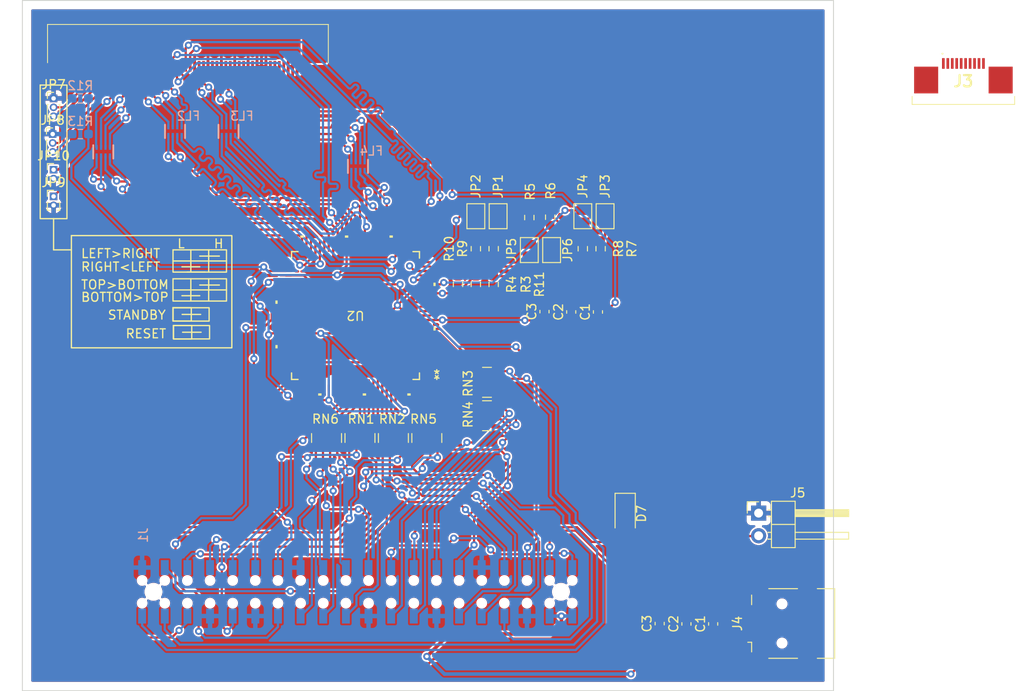
<source format=kicad_pcb>
(kicad_pcb (version 20241229) (generator "pcbnew") (generator_version "9.0")
  (layers (0 "F.Cu" signal) (2 "B.Cu" signal) (13 "F.Paste" user) (15 "B.Paste" user) (5 "F.SilkS" user "F.Silkscreen") (7 "B.SilkS" user "B.Silkscreen") (1 "F.Mask" user) (3 "B.Mask" user) (25 "Edge.Cuts" user))
  (net 0 "")
  (net 1 "R5")
  (net 2 "G0")
  (net 3 "G1")
  (net 4 "G2")
  (net 5 "G3")
  (net 6 "G4")
  (net 7 "G5")
  (net 8 "B0")
  (net 9 "B1")
  (net 10 "B2")
  (net 11 "B3")
  (net 12 "B4")
  (net 13 "B5")
  (net 14 "HSYNC")
  (net 15 "VSYNC")
  (net 16 "ENABLE")
  (net 17 "CLKIN")
  (net 18 "R0")
  (net 19 "R1")
  (net 20 "R2")
  (net 21 "R3")
  (net 22 "R4")
  (net 23 "+3V3")
  (net 24 "+5V")
  (net 25 "GND")
  (net 26 "G6")
  (net 27 "B6")
  (net 28 "R6")
  (net 29 "R7")
  (net 30 "G7")
  (net 31 "B7")
  (net 32 "B10")
  (net 33 "G10")
  (net 34 "B15")
  (net 35 "B14")
  (net 36 "B13")
  (net 37 "B11")
  (net 38 "B12")
  (net 65 "A3P")
  (net 66 "PLL_SEL")
  (net 67 "{slash}PD")
  (net 68 "DUAL")
  (net 69 "PRE")
  (net 70 "R_FB")
  (net 71 "R10")
  (net 72 "R11")
  (net 73 "G12")
  (net 74 "G11")
  (net 75 "G16")
  (net 76 "R_FDE")
  (net 77 "R16")
  (net 78 "G17")
  (net 79 "R15")
  (net 80 "R13")
  (net 81 "G14")
  (net 82 "B17")
  (net 83 "R17")
  (net 84 "G13")
  (net 85 "R12")
  (net 86 "B16")
  (net 87 "R14")
  (net 88 "G15")
  (net 89 "Net-(JP1-A)")
  (net 90 "Net-(JP2-A)")
  (net 91 "Net-(JP3-A)")
  (net 92 "Net-(JP4-A)")
  (net 93 "Net-(JP5-A)")
  (net 94 "Net-(JP6-A)")
  (net 95 "A3N")
  (net 96 "CLK1N")
  (net 97 "CLK2P")
  (net 98 "CLK2N")
  (net 99 "CLK1P")
  (net 100 "A0N")
  (net 101 "A0P")
  (net 102 "A1N")
  (net 103 "A1P")
  (net 104 "A2N")
  (net 105 "A2P")
  (net 106 "A4P")
  (net 107 "A6P")
  (net 108 "A5P")
  (net 109 "A7P")
  (net 110 "A4N")
  (net 111 "A6N")
  (net 112 "A7N")
  (net 113 "A5N")
  (net 114 "UPDN")
  (net 115 "SHLR")
  (net 116 "Net-(J2-STNDBY)")
  (net 117 "Net-(J2-RESET)")
  (net 133 "/NC")
  (net 134 "ELV1P")
  (net 135 "ELV1N")
  (net 136 "ELV3N")
  (net 137 "ELV3P")
  (net 138 "ELV2N")
  (net 139 "ELV2P")
  (net 140 "ELV0N")
  (net 141 "ELV0P")
  (net 142 "OLV3P")
  (net 143 "OLV3N")
  (net 144 "OLV0P")
  (net 145 "OLV0N")
  (net 146 "OLV1P")
  (net 147 "OLV1N")
  (net 148 "OLV2P")
  (net 149 "OLV2N")
  (footprint "Connector_PinHeader_1.00mm:PinHeader_1x02_P1.00mm_Vertical" (layer "F.Cu") (at 108 97.5)
    (property "Reference" "JP10")
    (property "Value" "Jumper_2_Open")
  )
  (footprint "Jumper:SolderJumper-2_P1.3mm_Open_Pad1.0x1.5mm" (layer "F.Cu") (at 155.375 102.724999 90)
    (property "Reference" "JP2")
    (property "Value" "SolderJumper_2_Open")
  )
  (footprint "Resistor_SMD:R_0603_1608Metric_Pad0.98x0.95mm_HandSolder" (layer "F.Cu") (at 153.375 110.374999 90)
    (property "Reference" "R4")
    (property "Value" "10K / 1%")
  )
  (footprint "Resistor_SMD:R_0603_1608Metric_Pad0.98x0.95mm_HandSolder" (layer "F.Cu") (at 167.375 106.374999 90)
    (property "Reference" "R8")
    (property "Value" "10K / 1%")
  )
  (footprint "68715014022:68715014022" (layer "F.Cu") (at 123.075 83.844999 180)
    (property "Reference" "J2" (hide yes))
    (property "Value" "~" (hide yes))
  )
  (footprint "Jumper:SolderJumper-2_P1.3mm_Open_Pad1.0x1.5mm" (layer "F.Cu") (at 167.375 102.724999 90)
    (property "Reference" "JP4")
    (property "Value" "SolderJumper_2_Open")
  )
  (footprint "Jumper:SolderJumper-2_P1.3mm_Open_Pad1.0x1.5mm" (layer "F.Cu") (at 161.375 106.524999 -90)
    (property "Reference" "JP5")
    (property "Value" "SolderJumper_2_Open")
  )
  (footprint "Resistor_SMD:R_0603_1608Metric_Pad0.98x0.95mm_HandSolder" (layer "F.Cu") (at 161.375 102.874999 -90)
    (property "Reference" "R5")
    (property "Value" "10K / 1%")
  )
  (footprint "Connector_PinHeader_2.54mm:PinHeader_1x02_P2.54mm_Horizontal" (layer "F.Cu") (at 187.1 136.06)
    (property "Reference" "J5")
    (property "Value" "Conn_01x02_Pin")
  )
  (footprint "Resistor_SMD:R_Array_Convex_4x0603" (layer "F.Cu") (at 156.625 125.124999)
    (property "Reference" "RN4")
    (property "Value" "47")
  )
  (footprint "Jumper:SolderJumper-2_P1.3mm_Open_Pad1.0x1.5mm" (layer "F.Cu") (at 163.875 106.524999 -90)
    (property "Reference" "JP6")
    (property "Value" "SolderJumper_2_Open")
  )
  (footprint "Resistor_SMD:R_0603_1608Metric_Pad0.98x0.95mm_HandSolder" (layer "F.Cu") (at 155.375 110.374999 -90)
    (property "Reference" "R3")
    (property "Value" "10K / 1%")
  )
  (footprint "Capacitor_SMD:C_0603_1608Metric_Pad1.08x0.95mm_HandSolder" (layer "F.Cu") (at 163.075 113.437499 90)
    (property "Reference" "C3")
    (property "Value" "10nF")
  )
  (footprint "Connector_PinHeader_1.00mm:PinHeader_1x03_P1.00mm_Vertical" (layer "F.Cu") (at 107.9 93.5)
    (property "Reference" "JP8")
    (property "Value" "Jumper_3_Open")
  )
  (footprint "Connector_PinHeader_1.00mm:PinHeader_1x02_P1.00mm_Vertical" (layer "F.Cu") (at 108 100.5)
    (property "Reference" "JP9")
    (property "Value" "Jumper_2_Open")
  )
  (footprint "Resistor_SMD:R_0603_1608Metric_Pad0.98x0.95mm_HandSolder" (layer "F.Cu") (at 157.375 106.374999 90)
    (property "Reference" "R9")
    (property "Value" "10K / 1%")
  )
  (footprint "Diode_SMD:D_1206_3216Metric" (layer "F.Cu") (at 172.13 136.12 -90)
    (property "Reference" "D7")
    (property "Value" "D_1206_3216Metric")
  )
  (footprint "Resistor_SMD:R_0603_1608Metric_Pad0.98x0.95mm_HandSolder" (layer "F.Cu") (at 163.715 102.837499 -90)
    (property "Reference" "R6")
    (property "Value" "10K / 1%")
  )
  (footprint "Resistor_SMD:R_0603_1608Metric_Pad0.98x0.95mm_HandSolder" (layer "F.Cu") (at 169.375 106.374999 90)
    (property "Reference" "R7")
    (property "Value" "10K / 1%")
  )
  (footprint "Resistor_SMD:R_Array_Convex_4x0603" (layer "F.Cu") (at 149.875 127.624999 -90)
    (property "Reference" "RN5")
    (property "Value" "47")
  )
  (footprint "Jumper:SolderJumper-2_P1.3mm_Open_Pad1.0x1.5mm" (layer "F.Cu") (at 169.875 102.724999 90)
    (property "Reference" "JP3")
    (property "Value" "SolderJumper_2_Open")
  )
  (footprint "Resistor_SMD:R_0603_1608Metric_Pad0.98x0.95mm_HandSolder" (layer "F.Cu") (at 155.375 106.374999 90)
    (property "Reference" "R10")
    (property "Value" "10K / 1%")
  )
  (footprint "Resistor_SMD:R_0603_1608Metric_Pad0.98x0.95mm_HandSolder" (layer "F.Cu") (at 157.375 110.374999 -90)
    (property "Reference" "R11")
    (property "Value" "1M")
  )
  (footprint "Resistor_SMD:R_Array_Convex_4x0603" (layer "F.Cu") (at 142.375 127.624999 -90)
    (property "Reference" "RN1")
    (property "Value" "47")
  )
  (footprint "Connector_USB:USB_Mini-B_Lumberg_2486_01_Horizontal" (layer "F.Cu") (at 189.725 148.45 90)
    (property "Reference" "J4")
    (property "Value" "USB_B_Micro")
  )
  (footprint "68711014022:68711014022" (layer "F.Cu") (at 210.075 87.875)
    (property "Reference" "J3")
    (property "Value" "~" (hide yes))
  )
  (footprint "Capacitor_SMD:C_0603_1608Metric_Pad1.08x0.95mm_HandSolder" (layer "F.Cu") (at 182 148.5 90)
    (property "Reference" "C1")
    (property "Value" "1uF")
  )
  (footprint "Capacitor_SMD:C_0603_1608Metric_Pad1.08x0.95mm_HandSolder" (layer "F.Cu") (at 166.075 113.474999 90)
    (property "Reference" "C2")
    (property "Value" "100nF")
  )
  (footprint "Jumper:SolderJumper-2_P1.3mm_Open_Pad1.0x1.5mm" (layer "F.Cu") (at 157.875 102.724999 90)
    (property "Reference" "JP1")
    (property "Value" "SolderJumper_2_Open")
  )
  (footprint "Connector_PinHeader_1.00mm:PinHeader_1x03_P1.00mm_Vertical" (layer "F.Cu") (at 108 89.5)
    (property "Reference" "JP7")
    (property "Value" "Jumper_3_Open")
  )
  (footprint "Capacitor_SMD:C_0603_1608Metric_Pad1.08x0.95mm_HandSolder" (layer "F.Cu") (at 179 148.5 90)
    (property "Reference" "C2")
    (property "Value" "100nF")
  )
  (footprint "DS90C387:VJD100A_TEX" (layer "F.Cu") (at 141.875 113.874999 180)
    (property "Reference" "U2")
    (property "Value" "DS90C387VJD")
  )
  (footprint "Resistor_SMD:R_Array_Convex_4x0603" (layer "F.Cu") (at 156.625 121.374999)
    (property "Reference" "RN3")
    (property "Value" "47")
  )
  (footprint "Capacitor_SMD:C_0603_1608Metric_Pad1.08x0.95mm_HandSolder" (layer "F.Cu") (at 169.075 113.474999 90)
    (property "Reference" "C1")
    (property "Value" "1uF")
  )
  (footprint "Resistor_SMD:R_Array_Convex_4x0603" (layer "F.Cu") (at 146.125 127.624999 -90)
    (property "Reference" "RN2")
    (property "Value" "47")
  )
  (footprint "Capacitor_SMD:C_0603_1608Metric_Pad1.08x0.95mm_HandSolder" (layer "F.Cu") (at 176 148.4625 90)
    (property "Reference" "C3")
    (property "Value" "10nF")
  )
  (footprint "Resistor_SMD:R_Array_Convex_4x0603" (layer "F.Cu") (at 138.625 127.624999 -90)
    (property "Reference" "RN6")
    (property "Value" "47")
  )
  (footprint "Murata_DLP2ADN121HL4L:Murata_DLP2ADN121HL4L" (layer "B.Cu") (at 127.625 93.174999 180)
    (property "Reference" "FL3")
    (property "Value" "DLP2ADN121HL4L" (hide yes))
  )
  (footprint "Resistor_SMD:R_0603_1608Metric_Pad0.98x0.95mm_HandSolder" (layer "B.Cu") (at 111 93.5 180)
    (property "Reference" "R13")
    (property "Value" "R100")
  )
  (footprint "Murata_DLP2ADN121HL4L:Murata_DLP2ADN121HL4L" (layer "B.Cu") (at 121.625 93.174999 180)
    (property "Reference" "FL2")
    (property "Value" "DLP2ADN121HL4L" (hide yes))
  )
  (footprint "Murata_DLP2ADN121HL4L:Murata_DLP2ADN121HL4L" (layer "B.Cu") (at 113.575 95.474999 180)
    (property "Reference" "FL1" (hide yes))
    (property "Value" "DLP2ADN121HL4L" (hide yes))
  )
  (footprint "Resistor_SMD:R_0603_1608Metric_Pad0.98x0.95mm_HandSolder" (layer "B.Cu") (at 111 89.5 180)
    (property "Reference" "R12")
    (property "Value" "R100")
  )
  (footprint "Murata_DLP2ADN121HL4L:Murata_DLP2ADN121HL4L" (layer "B.Cu") (at 142.15 97.099999 180)
    (property "Reference" "FL4")
    (property "Value" "DLP2ADN121HL4L" (hide yes))
  )
  (footprint "RPi_Hat_Template:Samtec_HLE-120-02-XXX-DV-BE-XX-XX" (layer "B.Cu") (at 142.065 144.894999 -90)
    (property "Reference" "J1")
    (property "Value" "RPi_GPIO")
  )
  (gr_line (start 123 109) (end 125 109) (stroke (width 0.15)) (layer "F.SilkS"))
  (gr_rect (start 106.5 88) (end 109.5 103) (stroke (width 0.15)) (fill no) (layer "F.SilkS"))
  (gr_line (start 123.4 106.5) (end 123.4 109) (stroke (width 0.15)) (layer "F.SilkS"))
  (gr_line (start 125.4 112.25) (end 125.4 109.75) (stroke (width 0.15)) (layer "F.SilkS"))
  (gr_line (start 110 106.5) (end 108 106.5) (stroke (width 0.15)) (layer "F.SilkS"))
  (gr_rect (start 110 104.9) (end 128 117.5) (stroke (width 0.15)) (fill no) (layer "F.SilkS"))
  (gr_line (start 124.4 107.2) (end 126.6 107.2) (stroke (width 0.15)) (layer "F.SilkS"))
  (gr_rect (start 121.4 113) (end 125.45 114.5) (stroke (width 0.15)) (fill no) (layer "F.SilkS"))
  (gr_line (start 122.425 113.75) (end 124.5 113.75) (stroke (width 0.15)) (layer "F.SilkS"))
  (gr_line (start 124.4 110.45) (end 126.6 110.45) (stroke (width 0.15)) (layer "F.SilkS"))
  (gr_line (start 125.4 109) (end 125.4 106.5) (stroke (width 0.15)) (layer "F.SilkS"))
  (gr_rect (start 121.45 115) (end 125.5 116.5) (stroke (width 0.15)) (fill no) (layer "F.SilkS"))
  (gr_line (start 127.4 107.75) (end 121.4 107.75) (stroke (width 0.15)) (layer "F.SilkS"))
  (gr_line (start 122.4 111.65) (end 124.4 111.65) (stroke (width 0.15)) (layer "F.SilkS"))
  (gr_rect (start 121.4 109.75) (end 127.4 112.25) (stroke (width 0.15)) (fill no) (layer "F.SilkS"))
  (gr_rect (start 121.4 106.5) (end 127.4 109) (stroke (width 0.15)) (fill no) (layer "F.SilkS"))
  (gr_line (start 122.4 108.4) (end 124.4 108.4) (stroke (width 0.15)) (layer "F.SilkS"))
  (gr_rect (start 121.45 115) (end 123.5 116.5) (stroke (width 0.15)) (fill no) (layer "F.SilkS"))
  (gr_line (start 108 106.5) (end 108 103) (stroke (width 0.15)) (layer "F.SilkS"))
  (gr_line (start 123.4 109.75) (end 123.4 112.25) (stroke (width 0.15)) (layer "F.SilkS"))
  (gr_rect (start 121.4 113) (end 123.45 114.5) (stroke (width 0.15)) (fill no) (layer "F.SilkS"))
  (gr_line (start 127.4 111) (end 121.4 111) (stroke (width 0.15)) (layer "F.SilkS"))
  (gr_line (start 122.475 115.75) (end 124.55 115.75) (stroke (width 0.15)) (layer "F.SilkS"))
  (gr_rect (start 104.5 78.5) (end 195.5 156) (stroke (width 0.1)) (fill no) (layer "Edge.Cuts"))
  (gr_text "TOP>BOTTOM\n" (at 111 111 0) (layer "F.SilkS") (effects (font (size 1 1)) (justify left bottom)))
  (gr_text "L" (at 121.8 106.4 0) (layer "F.SilkS") (effects (font (size 1 1)) (justify left bottom)))
  (gr_text "LEFT>RIGHT" (at 111 107.5 0) (layer "F.SilkS") (effects (font (size 1 1)) (justify left bottom)))
  (gr_text "RESET" (at 116 116.5 0) (layer "F.SilkS") (effects (font (size 1 1)) (justify left bottom)))
  (gr_text "H\n" (at 125.9 106.4 0) (layer "F.SilkS") (effects (font (size 1 1)) (justify left bottom)))
  (gr_text "RIGHT<LEFT\n" (at 111 109 0) (layer "F.SilkS") (effects (font (size 1 1)) (justify left bottom)))
  (gr_text "BOTTOM>TOP\n" (at 111 112.4 0) (layer "F.SilkS") (effects (font (size 1 1)) (justify left bottom)))
  (gr_text "STANDBY\n" (at 114 114.4 0) (layer "F.SilkS") (effects (font (size 1 1)) (justify left bottom)))
  (segment (start 156.799 124.800999) (end 156.875 124.724999) (width 0.25) (layer "F.Cu") (net 1))
  (segment (start 156.875 124.724999) (end 157.525 124.724999) (width 0.25) (layer "F.Cu") (net 1))
  (segment (start 154.375 128.124999) (end 155.227 128.124999) (width 0.25) (layer "F.Cu") (net 1))
  (segment (start 155.227 128.124999) (end 156.799 126.552999) (width 0.25) (layer "F.Cu") (net 1))
  (segment (start 156.799 126.552999) (end 156.799 124.800999) (width 0.25) (layer "F.Cu") (net 1))
  (via (at 154.375 128.124999) (size 0.8) (drill 0.4) (layers "F.Cu" "B.Cu") (net 1))
  (segment (start 147.961627 134.538346) (end 148.563067 134.538346) (width 0.25) (layer "B.Cu") (net 1))
  (segment (start 148.988347 133.511626) (end 148.88836 133.411639) (width 0.25) (layer "B.Cu") (net 1))
  (segment (start 141.975 145.324999) (end 142.675 144.624999) (width 0.25) (layer "B.Cu") (net 1))
  (segment (start 148.988347 134.113066) (end 148.988347 133.511626) (width 0.25) (layer "B.Cu") (net 1))
  (segment (start 153.675 128.624999) (end 153.875 128.624999) (width 0.25) (layer "B.Cu") (net 1))
  (segment (start 144.375 144.124999) (end 144.375 137.924999) (width 0.25) (layer "B.Cu") (net 1))
  (segment (start 140.795 147.614599) (end 141.975 146.434599) (width 0.25) (layer "B.Cu") (net 1))
  (segment (start 142.675 144.624999) (end 143.875 144.624999) (width 0.25) (layer "B.Cu") (net 1))
  (segment (start 153.875 128.624999) (end 154.375 128.124999) (width 0.25) (layer "B.Cu") (net 1))
  (segment (start 147.86164 134.438359) (end 147.961627 134.538346) (width 0.25) (layer "B.Cu") (net 1))
  (segment (start 148.563067 134.538346) (end 148.988347 134.113066) (width 0.25) (layer "B.Cu") (net 1))
  (segment (start 143.875 144.624999) (end 144.375 144.124999) (width 0.25) (layer "B.Cu") (net 1))
  (segment (start 144.375 137.924999) (end 147.86164 134.438359) (width 0.25) (layer "B.Cu") (net 1))
  (segment (start 148.88836 133.411639) (end 153.675 128.624999) (width 0.25) (layer "B.Cu") (net 1))
  (segment (start 141.975 146.434599) (end 141.975 145.324999) (width 0.25) (layer "B.Cu") (net 1))
  (segment (start 126.875 148.724999) (end 126.875 142.124999) (width 0.25) (layer "F.Cu") (net 2))
  (segment (start 144.547 133.696999) (end 144.547 135.752999) (width 0.25) (layer "F.Cu") (net 2))
  (segment (start 144.547 135.752999) (end 140.475 139.824999) (width 0.25) (layer "F.Cu") (net 2))
  (segment (start 151.075 129.824999) (end 151.075 128.524999) (width 0.25) (layer "F.Cu") (net 2))
  (segment (start 143.012347 131.462346) (end 143.012347 132.162346) (width 0.25) (layer "F.Cu") (net 2))
  (segment (start 127.475 149.324999) (end 126.875 148.724999) (width 0.25) (layer "F.Cu") (net 2))
  (segment (start 143.012347 132.162346) (end 144.547 133.696999) (width 0.25) (layer "F.Cu") (net 2))
  (segment (start 140.475 139.824999) (end 127.175 139.824999) (width 0.25) (layer "F.Cu") (net 2))
  (via (at 127.175 139.824999) (size 0.8) (drill 0.4) (layers "F.Cu" "B.Cu") (net 2))
  (via (at 151.075 129.824999) (size 0.8) (drill 0.4) (layers "F.Cu" "B.Cu") (net 2))
  (via (at 127.475 149.324999) (size 0.8) (drill 0.4) (layers "F.Cu" "B.Cu") (net 2))
  (via (at 126.875 142.124999) (size 0.8) (drill 0.4) (layers "F.Cu" "B.Cu") (net 2))
  (via (at 143.012347 131.462346) (size 0.8) (drill 0.4) (layers "F.Cu" "B.Cu") (net 2))
  (segment (start 126.875 142.124999) (end 126.875 140.124999) (width 0.25) (layer "B.Cu") (net 2))
  (segment (start 127.475 149.324999) (end 128.095 148.704999) (width 0.25) (layer "B.Cu") (net 2))
  (segment (start 148.175 131.124999) (end 149.475 129.824999) (width 0.25) (layer "B.Cu") (net 2))
  (segment (start 143.012347 131.462346) (end 143.349694 131.124999) (width 0.25) (layer "B.Cu") (net 2))
  (segment (start 143.349694 131.124999) (end 148.175 131.124999) (width 0.25) (layer "B.Cu") (net 2))
  (segment (start 126.875 140.124999) (end 127.175 139.824999) (width 0.25) (layer "B.Cu") (net 2))
  (segment (start 149.475 129.824999) (end 151.075 129.824999) (width 0.25) (layer "B.Cu") (net 2))
  (segment (start 128.095 148.704999) (end 128.095 147.614599) (width 0.25) (layer "B.Cu") (net 2))
  (segment (start 126.875 142.124999) (end 126.875 141.424999) (width 0.25) (layer "B.Cu") (net 2))
  (segment (start 149.375 131.049999) (end 149.375 130.624999) (width 0.25) (layer "F.Cu") (net 3))
  (segment (start 139.82672 139.024999) (end 126.275 139.024999) (width 0.25) (layer "F.Cu") (net 3))
  (segment (start 142.926 135.925719) (end 139.82672 139.024999) (width 0.25) (layer "F.Cu") (net 3))
  (segment (start 149.375 130.624999) (end 150.275 129.724999) (width 0.25) (layer "F.Cu") (net 3))
  (segment (start 150.275 129.724999) (end 150.275 128.524999) (width 0.25) (layer "F.Cu") (net 3))
  (segment (start 150.375 128.524999) (end 150.275 128.524999) (width 0.25) (layer "F.Cu") (net 3))
  (segment (start 142.775 133.024999) (end 142.926 133.175999) (width 0.25) (layer "F.Cu") (net 3))
  (segment (start 142.926 133.175999) (end 142.926 135.925719) (width 0.25) (layer "F.Cu") (net 3))
  (via (at 149.375 131.049999) (size 0.8) (drill 0.4) (layers "F.Cu" "B.Cu") (net 3))
  (via (at 126.275 139.024999) (size 0.8) (drill 0.4) (layers "F.Cu" "B.Cu") (net 3))
  (via (at 142.775 133.024999) (size 0.8) (drill 0.4) (layers "F.Cu" "B.Cu") (net 3))
  (segment (start 125.555 142.174999) (end 125.555 139.744999) (width 0.25) (layer "B.Cu") (net 3))
  (segment (start 143.075 132.724999) (end 143.075 132.424999) (width 0.25) (layer "B.Cu") (net 3))
  (segment (start 143.901304 131.598695) (end 148.826304 131.598695) (width 0.25) (layer "B.Cu") (net 3))
  (segment (start 148.826304 131.598695) (end 149.375 131.049999) (width 0.25) (layer "B.Cu") (net 3))
  (segment (start 125.555 142.174999) (end 125.575 142.154999) (width 0.25) (layer "B.Cu") (net 3))
  (segment (start 125.555 139.744999) (end 126.275 139.024999) (width 0.25) (layer "B.Cu") (net 3))
  (segment (start 143.075 132.424999) (end 143.901304 131.598695) (width 0.25) (layer "B.Cu") (net 3))
  (segment (start 142.775 133.024999) (end 143.075 132.724999) (width 0.25) (layer "B.Cu") (net 3))
  (segment (start 156.387277 131.839276) (end 156.324 131.775999) (width 0.25) (layer "F.Cu") (net 4))
  (segment (start 149.475 129.424999) (end 149.475 128.524999) (width 0.25) (layer "F.Cu") (net 4))
  (segment (start 156.324 131.775999) (end 149.07428 131.775999) (width 0.25) (layer "F.Cu") (net 4))
  (segment (start 148.225 130.926719) (end 148.225 130.674999) (width 0.25) (layer "F.Cu") (net 4))
  (segment (start 148.225 130.674999) (end 149.475 129.424999) (width 0.25) (layer "F.Cu") (net 4))
  (segment (start 156.709079 131.839276) (end 156.387277 131.839276) (width 0.25) (layer "F.Cu") (net 4))
  (segment (start 149.07428 131.775999) (end 148.225 130.926719) (width 0.25) (layer "F.Cu") (net 4))
  (via (at 156.709079 131.839276) (size 0.8) (drill 0.4) (layers "F.Cu" "B.Cu") (net 4))
  (segment (start 165.175 136.324999) (end 165.175 137.324999) (width 0.25) (layer "B.Cu") (net 4))
  (segment (start 165.175 137.324999) (end 168.375 140.524999) (width 0.25) (layer "B.Cu") (net 4))
  (segment (start 156.775 131.851719) (end 160.34828 135.424999) (width 0.25) (layer "B.Cu") (net 4))
  (segment (start 168.375 140.524999) (end 168.375 147.824999) (width 0.25) (layer "B.Cu") (net 4))
  (segment (start 156.709079 131.839276) (end 156.721522 131.851719) (width 0.25) (layer "B.Cu") (net 4))
  (segment (start 165.975 150.224999) (end 159.575 150.224999) (width 0.25) (layer "B.Cu") (net 4))
  (segment (start 164.275 135.424999) (end 165.175 136.324999) (width 0.25) (layer "B.Cu") (net 4))
  (segment (start 168.375 147.824999) (end 165.975 150.224999) (width 0.25) (layer "B.Cu") (net 4))
  (segment (start 159.575 150.224999) (end 158.575 149.224999) (width 0.25) (layer "B.Cu") (net 4))
  (segment (start 158.575 149.224999) (end 158.575 147.614599) (width 0.25) (layer "B.Cu") (net 4))
  (segment (start 156.721522 131.851719) (end 156.775 131.851719) (width 0.25) (layer "B.Cu") (net 4))
  (segment (start 160.34828 135.424999) (end 164.275 135.424999) (width 0.25) (layer "B.Cu") (net 4))
  (segment (start 147.375 131.224999) (end 147.375 130.424999) (width 0.25) (layer "F.Cu") (net 5))
  (segment (start 156.2 132.699999) (end 155.925 132.699999) (width 0.25) (layer "F.Cu") (net 5))
  (segment (start 148.875 132.724999) (end 147.375 131.224999) (width 0.25) (layer "F.Cu") (net 5))
  (segment (start 148.675 129.124999) (end 148.675 128.524999) (width 0.25) (layer "F.Cu") (net 5))
  (segment (start 155.9 132.724999) (end 148.875 132.724999) (width 0.25) (layer "F.Cu") (net 5))
  (segment (start 147.375 130.424999) (end 148.675 129.124999) (width 0.25) (layer "F.Cu") (net 5))
  (segment (start 155.925 132.699999) (end 155.9 132.724999) (width 0.25) (layer "F.Cu") (net 5))
  (via (at 156.2 132.699999) (size 0.8) (drill 0.4) (layers "F.Cu" "B.Cu") (net 5))
  (segment (start 158.295099 145.224999) (end 161.475 145.224999) (width 0.25) (layer "B.Cu") (net 5))
  (segment (start 156.035 147.485098) (end 158.295099 145.225) (width 0.25) (layer "B.Cu") (net 5))
  (segment (start 158.295099 145.225) (end 158.295099 145.224999) (width 0.25) (layer "B.Cu") (net 5))
  (segment (start 162.375 138.924999) (end 156.2 132.749999) (width 0.25) (layer "B.Cu") (net 5))
  (segment (start 162.375 144.324999) (end 162.375 138.924999) (width 0.25) (layer "B.Cu") (net 5))
  (segment (start 156.035 147.614599) (end 156.035 147.485098) (width 0.25) (layer "B.Cu") (net 5))
  (segment (start 161.475 145.224999) (end 162.375 144.324999) (width 0.25) (layer "B.Cu") (net 5))
  (segment (start 156.2 132.749999) (end 156.2 132.699999) (width 0.25) (layer "B.Cu") (net 5))
  (segment (start 139.575 138.224999) (end 141.175 136.624999) (width 0.25) (layer "F.Cu") (net 6))
  (segment (start 118.975 138.224999) (end 139.575 138.224999) (width 0.25) (layer "F.Cu") (net 6))
  (segment (start 115.375 141.824999) (end 118.975 138.224999) (width 0.25) (layer "F.Cu") (net 6))
  (segment (start 117.075 150.024999) (end 115.375 148.324999) (width 0.25) (layer "F.Cu") (net 6))
  (segment (start 122.075 149.224999) (end 121.275 150.024999) (width 0.25) (layer "F.Cu") (net 6))
  (segment (start 146.575 130.024999) (end 146.575 130.124999) (width 0.25) (layer "F.Cu") (net 6))
  (segment (start 121.275 150.024999) (end 117.075 150.024999) (width 0.25) (layer "F.Cu") (net 6))
  (segment (start 115.375 148.324999) (end 115.375 141.824999) (width 0.25) (layer "F.Cu") (net 6))
  (segment (start 147.325 129.274999) (end 146.575 130.024999) (width 0.25) (layer "F.Cu") (net 6))
  (segment (start 147.325 128.524999) (end 147.325 129.274999) (width 0.25) (layer "F.Cu") (net 6))
  (via (at 141.175 136.624999) (size 0.8) (drill 0.4) (layers "F.Cu" "B.Cu") (net 6))
  (via (at 146.575 130.124999) (size 0.8) (drill 0.4) (layers "F.Cu" "B.Cu") (net 6))
  (via (at 122.075 149.224999) (size 0.8) (drill 0.4) (layers "F.Cu" "B.Cu") (net 6))
  (segment (start 141.375 136.424999) (end 141.175 136.624999) (width 0.25) (layer "B.Cu") (net 6))
  (segment (start 141.975 130.924999) (end 141.975 134.224999) (width 0.25) (layer "B.Cu") (net 6))
  (segment (start 141.375 134.824999) (end 141.375 136.424999) (width 0.25) (layer "B.Cu") (net 6))
  (segment (start 142.775 130.124999) (end 141.975 130.924999) (width 0.25) (layer "B.Cu") (net 6))
  (segment (start 141.975 134.224999) (end 141.375 134.824999) (width 0.25) (layer "B.Cu") (net 6))
  (segment (start 122.075 149.224999) (end 123.015 148.284999) (width 0.25) (layer "B.Cu") (net 6))
  (segment (start 123.015 148.284999) (end 123.015 147.614599) (width 0.25) (layer "B.Cu") (net 6))
  (segment (start 146.575 130.124999) (end 142.775 130.124999) (width 0.25) (layer "B.Cu") (net 6))
  (segment (start 158.937653 132.987652) (end 158.712347 132.987652) (width 0.25) (layer "F.Cu") (net 7))
  (segment (start 152.775 128.924999) (end 151.575 127.724999) (width 0.25) (layer "F.Cu") (net 7))
  (segment (start 158.712347 132.987652) (end 155.175 136.524999) (width 0.25) (layer "F.Cu") (net 7))
  (segment (start 146.525 128.022999) (end 146.525 128.524999) (width 0.25) (layer "F.Cu") (net 7))
  (segment (start 158.075 128.924999) (end 152.775 128.924999) (width 0.25) (layer "F.Cu") (net 7))
  (segment (start 155.175 136.524999) (end 155.175 139.624999) (width 0.25) (layer "F.Cu") (net 7))
  (segment (start 146.823 127.724999) (end 146.525 128.022999) (width 0.25) (layer "F.Cu") (net 7))
  (segment (start 158.862347 129.712346) (end 158.075 128.924999) (width 0.25) (layer "F.Cu") (net 7))
  (segment (start 151.575 127.724999) (end 146.823 127.724999) (width 0.25) (layer "F.Cu") (net 7))
  (via (at 158.862347 129.712346) (size 0.8) (drill 0.4) (layers "F.Cu" "B.Cu") (net 7))
  (via (at 158.937653 132.987652) (size 0.8) (drill 0.4) (layers "F.Cu" "B.Cu") (net 7))
  (via (at 155.175 139.624999) (size 0.8) (drill 0.4) (layers "F.Cu" "B.Cu") (net 7))
  (segment (start 153.495 141.304999) (end 153.495 142.174999) (width 0.25) (layer "B.Cu") (net 7))
  (segment (start 155.175 139.624999) (end 153.495 141.304999) (width 0.25) (layer "B.Cu") (net 7))
  (segment (start 158.937653 132.987652) (end 158.975 132.950305) (width 0.25) (layer "B.Cu") (net 7))
  (segment (start 158.975 132.950305) (end 158.975 129.824999) (width 0.25) (layer "B.Cu") (net 7))
  (segment (start 158.937653 132.987652) (end 158.975 133.024999) (width 0.25) (layer "B.Cu") (net 7))
  (segment (start 158.975 129.824999) (end 158.862347 129.712346) (width 0.25) (layer "B.Cu") (net 7))
  (segment (start 144.2 130.349999) (end 143.575 129.724999) (width 0.25) (layer "F.Cu") (net 8))
  (segment (start 147.875 134.824999) (end 147.075 134.024999) (width 0.25) (layer "F.Cu") (net 8))
  (segment (start 144.2 132.324694) (end 144.2 130.349999) (width 0.25) (layer "F.Cu") (net 8))
  (segment (start 154.212347 135.662346) (end 153.375 134.824999) (width 0.25) (layer "F.Cu") (net 8))
  (segment (start 144.200001 132.324695) (end 144.2 132.324694) (width 0.25) (layer "F.Cu") (net 8))
  (segment (start 153.375 134.824999) (end 147.875 134.824999) (width 0.25) (layer "F.Cu") (net 8))
  (segment (start 143.575 129.724999) (end 143.575 128.524999) (width 0.25) (layer "F.Cu") (net 8))
  (via (at 147.075 134.024999) (size 0.8) (drill 0.4) (layers "F.Cu" "B.Cu") (net 8))
  (via (at 144.200001 132.324695) (size 0.8) (drill 0.4) (layers "F.Cu" "B.Cu") (net 8))
  (via (at 154.212347 135.662346) (size 0.8) (drill 0.4) (layers "F.Cu" "B.Cu") (net 8))
  (segment (start 144.574696 132.324695) (end 145.075 132.824999) (width 0.25) (layer "B.Cu") (net 8))
  (segment (start 154.212347 135.662346) (end 158.575 140.024999) (width 0.25) (layer "B.Cu") (net 8))
  (segment (start 145.875 132.824999) (end 147.075 134.024999) (width 0.25) (layer "B.Cu") (net 8))
  (segment (start 144.200001 132.324695) (end 144.574696 132.324695) (width 0.25) (layer "B.Cu") (net 8))
  (segment (start 145.075 132.824999) (end 145.875 132.824999) (width 0.25) (layer "B.Cu") (net 8))
  (segment (start 158.575 140.024999) (end 158.575 142.174999) (width 0.25) (layer "B.Cu") (net 8))
  (segment (start 142.425 127.524999) (end 142.775 127.874999) (width 0.25) (layer "F.Cu") (net 9))
  (segment (start 136.375 127.524999) (end 142.425 127.524999) (width 0.25) (layer "F.Cu") (net 9))
  (segment (start 142.775 127.874999) (end 142.775 128.524999) (width 0.25) (layer "F.Cu") (net 9))
  (segment (start 135.975 127.924999) (end 136.375 127.524999) (width 0.25) (layer "F.Cu") (net 9))
  (via (at 135.975 127.924999) (size 0.8) (drill 0.4) (layers "F.Cu" "B.Cu") (net 9))
  (segment (start 134.625 128.874999) (end 134.625 135.274999) (width 0.25) (layer "B.Cu") (net 9))
  (segment (start 130.635 139.264999) (end 130.635 142.174999) (width 0.25) (layer "B.Cu") (net 9))
  (segment (start 135.975 127.924999) (end 135.575 127.924999) (width 0.25) (layer "B.Cu") (net 9))
  (segment (start 135.575 127.924999) (end 134.625 128.874999) (width 0.25) (layer "B.Cu") (net 9))
  (segment (start 134.625 135.274999) (end 130.635 139.264999) (width 0.25) (layer "B.Cu") (net 9))
  (segment (start 133.575 129.724999) (end 136.375 129.724999) (width 0.25) (layer "F.Cu") (net 10))
  (segment (start 141.975 129.524999) (end 141.975 128.524999) (width 0.25) (layer "F.Cu") (net 10))
  (segment (start 136.375 129.724999) (end 136.475 129.824999) (width 0.25) (layer "F.Cu") (net 10))
  (via (at 136.475 129.824999) (size 0.8) (drill 0.4) (layers "F.Cu" "B.Cu") (net 10))
  (via (at 133.575 129.724999) (size 0.8) (drill 0.4) (layers "F.Cu" "B.Cu") (net 10))
  (via (at 141.975 129.524999) (size 0.8) (drill 0.4) (layers "F.Cu" "B.Cu") (net 10))
  (segment (start 128.095 142.174999) (end 128.095 140.904999) (width 0.25) (layer "B.Cu") (net 10))
  (segment (start 141.975 129.524999) (end 136.775 129.524999) (width 0.25) (layer "B.Cu") (net 10))
  (segment (start 128.095 140.904999) (end 133.575 135.424999) (width 0.25) (layer "B.Cu") (net 10))
  (segment (start 133.575 135.424999) (end 133.575 129.724999) (width 0.25) (layer "B.Cu") (net 10))
  (segment (start 136.775 129.524999) (end 136.475 129.824999) (width 0.25) (layer "B.Cu") (net 10))
  (segment (start 136.975 134.624999) (end 141.175 130.424999) (width 0.25) (layer "F.Cu") (net 11))
  (segment (start 141.175 130.424999) (end 141.175 128.524999) (width 0.25) (layer "F.Cu") (net 11))
  (via (at 136.975 134.624999) (size 0.8) (drill 0.4) (layers "F.Cu" "B.Cu") (net 11))
  (segment (start 136.975 135.324999) (end 135.649 136.650999) (width 0.25) (layer "B.Cu") (net 11))
  (segment (start 135.649 137.598999) (end 136.975 138.924999) (width 0.25) (layer "B.Cu") (net 11))
  (segment (start 136.975 138.924999) (end 136.975 146.354599) (width 0.25) (layer "B.Cu") (net 11))
  (segment (start 136.975 146.354599) (end 135.715 147.614599) (width 0.25) (layer "B.Cu") (net 11))
  (segment (start 136.975 134.624999) (end 136.975 135.324999) (width 0.25) (layer "B.Cu") (net 11))
  (segment (start 135.649 136.650999) (end 135.649 137.598999) (width 0.25) (layer "B.Cu") (net 11))
  (segment (start 139.374 132.825999) (end 139.675 132.524999) (width 0.25) (layer "F.Cu") (net 12))
  (segment (start 140.075 129.624999) (end 139.825 129.374999) (width 0.25) (layer "F.Cu") (net 12))
  (segment (start 139.374 133.562346) (end 139.374 132.825999) (width 0.25) (layer "F.Cu") (net 12))
  (segment (start 139.675 132.524999) (end 140.175 132.524999) (width 0.25) (layer "F.Cu") (net 12))
  (segment (start 140.175 132.524999) (end 141.237653 131.462346) (width 0.25) (layer "F.Cu") (net 12))
  (segment (start 141.237653 131.462346) (end 141.237653 131.387652) (width 0.25) (layer "F.Cu") (net 12))
  (segment (start 140.075 130.224999) (end 140.075 129.624999) (width 0.25) (layer "F.Cu") (net 12))
  (segment (start 140.212347 130.362346) (end 140.075 130.224999) (width 0.25) (layer "F.Cu") (net 12))
  (segment (start 139.825 129.374999) (end 139.825 128.524999) (width 0.25) (layer "F.Cu") (net 12))
  (via (at 139.374 133.562346) (size 0.8) (drill 0.4) (layers "F.Cu" "B.Cu") (net 12))
  (via (at 141.237653 131.387652) (size 0.8) (drill 0.4) (layers "F.Cu" "B.Cu") (net 12))
  (via (at 140.212347 130.362346) (size 0.8) (drill 0.4) (layers "F.Cu" "B.Cu") (net 12))
  (segment (start 139.375 133.563346) (end 139.375 146.494599) (width 0.25) (layer "B.Cu") (net 12))
  (segment (start 140.212347 130.362346) (end 141.237653 131.387652) (width 0.25) (layer "B.Cu") (net 12))
  (segment (start 139.374 133.562346) (end 139.375 133.563346) (width 0.25) (layer "B.Cu") (net 12))
  (segment (start 139.375 146.494599) (end 138.255 147.614599) (width 0.25) (layer "B.Cu") (net 12))
  (segment (start 139.025 130.774999) (end 139.025 128.524999) (width 0.25) (layer "F.Cu") (net 13))
  (segment (start 139.375 131.124999) (end 139.025 130.774999) (width 0.25) (layer "F.Cu") (net 13))
  (via (at 139.375 131.124999) (size 0.8) (drill 0.4) (layers "F.Cu" "B.Cu") (net 13))
  (segment (start 140.175 131.924999) (end 139.375 131.124999) (width 0.25) (layer "B.Cu") (net 13))
  (segment (start 140.175 141.554999) (end 140.175 131.924999) (width 0.25) (layer "B.Cu") (net 13))
  (segment (start 140.795 142.174999) (end 140.175 141.554999) (width 0.25) (layer "B.Cu") (net 13))
  (segment (start 146.875 110.374999) (end 137.075 110.374999) (width 0.25) (layer "F.Cu") (net 14))
  (segment (start 162.175 119.724999) (end 162.175 138.924999) (width 0.25) (layer "F.Cu") (net 14))
  (segment (start 159.875 117.424999) (end 162.175 119.724999) (width 0.25) (layer "F.Cu") (net 14))
  (segment (start 136.075 109.374999) (end 134.0518 109.374998) (width 0.25) (layer "F.Cu") (net 14))
  (segment (start 162.175 138.924999) (end 161.175 139.924999) (width 0.25) (layer "F.Cu") (net 14))
  (segment (start 137.075 110.374999) (end 136.075 109.374999) (width 0.25) (layer "F.Cu") (net 14))
  (via (at 146.875 110.374999) (size 0.8) (drill 0.4) (layers "F.Cu" "B.Cu") (net 14))
  (via (at 159.875 117.374999) (size 0.8) (drill 0.4) (layers "F.Cu" "B.Cu") (net 14))
  (via (at 161.175 139.924999) (size 0.8) (drill 0.4) (layers "F.Cu" "B.Cu") (net 14))
  (segment (start 161.115 139.984999) (end 161.175 139.924999) (width 0.25) (layer "B.Cu") (net 14))
  (segment (start 161.115 142.174999) (end 161.115 139.984999) (width 0.25) (layer "B.Cu") (net 14))
  (segment (start 146.875 110.874999) (end 153.375 117.374999) (width 0.25) (layer "B.Cu") (net 14))
  (segment (start 153.375 117.374999) (end 159.875 117.374999) (width 0.25) (layer "B.Cu") (net 14))
  (segment (start 146.875 110.374999) (end 146.875 110.874999) (width 0.25) (layer "B.Cu") (net 14))
  (segment (start 166.74928 152.450719) (end 170.275 148.924999) (width 0.25) (layer "F.Cu") (net 15))
  (segment (start 114.575 141.524999) (end 114.575 148.624999) (width 0.25) (layer "F.Cu") (net 15))
  (segment (start 134.0518 109.874999) (end 132.375 109.874999) (width 0.25) (layer "F.Cu") (net 15))
  (segment (start 170.275 141.724999) (end 166.575 138.024999) (width 0.25) (layer "F.Cu") (net 15))
  (segment (start 163.655 138.844999) (end 163.655 139.844999) (width 0.25) (layer "F.Cu") (net 15))
  (segment (start 164.475 138.024999) (end 163.655 138.844999) (width 0.25) (layer "F.Cu") (net 15))
  (segment (start 114.575 148.624999) (end 118.875 152.924999) (width 0.25) (layer "F.Cu") (net 15))
  (segment (start 166.575 138.024999) (end 164.475 138.024999) (width 0.25) (layer "F.Cu") (net 15))
  (segment (start 170.275 148.924999) (end 170.275 141.724999) (width 0.25) (layer "F.Cu") (net 15))
  (segment (start 118.875 152.924999) (end 150.12672 152.924999) (width 0.25) (layer "F.Cu") (net 15))
  (segment (start 118.475 137.624999) (end 114.575 141.524999) (width 0.25) (layer "F.Cu") (net 15))
  (segment (start 130.475 136.024999) (end 128.875 137.624999) (width 0.25) (layer "F.Cu") (net 15))
  (segment (start 130.475 118.724999) (end 130.475 136.024999) (width 0.25) (layer "F.Cu") (net 15))
  (segment (start 150.12672 152.924999) (end 150.601 152.450719) (width 0.25) (layer "F.Cu") (net 15))
  (segment (start 132.375 109.874999) (end 132.125 110.124999) (width 0.25) (layer "F.Cu") (net 15))
  (segment (start 150.601 152.450719) (end 166.74928 152.450719) (width 0.25) (layer "F.Cu") (net 15))
  (segment (start 128.875 137.624999) (end 118.475 137.624999) (width 0.25) (layer "F.Cu") (net 15))
  (via (at 130.475 118.724999) (size 0.8) (drill 0.4) (layers "F.Cu" "B.Cu") (net 15))
  (via (at 132.1 110.149999) (size 0.8) (drill 0.4) (layers "F.Cu" "B.Cu") (net 15))
  (via (at 163.655 139.844999) (size 0.8) (drill 0.4) (layers "F.Cu" "B.Cu") (net 15))
  (segment (start 130.449 112.524279) (end 130.475 112.498279) (width 0.25) (layer "B.Cu") (net 15))
  (segment (start 163.655 142.174999) (end 163.655 139.844999) (width 0.25) (layer "B.Cu") (net 15))
  (segment (start 130.475 111.774999) (end 132.1 110.149999) (width 0.25) (layer "B.Cu") (net 15))
  (segment (start 130.475 113.151719) (end 130.449 113.125719) (width 0.25) (layer "B.Cu") (net 15))
  (segment (start 130.475 118.724999) (end 130.475 113.151719) (width 0.25) (layer "B.Cu") (net 15))
  (segment (start 130.475 112.498279) (end 130.475 111.774999) (width 0.25) (layer "B.Cu") (net 15))
  (segment (start 132.1 110.149999) (end 132.125 110.124999) (width 0.25) (layer "B.Cu") (net 15))
  (segment (start 130.449 113.125719) (end 130.449 112.524279) (width 0.25) (layer "B.Cu") (net 15))
  (segment (start 163.675 139.824999) (end 163.655 139.844999) (width 0.25) (layer "B.Cu") (net 15))
  (segment (start 129.575 115.224999) (end 131.575 115.224999) (width 0.25) (layer "F.Cu") (net 16))
  (segment (start 124.275 149.324999) (end 124.275 145.324999) (width 0.25) (layer "F.Cu") (net 16))
  (segment (start 133.125001 110.374998) (end 134.0518 110.374998) (width 0.25) (layer "F.Cu") (net 16))
  (segment (start 123.775 144.824999) (end 122.775 144.824999) (width 0.25) (layer "F.Cu") (net 16))
  (segment (start 131.575 115.224999) (end 132.475 114.324999) (width 0.25) (layer "F.Cu") (net 16))
  (segment (start 132.475 114.324999) (end 132.475 111.024999) (width 0.25) (layer "F.Cu") (net 16))
  (segment (start 124.275 145.324999) (end 123.775 144.824999) (width 0.25) (layer "F.Cu") (net 16))
  (segment (start 122.775 144.824999) (end 121.675 143.724999) (width 0.25) (layer "F.Cu") (net 16))
  (segment (start 132.475 111.024999) (end 133.125001 110.374998) (width 0.25) (layer "F.Cu") (net 16))
  (segment (start 121.675 143.724999) (end 121.675 139.524999) (width 0.25) (layer "F.Cu") (net 16))
  (via (at 124.275 149.324999) (size 0.8) (drill 0.4) (layers "F.Cu" "B.Cu") (net 16))
  (via (at 129.575 115.224999) (size 0.8) (drill 0.4) (layers "F.Cu" "B.Cu") (net 16))
  (via (at 121.675 139.524999) (size 0.8) (drill 0.4) (layers "F.Cu" "B.Cu") (net 16))
  (segment (start 129.575 115.224999) (end 129.775 115.024999) (width 0.25) (layer "B.Cu") (net 16))
  (segment (start 124.575 136.624999) (end 128.075 136.624999) (width 0.25) (layer "B.Cu") (net 16))
  (segment (start 131.949 150.050999) (end 125.001 150.050999) (width 0.25) (layer "B.Cu") (net 16))
  (segment (start 133.175 148.824999) (end 131.949 150.050999) (width 0.25) (layer "B.Cu") (net 16))
  (segment (start 133.175 147.614599) (end 133.175 148.824999) (width 0.25) (layer "B.Cu") (net 16))
  (segment (start 128.075 136.624999) (end 129.575 135.124999) (width 0.25) (layer "B.Cu") (net 16))
  (segment (start 129.575 135.124999) (end 129.575 115.224999) (width 0.25) (layer "B.Cu") (net 16))
  (segment (start 125.001 150.050999) (end 124.275 149.324999) (width 0.25) (layer "B.Cu") (net 16))
  (segment (start 121.675 139.524999) (end 124.575 136.624999) (width 0.25) (layer "B.Cu") (net 16))
  (segment (start 144.375 119.124999) (end 148.624999 114.875) (width 0.25) (layer "F.Cu") (net 17))
  (segment (start 132.475 123.024999) (end 136.375 119.124999) (width 0.25) (layer "F.Cu") (net 17))
  (segment (start 148.624999 114.875) (end 149.6982 114.875) (width 0.25) (layer "F.Cu") (net 17))
  (segment (start 134.225 137.074999) (end 132.475 135.324999) (width 0.25) (layer "F.Cu") (net 17))
  (segment (start 136.375 119.124999) (end 144.375 119.124999) (width 0.25) (layer "F.Cu") (net 17))
  (segment (start 132.475 135.324999) (end 132.475 123.024999) (width 0.25) (layer "F.Cu") (net 17))
  (via (at 134.225 137.074999) (size 0.8) (drill 0.4) (layers "F.Cu" "B.Cu") (net 17))
  (segment (start 134.675 138.824999) (end 133.175 140.324999) (width 0.25) (layer "B.Cu") (net 17))
  (segment (start 134.225 137.074999) (end 134.675 137.524999) (width 0.25) (layer "B.Cu") (net 17))
  (segment (start 134.675 137.524999) (end 134.675 138.824999) (width 0.25) (layer "B.Cu") (net 17))
  (segment (start 133.175 140.324999) (end 133.175 142.174999) (width 0.25) (layer "B.Cu") (net 17))
  (segment (start 159.175 120.124999) (end 157.575 120.124999) (width 0.25) (layer "F.Cu") (net 18))
  (segment (start 157.575 120.124999) (end 157.525 120.174999) (width 0.25) (layer "F.Cu") (net 18))
  (via (at 159.175 120.124999) (size 0.8) (drill 0.4) (layers "F.Cu" "B.Cu") (net 18))
  (segment (start 165.875 136.224999) (end 163.775 134.124999) (width 0.25) (layer "B.Cu") (net 18))
  (segment (start 168.975 140.224999) (end 165.875 137.124999) (width 0.25) (layer "B.Cu") (net 18))
  (segment (start 120.475 147.614599) (end 120.475 149.151719) (width 0.25) (layer "B.Cu") (net 18))
  (segment (start 165.875 137.124999) (end 165.875 136.224999) (width 0.25) (layer "B.Cu") (net 18))
  (segment (start 168.975 148.224999) (end 168.975 140.224999) (width 0.25) (layer "B.Cu") (net 18))
  (segment (start 163.775 134.124999) (end 163.775 124.924999) (width 0.25) (layer "B.Cu") (net 18))
  (segment (start 166.375 150.824999) (end 168.975 148.224999) (width 0.25) (layer "B.Cu") (net 18))
  (segment (start 120.475 149.151719) (end 122.14828 150.824999) (width 0.25) (layer "B.Cu") (net 18))
  (segment (start 122.14828 150.824999) (end 166.375 150.824999) (width 0.25) (layer "B.Cu") (net 18))
  (segment (start 159.375 120.124999) (end 159.175 120.124999) (width 0.25) (layer "B.Cu") (net 18))
  (segment (start 159.175 120.324999) (end 159.175 120.124999) (width 0.25) (layer "B.Cu") (net 18))
  (segment (start 163.775 124.924999) (end 159.175 120.324999) (width 0.25) (layer "B.Cu") (net 18))
  (segment (start 161.025 120.974999) (end 157.525 120.974999) (width 0.25) (layer "F.Cu") (net 19))
  (segment (start 161.075 120.924999) (end 161.025 120.974999) (width 0.25) (layer "F.Cu") (net 19))
  (via (at 161.075 120.924999) (size 0.8) (drill 0.4) (layers "F.Cu" "B.Cu") (net 19))
  (segment (start 164.375 133.824999) (end 164.375 124.224999) (width 0.25) (layer "B.Cu") (net 19))
  (segment (start 166.575 136.924999) (end 166.575 136.024999) (width 0.25) (layer "B.Cu") (net 19))
  (segment (start 117.935 148.684999) (end 120.675 151.424999) (width 0.25) (layer "B.Cu") (net 19))
  (segment (start 166.575 136.024999) (end 164.375 133.824999) (width 0.25) (layer "B.Cu") (net 19))
  (segment (start 169.675 148.324999) (end 169.675 140.024999) (width 0.25) (layer "B.Cu") (net 19))
  (segment (start 117.935 147.614599) (end 117.935 148.684999) (width 0.25) (layer "B.Cu") (net 19))
  (segment (start 166.575 151.424999) (end 169.675 148.324999) (width 0.25) (layer "B.Cu") (net 19))
  (segment (start 120.675 151.424999) (end 166.575 151.424999) (width 0.25) (layer "B.Cu") (net 19))
  (segment (start 164.375 124.224999) (end 161.075 120.924999) (width 0.25) (layer "B.Cu") (net 19))
  (segment (start 169.675 140.024999) (end 166.575 136.924999) (width 0.25) (layer "B.Cu") (net 19))
  (segment (start 161.075 129.824999) (end 161.075 124.124999) (width 0.25) (layer "F.Cu") (net 20))
  (segment (start 149.175 137.524999) (end 153.375 137.524999) (width 0.25) (layer "F.Cu") (net 20))
  (segment (start 161.075 124.124999) (end 158.725 121.774999) (width 0.25) (layer "F.Cu") (net 20))
  (segment (start 158.725 121.774999) (end 157.525 121.774999) (width 0.25) (layer "F.Cu") (net 20))
  (segment (start 153.375 137.524999) (end 161.075 129.824999) (width 0.25) (layer "F.Cu") (net 20))
  (segment (start 148.475 138.224999) (end 149.175 137.524999) (width 0.25) (layer "F.Cu") (net 20))
  (segment (start 148.475 138.624999) (end 148.475 138.224999) (width 0.25) (layer "F.Cu") (net 20))
  (via (at 148.475 138.624999) (size 0.8) (drill 0.4) (layers "F.Cu" "B.Cu") (net 20))
  (segment (start 148.475 138.624999) (end 148.475 142.114999) (width 0.25) (layer "B.Cu") (net 20))
  (segment (start 148.475 142.114999) (end 148.415 142.174999) (width 0.25) (layer "B.Cu") (net 20))
  (segment (start 159.875 126.124999) (end 159.875 124.274999) (width 0.25) (layer "F.Cu") (net 21))
  (segment (start 159.875 124.274999) (end 158.175 122.574999) (width 0.25) (layer "F.Cu") (net 21))
  (segment (start 158.175 122.574999) (end 157.525 122.574999) (width 0.25) (layer "F.Cu") (net 21))
  (via (at 159.875 126.124999) (size 0.8) (drill 0.4) (layers "F.Cu" "B.Cu") (net 21))
  (segment (start 159.875 126.124999) (end 159.275 126.124999) (width 0.25) (layer "B.Cu") (net 21))
  (segment (start 159.275 126.124999) (end 149.675 135.724999) (width 0.25) (layer "B.Cu") (net 21))
  (segment (start 149.675 146.354599) (end 148.415 147.614599) (width 0.25) (layer "B.Cu") (net 21))
  (segment (start 149.675 135.724999) (end 149.675 146.354599) (width 0.25) (layer "B.Cu") (net 21))
  (segment (start 158.175 123.924999) (end 157.525 123.924999) (width 0.25) (layer "F.Cu") (net 22))
  (segment (start 159.125 124.874999) (end 158.175 123.924999) (width 0.25) (layer "F.Cu") (net 22))
  (via (at 159.125 124.874999) (size 0.8) (drill 0.4) (layers "F.Cu" "B.Cu") (net 22))
  (segment (start 147.075 146.414599) (end 145.875 147.614599) (width 0.25) (layer "B.Cu") (net 22))
  (segment (start 147.075 136.924999) (end 147.075 146.414599) (width 0.25) (layer "B.Cu") (net 22))
  (segment (start 159.125 124.874999) (end 147.075 136.924999) (width 0.25) (layer "B.Cu") (net 22))
  (segment (start 136.5 90.949999) (end 144.575 90.949999) (width 0.25) (layer "F.Cu") (net 23))
  (segment (start 148.225002 114.375001) (end 149.6982 114.375001) (width 0.25) (layer "F.Cu") (net 23))
  (segment (start 169.075 128.499999) (end 169.075 114.337499) (width 0.25) (layer "F.Cu") (net 23))
  (segment (start 155.375 109.462499) (end 157.375 109.462499) (width 0.25) (layer "F.Cu") (net 23))
  (segment (start 138.875 123.374999) (end 134.825 123.374999) (width 0.25) (layer "F.Cu") (net 23))
  (segment (start 171.00625 112.406249) (end 169.075 114.337499) (width 0.25) (layer "F.Cu") (net 23))
  (segment (start 163.225 138.599999) (end 163.365427 138.599999) (width 0.25) (layer "F.Cu") (net 23))
  (segment (start 163.365427 138.599999) (end 163.498427 138.466999) (width 0.25) (layer "F.Cu") (net 23))
  (segment (start 166.731573 137.646999) (end 166.731572 137.646999) (width 0.25) (layer "F.Cu") (net 23))
  (segment (start 132.325 87.174999) (end 132.325 85.894999) (width 0.25) (layer "F.Cu") (net 23))
  (segment (start 152.725 99.099999) (end 152.725 100.299999) (width 0.25) (layer "F.Cu") (net 23))
  (segment (start 187.024999 138.64) (end 179.215002 138.64) (width 0.25) (layer "F.Cu") (net 23))
  (segment (start 165.875 109.462499) (end 157.375 109.462499) (width 0.25) (layer "F.Cu") (net 23))
  (segment (start 149.698202 114.374999) (end 149.6982 114.375001) (width 0.25) (layer "F.Cu") (net 23))
  (segment (start 169.375 107.287499) (end 167.2 109.462499) (width 0.25) (layer "F.Cu") (net 23))
  (segment (start 140.874999 106.051799) (end 140.874999 108.3) (width 0.25) (layer "F.Cu") (net 23))
  (segment (start 132.025 108.874999) (end 134.0518 108.874999) (width 0.25) (layer "F.Cu") (net 23))
  (segment (start 164.097 137.868426) (end 164.097 137.868427) (width 0.25) (layer "F.Cu") (net 23))
  (segment (start 167.2 109.462499) (end 165.875 109.462499) (width 0.25) (layer "F.Cu") (net 23))
  (segment (start 152.06 139.7) (end 152.89 138.87) (width 0.25) (layer "F.Cu") (net 23))
  (segment (start 163.1125 114.337499) (end 169.075 114.337499) (width 0.25) (layer "F.Cu") (net 23))
  (segment (start 151.625 114.374999) (end 149.698202 114.374999) (width 0.25) (layer "F.Cu") (net 23))
  (segment (start 133.825 85.894999) (end 133.825 87.174999) (width 0.25) (layer "F.Cu") (net 23))
  (segment (start 162.95 114.424999) (end 163.075 114.299999) (width 0.25) (layer "F.Cu") (net 23))
  (segment (start 145.875 140.45) (end 146.625 139.7) (width 0.25) (layer "F.Cu") (net 23))
  (segment (start 131.575 108.424999) (end 132.025 108.874999) (width 0.25) (layer "F.Cu") (net 23))
  (segment (start 146.625 139.7) (end 152.06 139.7) (width 0.25) (layer "F.Cu") (net 23))
  (segment (start 138.875001 121.698199) (end 138.875 123.374999) (width 0.25) (layer "F.Cu") (net 23))
  (segment (start 162.925 138.899999) (end 163.225 138.599999) (width 0.25) (layer "F.Cu") (net 23))
  (segment (start 130.175 111.824999) (end 130.175 110.024999) (width 0.25) (layer "F.Cu") (net 23))
  (segment (start 146.575 112.724999) (end 147.925 111.374999) (width 0.25) (layer "F.Cu") (net 23))
  (segment (start 165.275 140.570999) (end 163.95572 140.570999) (width 0.25) (layer "F.Cu") (net 23))
  (segment (start 144.575 90.949999) (end 152.725 99.099999) (width 0.25) (layer "F.Cu") (net 23))
  (segment (start 179.215002 138.64) (end 172.862501 132.287499) (width 0.25) (layer "F.Cu") (net 23))
  (segment (start 165.875 104.619009) (end 165.875 109.462499) (width 0.25) (layer "F.Cu") (net 23))
  (segment (start 164.13099 102.874999) (end 165.875 104.619009) (width 0.25) (layer "F.Cu") (net 23))
  (segment (start 162.925 139.540279) (end 162.925 138.899999) (width 0.25) (layer "F.Cu") (net 23))
  (segment (start 172.13 134.72) (end 172.13 133.02) (width 0.25) (layer "F.Cu") (net 23))
  (segment (start 146.375001 123.625) (end 147.375 124.624999) (width 0.25) (layer "F.Cu") (net 23))
  (segment (start 163.365427 138.599999) (end 163.365428 138.599999) (width 0.25) (layer "F.Cu") (net 23))
  (segment (start 164.318428 137.646999) (end 166.731573 137.646999) (width 0.25) (layer "F.Cu") (net 23))
  (segment (start 157.54 140.68) (end 163.03 140.68) (width 0.25) (layer "F.Cu") (net 23))
  (segment (start 168.384573 139.3) (end 170.35 139.3) (width 0.25) (layer "F.Cu") (net 23))
  (segment (start 155.2 109.462499) (end 155.375 109.462499) (width 0.25) (layer "F.Cu") (net 23))
  (segment (start 151.625 111.374999) (end 149.6982 111.374999) (width 0.25) (layer "F.Cu") (net 23))
  (segment (start 133.325 85.894999) (end 133.325 87.149999) (width 0.25) (layer "F.Cu") (net 23))
  (segment (start 187.1 138.564999) (end 187.024999 138.64) (width 0.25) (layer "F.Cu") (net 23))
  (segment (start 163.075 114.299999) (end 163.1125 114.337499) (width 0.25) (layer "F.Cu") (net 23))
  (segment (start 132.125 116.024999) (end 132.274999 115.875) (width 0.25) (layer "F.Cu") (net 23))
  (segment (start 162.2875 102.874999) (end 164.13099 102.874999) (width 0.25) (layer "F.Cu") (net 23))
  (segment (start 161.375 101.962499) (end 162.2875 102.874999) (width 0.25) (layer "F.Cu") (net 23))
  (segment (start 146.375001 121.698199) (end 146.375001 123.625) (width 0.25) (layer "F.Cu") (net 23))
  (segment (start 132.274999 115.875) (end 134.0518 115.875) (width 0.25) (layer "F.Cu") (net 23))
  (segment (start 134.825 123.374999) (end 134.275 122.824999) (width 0.25) (layer "F.Cu") (net 23))
  (segment (start 163.35428 140.570999) (end 163.246641 140.463359) (width 0.25) (layer "F.Cu") (net 23))
  (segment (start 147.925 111.374999) (end 149.6982 111.374999) (width 0.25) (layer "F.Cu") (net 23))
  (segment (start 170.35 139.3) (end 172.13 137.52) (width 0.25) (layer "F.Cu") (net 23))
  (segment (start 146.575 112.724999) (end 148.225002 114.375001) (width 0.25) (layer "F.Cu") (net 23))
  (segment (start 163.95572 140.570999) (end 163.35428 140.570999) (width 0.25) (layer "F.Cu") (net 23))
  (segment (start 166.953 137.868426) (end 168.384573 139.3) (width 0.25) (layer "F.Cu") (net 23))
  (segment (start 166.731572 137.646999) (end 166.953 137.868426) (width 0.25) (layer "F.Cu") (net 23))
  (segment (start 153.55 111.462499) (end 153.375 111.287499) (width 0.25) (layer "F.Cu") (net 23))
  (segment (start 146.575 112.724999) (end 143.424999 115.875) (width 0.25) (layer "F.Cu") (net 23))
  (segment (start 162.929 139.544279) (end 162.925 139.540279) (width 0.25) (layer "F.Cu") (net 23))
  (segment (start 131.175 112.824999) (end 130.175 111.824999) (width 0.25) (layer "F.Cu") (net 23))
  (segment (start 133.05 87.499999) (end 136.5 90.949999) (width 0.25) (layer "F.Cu") (net 23))
  (segment (start 163.246641 140.463359) (end 162.929 140.145719) (width 0.25) (layer "F.Cu") (net 23))
  (segment (start 164.097 137.868426) (end 164.318428 137.646999) (width 0.25) (layer "F.Cu") (net 23))
  (segment (start 153.2875 111.374999) (end 153.375 111.287499) (width 0.25) (layer "F.Cu") (net 23))
  (segment (start 151.625 111.374999) (end 153.2875 111.374999) (width 0.25) (layer "F.Cu") (net 23))
  (segment (start 163.03 140.68) (end 163.246641 140.463359) (width 0.25) (layer "F.Cu") (net 23))
  (segment (start 153.375 111.287499) (end 155.2 109.462499) (width 0.25) (layer "F.Cu") (net 23))
  (segment (start 172.13 133.02) (end 172.862501 132.287499) (width 0.25) (layer "F.Cu") (net 23))
  (segment (start 137.975 115.875) (end 134.0518 115.875) (width 0.25) (layer "F.Cu") (net 23))
  (segment (start 132.825 85.894999) (end 132.825 87.174999) (width 0.25) (layer "F.Cu") (net 23))
  (segment (start 163.498427 138.466999) (end 164.097 137.868426) (width 0.25) (layer "F.Cu") (net 23))
  (segment (start 162.929 140.145719) (end 162.929 139.544279) (width 0.25) (layer "F.Cu") (net 23))
  (segment (start 160.875 114.424999) (end 162.95 114.424999) (width 0.25) (layer "F.Cu") (net 23))
  (segment (start 157.04 140.18) (end 157.54 140.68) (width 0.25) (layer "F.Cu") (net 23))
  (segment (start 143.424999 115.875) (end 137.975 115.875) (width 0.25) (layer "F.Cu") (net 23))
  (segment (start 172.862501 132.287499) (end 169.075 128.499999) (width 0.25) (layer "F.Cu") (net 23))
  (segment (start 140.874999 108.3) (end 139.85 109.324999) (width 0.25) (layer "F.Cu") (net 23))
  (via (at 138.875 123.374999) (size 0.8) (drill 0.4) (layers "F.Cu" "B.Cu") (net 23))
  (via (at 147.375 124.624999) (size 0.8) (drill 0.4) (layers "F.Cu" "B.Cu") (net 23))
  (via (at 130.175 110.024999) (size 0.8) (drill 0.4) (layers "F.Cu" "B.Cu") (net 23))
  (via (at 165.275 140.570999) (size 0.8) (drill 0.4) (layers "F.Cu" "B.Cu") (net 23))
  (via (at 157.04 140.18) (size 0.8) (drill 0.4) (layers "F.Cu" "B.Cu") (net 23))
  (via (at 145.875 140.45) (size 0.8) (drill 0.4) (layers "F.Cu" "B.Cu") (net 23))
  (via (at 139.825 109.324999) (size 0.8) (drill 0.4) (layers "F.Cu" "B.Cu") (net 23))
  (via (at 131.175 112.824999) (size 0.8) (drill 0.4) (layers "F.Cu" "B.Cu") (net 23))
  (via (at 134.275 122.824999) (size 0.8) (drill 0.4) (layers "F.Cu" "B.Cu") (net 23))
  (via (at 152.725 100.299999) (size 0.8) (drill 0.4) (layers "F.Cu" "B.Cu") (net 23))
  (via (at 146.575 112.724999) (size 0.8) (drill 0.4) (layers "F.Cu" "B.Cu") (net 23))
  (via (at 131.575 108.424999) (size 0.8) (drill 0.4) (layers "F.Cu" "B.Cu") (net 23))
  (via (at 151.625 111.374999) (size 0.8) (drill 0.4) (layers "F.Cu" "B.Cu") (net 23))
  (via (at 137.975 115.875) (size 0.8) (drill 0.4) (layers "F.Cu" "B.Cu") (net 23))
  (via (at 160.875 114.424999) (size 0.8) (drill 0.4) (layers "F.Cu" "B.Cu") (net 23))
  (via (at 152.89 138.87) (size 0.8) (drill 0.4) (layers "F.Cu" "B.Cu") (net 23))
  (via (at 132.125 116.024999) (size 0.8) (drill 0.4) (layers "F.Cu" "B.Cu") (net 23))
  (via (at 171.00625 112.406249) (size 0.8) (drill 0.4) (layers "F.Cu" "B.Cu") (net 23))
  (via (at 151.625 114.374999) (size 0.8) (drill 0.4) (layers "F.Cu" "B.Cu") (net 23))
  (segment (start 144.675 109.324999) (end 139.825 109.324999) (width 0.25) (layer "B.Cu") (net 23))
  (segment (start 130.175 109.824999) (end 131.575 108.424999) (width 0.25) (layer "B.Cu") (net 23))
  (segment (start 145.875 140.45) (end 145.875 142.174999) (width 0.25) (layer "B.Cu") (net 23))
  (segment (start 119.924999 108.424999) (end 131.575 108.424999) (width 0.25) (layer "B.Cu") (net 23))
  (segment (start 108 91.5) (end 108.175 91.5) (width 0.25) (layer "B.Cu") (net 23))
  (segment (start 132.125 115.874999) (end 132.125 113.774999) (width 0.25) (layer "B.Cu") (net 23))
  (segment (start 165.275 140.570999) (end 165.921 140.570999) (width 0.25) (layer "B.Cu") (net 23))
  (segment (start 111.9 89.575) (end 111.9 95.1) (width 0.25) (layer "B.Cu") (net 23))
  (segment (start 146.575 111.224999) (end 144.675 109.324999) (width 0.25) (layer "B.Cu") (net 23))
  (segment (start 132.125 113.774999) (end 131.175 112.824999) (width 0.25) (layer "B.Cu") (net 23))
  (segment (start 152.89 138.87) (end 155.73 138.87) (width 0.25) (layer "B.Cu") (net 23))
  (segment (start 165.921 140.570999) (end 166.195 140.844999) (width 0.25) (layer "B.Cu") (net 23))
  (segment (start 132.475 109.324999) (end 131.575 108.424999) (width 0.25) (layer "B.Cu") (net 23))
  (segment (start 139.825 109.324999) (end 132.475 109.324999) (width 0.25) (layer "B.Cu") (net 23))
  (segment (start 108.175 95.5) (end 110.175 93.5) (width 0.25) (layer "B.Cu") (net 23))
  (segment (start 166.375 142.124999) (end 166.325 142.174999) (width 0.25) (layer "B.Cu") (net 23))
  (segment (start 134.275 122.824999) (end 132.125 120.674999) (width 0.25) (layer "B.Cu") (net 23))
  (segment (start 138.875 123.374999) (end 140.125 124.624999) (width 0.25) (layer "B.Cu") (net 23))
  (segment (start 171.00625 112.318749) (end 170.975 112.349999) (width 0.25) (layer "B.Cu") (net 23))
  (segment (start 132.125 116.024999) (end 132.125 115.874999) (width 0.25) (layer "B.Cu") (net 23))
  (segment (start 111.9 95.1) (end 110 97) (width 0.25) (layer "B.Cu") (net 23))
  (segment (start 138.625001 115.875) (end 147.375 124.624999) (width 0.25) (layer "B.Cu") (net 23))
  (segment (start 132.125 120.674999) (end 132.125 116.024999) (width 0.25) (layer "B.Cu") (net 23))
  (segment (start 108.175 91.5) (end 110.175 89.5) (width 0.25) (layer "B.Cu") (net 23))
  (segment (start 171.00625 106.256249) (end 171.00625 112.318749) (width 0.25) (layer "B.Cu") (net 23))
  (segment (start 146.575 112.724999) (end 146.575 111.224999) (width 0.25) (layer "B.Cu") (net 23))
  (segment (start 166.325 142.174999) (end 166.195 142.174999) (width 0.25) (layer "B.Cu") (net 23))
  (segment (start 137.975 115.875) (end 138.625001 115.875) (width 0.25) (layer "B.Cu") (net 23))
  (segment (start 130.175 110.024999) (end 130.175 109.824999) (width 0.25) (layer "B.Cu") (net 23))
  (segment (start 110 97) (end 110 98.500001) (width 0.25) (layer "B.Cu") (net 23))
  (segment (start 138.875 123.374999) (end 138.875 116.775) (width 0.25) (layer "B.Cu") (net 23))
  (segment (start 110 98.500001) (end 119.924999 108.424999) (width 0.25) (layer "B.Cu") (net 23))
  (segment (start 152.725 100.299999) (end 165.05 100.299999) (width 0.25) (layer "B.Cu") (net 23))
  (segment (start 160.825 114.374999) (end 160.875 114.424999) (width 0.25) (layer "B.Cu") (net 23))
  (segment (start 166.195 140.844999) (end 166.195 142.174999) (width 0.25) (layer "B.Cu") (net 23))
  (segment (start 108 95.5) (end 107.9 95.5) (width 0.25) (layer "B.Cu") (net 23))
  (segment (start 111.825 89.5) (end 111.9 89.575) (width 0.25) (layer "B.Cu") (net 23))
  (segment (start 140.125 124.624999) (end 147.375 124.624999) (width 0.25) (layer "B.Cu") (net 23))
  (segment (start 155.73 138.87) (end 157.04 140.18) (width 0.25) (layer "B.Cu") (net 23))
  (segment (start 138.875 116.775) (end 137.975 115.875) (width 0.25) (layer "B.Cu") (net 23))
  (segment (start 151.625 114.374999) (end 160.825 114.374999) (width 0.25) (layer "B.Cu") (net 23))
  (segment (start 107.9 95.5) (end 108.175 95.5) (width 0.25) (layer "B.Cu") (net 23))
  (segment (start 165.05 100.299999) (end 171.00625 106.256249) (width 0.25) (layer "B.Cu") (net 23))
  (segment (start 164.975 148.324999) (end 164.975 147.614599) (width 0.4) (layer "F.Cu") (net 24))
  (segment (start 149.876416 152.149998) (end 149.876416 152.148583) (width 0.4) (layer "F.Cu") (net 24))
  (segment (start 176.0375 149.3625) (end 176 149.325) (width 0.25) (layer "F.Cu") (net 24))
  (segment (start 187.05 150.099999) (end 182.737499 150.099999) (width 0.25) (layer "F.Cu") (net 24))
  (segment (start 179 149.3625) (end 176.0375 149.3625) (width 0.25) (layer "F.Cu") (net 24))
  (segment (start 182 149.3625) (end 179 149.3625) (width 0.25) (layer "F.Cu") (net 24))
  (segment (start 163.675 149.624999) (end 164.975 148.324999) (width 0.4) (layer "F.Cu") (net 24))
  (segment (start 149.876416 152.148583) (end 152.4 149.624999) (width 0.4) (layer "F.Cu") (net 24))
  (segment (start 182.737499 150.099999) (end 182 149.3625) (width 0.25) (layer "F.Cu") (net 24))
  (segment (start 176 150.899999) (end 172.775 154.124999) (width 0.25) (layer "F.Cu") (net 24))
  (segment (start 176 149.325) (end 176 150.899999) (width 0.25) (layer "F.Cu") (net 24))
  (segment (start 152.4 149.624999) (end 163.675 149.624999) (width 0.4) (layer "F.Cu") (net 24))
  (via (at 149.876416 152.149998) (size 0.8) (drill 0.4) (layers "F.Cu" "B.Cu") (net 24))
  (via (at 172.775 154.124999) (size 0.8) (drill 0.4) (layers "F.Cu" "B.Cu") (net 24))
  (via (at 164.975 147.614599) (size 0.8) (drill 0.4) (layers "F.Cu" "B.Cu") (net 24))
  (segment (start 164.975 147.614599) (end 163.655 147.614599) (width 0.4) (layer "B.Cu") (net 24))
  (segment (start 149.876416 152.149998) (end 149.876416 152.151415) (width 0.4) (layer "B.Cu") (net 24))
  (segment (start 149.876416 152.151415) (end 151.85 154.124999) (width 0.4) (layer "B.Cu") (net 24))
  (segment (start 166.195 147.614599) (end 164.975 147.614599) (width 0.4) (layer "B.Cu") (net 24))
  (segment (start 151.85 154.124999) (end 172.775 154.124999) (width 0.4) (layer "B.Cu") (net 24))
  (segment (start 139.375 107.445) (end 139.37 107.45) (width 0.25) (layer "F.Cu") (net 25))
  (segment (start 149.6982 112.374999) (end 148.414999 112.374999) (width 0.25) (layer "F.Cu") (net 25))
  (segment (start 132.61 108.19) (end 132.795 108.375) (width 0.25) (layer "F.Cu") (net 25))
  (segment (start 132.795 108.375) (end 134.0518 108.375) (width 0.25) (layer "F.Cu") (net 25))
  (segment (start 146.88 120.29) (end 146.875 120.295) (width 0.25) (layer "F.Cu") (net 25))
  (segment (start 139.375 106.051799) (end 139.375 107.445) (width 0.25) (layer "F.Cu") (net 25))
  (segment (start 143.375 106.978498) (end 143.486502 107.09) (width 0.25) (layer "F.Cu") (net 25))
  (segment (start 122.325 85.894999) (end 122.325 86.725) (width 0.25) (layer "F.Cu") (net 25))
  (segment (start 149.6982 110.875) (end 148.375 110.875) (width 0.25) (layer "F.Cu") (net 25))
  (segment (start 134.0518 107.874998) (end 132.965002 107.874998) (width 0.25) (layer "F.Cu") (net 25))
  (segment (start 148.445 111.875) (end 148.37 111.95) (width 0.25) (layer "F.Cu") (net 25))
  (segment (start 132.61 107.87) (end 132.61 108.19) (width 0.25) (layer "F.Cu") (net 25))
  (segment (start 122.325 86.725) (end 122.7 87.1) (width 0.25) (layer "F.Cu") (net 25))
  (segment (start 143.375 106.051799) (end 143.375 106.978498) (width 0.25) (layer "F.Cu") (net 25))
  (segment (start 134.0518 116.374999) (end 135.164999 116.374999) (width 0.25) (layer "F.Cu") (net 25))
  (segment (start 148.414999 112.374999) (end 148.38 112.34) (width 0.25) (layer "F.Cu") (net 25))
  (segment (start 132.965002 107.874998) (end 132.960004 107.87) (width 0.25) (layer "F.Cu") (net 25))
  (segment (start 132.960004 107.87) (end 132.61 107.87) (width 0.25) (layer "F.Cu") (net 25))
  (segment (start 135.164999 116.374999) (end 135.57 116.78) (width 0.25) (layer "F.Cu") (net 25))
  (segment (start 149.6982 113.874999) (end 148.664999 113.874999) (width 0.25) (layer "F.Cu") (net 25))
  (segment (start 143.486502 107.09) (end 144.1 107.09) (width 0.25) (layer "F.Cu") (net 25))
  (segment (start 148.375 110.875) (end 148.37 110.88) (width 0.25) (layer "F.Cu") (net 25))
  (segment (start 139.375 120.895) (end 139.89 120.38) (width 0.25) (layer "F.Cu") (net 25))
  (segment (start 149.6982 111.875) (end 148.445 111.875) (width 0.25) (layer "F.Cu") (net 25))
  (segment (start 139.375 121.698199) (end 139.375 120.895) (width 0.25) (layer "F.Cu") (net 25))
  (segment (start 148.664999 113.874999) (end 148.36 113.57) (width 0.25) (layer "F.Cu") (net 25))
  (segment (start 146.875 120.295) (end 146.875 121.698199) (width 0.25) (layer "F.Cu") (net 25))
  (segment (start 146.12851 132.453509) (end 145.725 132.049999) (width 0.25) (layer "F.Cu") (net 26))
  (segment (start 146.528816 132.453509) (end 146.12851 132.453509) (width 0.25) (layer "F.Cu") (net 26))
  (segment (start 149.375 134.124999) (end 155.375 134.124999) (width 0.25) (layer "F.Cu") (net 26))
  (segment (start 145.725 132.049999) (end 145.725 128.524999) (width 0.25) (layer "F.Cu") (net 26))
  (segment (start 155.375 134.124999) (end 155.425 134.174999) (width 0.25) (layer "F.Cu") (net 26))
  (segment (start 148.262347 133.812346) (end 149.062347 133.812346) (width 0.25) (layer "F.Cu") (net 26))
  (segment (start 149.062347 133.812346) (end 149.375 134.124999) (width 0.25) (layer "F.Cu") (net 26))
  (via (at 146.528816 132.453509) (size 0.8) (drill 0.4) (layers "F.Cu" "B.Cu") (net 26))
  (via (at 148.262347 133.812346) (size 0.8) (drill 0.4) (layers "F.Cu" "B.Cu") (net 26))
  (via (at 155.425 134.174999) (size 0.8) (drill 0.4) (layers "F.Cu" "B.Cu") (net 26))
  (segment (start 156.155098 144.824999) (end 159.075 144.824999) (width 0.25) (layer "B.Cu") (net 26))
  (segment (start 153.495 147.614599) (end 153.495 147.485097) (width 0.25) (layer "B.Cu") (net 26))
  (segment (start 159.075 144.824999) (end 159.775 144.124999) (width 0.25) (layer "B.Cu") (net 26))
  (segment (start 148.262347 133.412346) (end 148.262347 133.812346) (width 0.25) (layer "B.Cu") (net 26))
  (segment (start 147.375 132.524999) (end 148.262347 133.412346) (width 0.25) (layer "B.Cu") (net 26))
  (segment (start 153.495 147.485097) (end 156.155098 144.824999) (width 0.25) (layer "B.Cu") (net 26))
  (segment (start 146.528816 132.453509) (end 146.600306 132.524999) (width 0.25) (layer "B.Cu") (net 26))
  (segment (start 146.600306 132.524999) (end 147.375 132.524999) (width 0.25) (layer "B.Cu") (net 26))
  (segment (start 159.775 144.124999) (end 159.775 138.524999) (width 0.25) (layer "B.Cu") (net 26))
  (segment (start 159.775 138.524999) (end 155.425 134.174999) (width 0.25) (layer "B.Cu") (net 26))
  (segment (start 138.225 131.274999) (end 138.225 128.524999) (width 0.25) (layer "F.Cu") (net 27))
  (segment (start 137.875 131.624999) (end 138.225 131.274999) (width 0.25) (layer "F.Cu") (net 27))
  (segment (start 139 135.624999) (end 142.2 135.624999) (width 0.25) (layer "F.Cu") (net 27))
  (via (at 142.2 135.624999) (size 0.8) (drill 0.4) (layers "F.Cu" "B.Cu") (net 27))
  (via (at 138.6 135.224999) (size 0.8) (drill 0.4) (layers "F.Cu" "B.Cu") (net 27))
  (via (at 137.875 131.624999) (size 0.8) (drill 0.4) (layers "F.Cu" "B.Cu") (net 27))
  (segment (start 137.875 131.624999) (end 138.475 132.224999) (width 0.25) (layer "B.Cu") (net 27))
  (segment (start 142.6 135.624999) (end 143.335 136.359999) (width 0.25) (layer "B.Cu") (net 27))
  (segment (start 142.2 135.624999) (end 142.6 135.624999) (width 0.25) (layer "B.Cu") (net 27))
  (segment (start 138.475 132.224999) (end 138.475 135.099999) (width 0.25) (layer "B.Cu") (net 27))
  (segment (start 143.335 136.359999) (end 143.335 142.174999) (width 0.25) (layer "B.Cu") (net 27))
  (segment (start 138.475 135.099999) (end 138.6 135.224999) (width 0.25) (layer "B.Cu") (net 27))
  (segment (start 140.975 144.824999) (end 142.175 143.624999) (width 0.25) (layer "F.Cu") (net 28))
  (segment (start 142.175 143.624999) (end 142.175 140.924999) (width 0.25) (layer "F.Cu") (net 28))
  (segment (start 160.475 127.824999) (end 158.175 125.524999) (width 0.25) (layer "F.Cu") (net 28))
  (segment (start 146.913653 133.086346) (end 148.563067 133.086346) (width 0.25) (layer "F.Cu") (net 28))
  (segment (start 145.375 134.624999) (end 146.913653 133.086346) (width 0.25) (layer "F.Cu") (net 28))
  (segment (start 142.175 140.924999) (end 145.375 137.724999) (width 0.25) (layer "F.Cu") (net 28))
  (segment (start 148.90172 133.424999) (end 156.575 133.424999) (width 0.25) (layer "F.Cu") (net 28))
  (segment (start 148.563067 133.086346) (end 148.90172 133.424999) (width 0.25) (layer "F.Cu") (net 28))
  (segment (start 160.475 129.524999) (end 160.475 127.824999) (width 0.25) (layer "F.Cu") (net 28))
  (segment (start 158.175 125.524999) (end 157.525 125.524999) (width 0.25) (layer "F.Cu") (net 28))
  (segment (start 134.575 144.824999) (end 140.975 144.824999) (width 0.25) (layer "F.Cu") (net 28))
  (segment (start 156.575 133.424999) (end 160.475 129.524999) (width 0.25) (layer "F.Cu") (net 28))
  (segment (start 145.375 137.724999) (end 145.375 134.624999) (width 0.25) (layer "F.Cu") (net 28))
  (via (at 134.575 144.824999) (size 0.8) (drill 0.4) (layers "F.Cu" "B.Cu") (net 28))
  (segment (start 121.675 144.324999) (end 121.675 143.374999) (width 0.25) (layer "B.Cu") (net 28))
  (segment (start 122.175 144.824999) (end 121.675 144.324999) (width 0.25) (layer "B.Cu") (net 28))
  (segment (start 134.575 144.824999) (end 122.175 144.824999) (width 0.25) (layer "B.Cu") (net 28))
  (segment (start 121.675 143.374999) (end 120.475 142.174999) (width 0.25) (layer "B.Cu") (net 28))
  (segment (start 158.875 127.192285) (end 158.007714 126.324999) (width 0.25) (layer "F.Cu") (net 29))
  (segment (start 158.875 127.624999) (end 158.875 127.192285) (width 0.25) (layer "F.Cu") (net 29))
  (segment (start 158.007714 126.324999) (end 157.525 126.324999) (width 0.25) (layer "F.Cu") (net 29))
  (segment (start 158.375 128.124999) (end 158.875 127.624999) (width 0.25) (layer "F.Cu") (net 29))
  (via (at 158.375 128.124999) (size 0.8) (drill 0.4) (layers "F.Cu" "B.Cu") (net 29))
  (segment (start 150.975 142.154999) (end 150.955 142.174999) (width 0.25) (layer "B.Cu") (net 29))
  (segment (start 158.375 128.798279) (end 157.949 129.224279) (width 0.25) (layer "B.Cu") (net 29))
  (segment (start 157.47572 129.224279) (end 150.975 135.724999) (width 0.25) (layer "B.Cu") (net 29))
  (segment (start 150.975 135.724999) (end 150.975 142.154999) (width 0.25) (layer "B.Cu") (net 29))
  (segment (start 158.375 128.124999) (end 158.375 128.798279) (width 0.25) (layer "B.Cu") (net 29))
  (segment (start 157.949 129.224279) (end 157.47572 129.224279) (width 0.25) (layer "B.Cu") (net 29))
  (segment (start 140.901 140.698999) (end 144.925 136.674999) (width 0.25) (layer "F.Cu") (net 30))
  (segment (start 144.925 136.674999) (end 144.925 128.524999) (width 0.25) (layer "F.Cu") (net 30))
  (segment (start 124.475 140.624999) (end 124.549 140.698999) (width 0.25) (layer "F.Cu") (net 30))
  (segment (start 124.549 140.698999) (end 140.901 140.698999) (width 0.25) (layer "F.Cu") (net 30))
  (via (at 124.475 140.624999) (size 0.8) (drill 0.4) (layers "F.Cu" "B.Cu") (net 30))
  (segment (start 124.475 140.624999) (end 123.575 140.624999) (width 0.25) (layer "B.Cu") (net 30))
  (segment (start 123.025 141.174999) (end 123.015 141.164999) (width 0.25) (layer "B.Cu") (net 30))
  (segment (start 123.015 141.164999) (end 123.015 142.174999) (width 0.25) (layer "B.Cu") (net 30))
  (segment (start 123.575 140.624999) (end 123.025 141.174999) (width 0.25) (layer "B.Cu") (net 30))
  (segment (start 137.425 130.074999) (end 137.425 128.524999) (width 0.25) (layer "F.Cu") (net 31))
  (segment (start 136.375 131.124999) (end 137.425 130.074999) (width 0.25) (layer "F.Cu") (net 31))
  (via (at 136.375 131.124999) (size 0.8) (drill 0.4) (layers "F.Cu" "B.Cu") (net 31))
  (segment (start 136.375 132.124999) (end 137.875 133.624999) (width 0.25) (layer "B.Cu") (net 31))
  (segment (start 136.375 131.124999) (end 136.375 132.124999) (width 0.25) (layer "B.Cu") (net 31))
  (segment (start 137.875 141.794999) (end 138.255 142.174999) (width 0.25) (layer "B.Cu") (net 31))
  (segment (start 137.875 133.624999) (end 137.875 141.794999) (width 0.25) (layer "B.Cu") (net 31))
  (segment (start 143.575 125.874999) (end 143.875 125.574999) (width 0.25) (layer "F.Cu") (net 32))
  (segment (start 143.575 126.724999) (end 143.575 125.874999) (width 0.25) (layer "F.Cu") (net 32))
  (segment (start 143.875 125.574999) (end 143.875 121.8176) (width 0.25) (layer "F.Cu") (net 32))
  (segment (start 151.075 126.724999) (end 151.075 123.546999) (width 0.25) (layer "F.Cu") (net 33))
  (segment (start 151.497 119.773575) (end 151.098423 119.374998) (width 0.25) (layer "F.Cu") (net 33))
  (segment (start 151.098423 119.374998) (end 149.6982 119.374998) (width 0.25) (layer "F.Cu") (net 33))
  (segment (start 151.075 123.546999) (end 151.497 123.124999) (width 0.25) (layer "F.Cu") (net 33))
  (segment (start 151.497 123.124999) (end 151.497 119.773575) (width 0.25) (layer "F.Cu") (net 33))
  (segment (start 141.375 123.874999) (end 141.375001 121.698199) (width 0.25) (layer "F.Cu") (net 34))
  (segment (start 139.025 126.724999) (end 139.025 126.224999) (width 0.25) (layer "F.Cu") (net 34))
  (segment (start 139.025 126.224999) (end 141.375 123.874999) (width 0.25) (layer "F.Cu") (net 34))
  (segment (start 139.875 126.124999) (end 141.875 124.124999) (width 0.25) (layer "F.Cu") (net 35))
  (segment (start 139.875 126.674999) (end 139.875 126.124999) (width 0.25) (layer "F.Cu") (net 35))
  (segment (start 139.825 126.724999) (end 139.875 126.674999) (width 0.25) (layer "F.Cu") (net 35))
  (segment (start 141.875 124.124999) (end 141.875 121.698199) (width 0.25) (layer "F.Cu") (net 35))
  (segment (start 141.175 126.724999) (end 141.175 126.074999) (width 0.25) (layer "F.Cu") (net 36))
  (segment (start 141.175 126.074999) (end 142.375 124.874999) (width 0.25) (layer "F.Cu") (net 36))
  (segment (start 142.375 124.874999) (end 142.374999 121.698199) (width 0.25) (layer "F.Cu") (net 36))
  (segment (start 142.775 125.974999) (end 143.375 125.374999) (width 0.25) (layer "F.Cu") (net 37))
  (segment (start 143.375 125.374999) (end 143.375 121.698199) (width 0.25) (layer "F.Cu") (net 37))
  (segment (start 142.775 126.724999) (end 142.775 125.974999) (width 0.25) (layer "F.Cu") (net 37))
  (segment (start 141.975 126.024999) (end 142.875 125.124999) (width 0.25) (layer "F.Cu") (net 38))
  (segment (start 141.975 126.724999) (end 141.975 126.024999) (width 0.25) (layer "F.Cu") (net 38))
  (segment (start 142.875 125.124999) (end 142.875001 121.698199) (width 0.25) (layer "F.Cu") (net 38))
  (segment (start 132.037857 100.924999) (end 131.657857 100.924999) (width 0.25) (layer "F.Cu") (net 65))
  (segment (start 126.875 100.924999) (end 127.511815 100.924999) (width 0.25) (layer "F.Cu") (net 65))
  (segment (start 131.657857 100.924999) (end 131.54 100.924999) (width 0.25) (layer "F.Cu") (net 65))
  (segment (start 140.075 100.924999) (end 134.177857 100.924999) (width 0.25) (layer "F.Cu") (net 65))
  (segment (start 141.875 106.051799) (end 141.875 102.724999) (width 0.25) (layer "F.Cu") (net 65))
  (segment (start 127.511815 100.924999) (end 128.381013 100.924999) (width 0.25) (layer "F.Cu") (net 65))
  (segment (start 122.225 96.074999) (end 122.225 96.274999) (width 0.25) (layer "F.Cu") (net 65))
  (segment (start 133.927857 100.674999) (end 133.547857 100.674999) (width 0.25) (layer "F.Cu") (net 65))
  (segment (start 131.54 100.924999) (end 128.381013 100.924999) (width 0.25) (layer "F.Cu") (net 65))
  (segment (start 122.225 96.274999) (end 126.875 100.924999) (width 0.25) (layer "F.Cu") (net 65))
  (segment (start 132.667857 100.674999) (end 132.287857 100.674999) (width 0.25) (layer "F.Cu") (net 65))
  (segment (start 133.297857 100.924999) (end 132.917857 100.924999) (width 0.25) (layer "F.Cu") (net 65))
  (segment (start 141.875 102.724999) (end 140.075 100.924999) (width 0.25) (layer "F.Cu") (net 65))
  (via (at 122.225 96.074999) (size 0.8) (drill 0.4) (layers "F.Cu" "B.Cu") (net 65))
  (arc (start 133.547857 100.674999) (mid 133.459469 100.711611) (end 133.422857 100.799999) (width 0.25) (layer "F.Cu") (net 65))
  (arc (start 134.177857 100.924999) (mid 134.089469 100.888387) (end 134.052857 100.799999) (width 0.25) (layer "F.Cu") (net 65))
  (arc (start 133.422857 100.799999) (mid 133.386245 100.888387) (end 133.297857 100.924999) (width 0.25) (layer "F.Cu") (net 65))
  (arc (start 132.792857 100.799999) (mid 132.756245 100.711611) (end 132.667857 100.674999) (width 0.25) (layer "F.Cu") (net 65))
  (arc (start 134.052857 100.799999) (mid 134.016245 100.711611) (end 133.927857 100.674999) (width 0.25) (layer "F.Cu") (net 65))
  (arc (start 132.917857 100.924999) (mid 132.829469 100.888387) (end 132.792857 100.799999) (width 0.25) (layer "F.Cu") (net 65))
  (arc (start 132.287857 100.674999) (mid 132.199469 100.711611) (end 132.162857 100.799999) (width 0.25) (layer "F.Cu") (net 65))
  (arc (start 132.162857 100.799999) (mid 132.126245 100.888387) (end 132.037857 100.924999) (width 0.25) (layer "F.Cu") (net 65))
  (segment (start 121.3751 95.225099) (end 121.3751 93.649999) (width 0.25) (layer "B.Cu") (net 65))
  (segment (start 122.225 96.074999) (end 121.449563 95.299562) (width 0.25) (layer "B.Cu") (net 65))
  (segment (start 121.449563 95.299562) (end 121.3751 95.225099) (width 0.25) (layer "B.Cu") (net 65))
  (segment (start 149.6982 112.874998) (end 153.787501 112.874998) (width 0.25) (layer "F.Cu") (net 66))
  (segment (start 153.787501 112.874998) (end 155.375 111.287499) (width 0.25) (layer "F.Cu") (net 66))
  (segment (start 153.287501 109.375) (end 149.6982 109.375) (width 0.25) (layer "F.Cu") (net 67))
  (segment (start 153.375 109.462499) (end 153.287501 109.375) (width 0.25) (layer "F.Cu") (net 67))
  (segment (start 149.6982 108.874999) (end 152.67151 108.874999) (width 0.25) (layer "F.Cu") (net 68))
  (segment (start 148.515 108.874999) (end 147.945 108.304999) (width 0.25) (layer "F.Cu") (net 68))
  (segment (start 153.17151 108.374999) (end 160.175 108.374999) (width 0.25) (layer "F.Cu") (net 68))
  (segment (start 149.6982 108.874999) (end 148.515 108.874999) (width 0.25) (layer "F.Cu") (net 68))
  (segment (start 161.375 107.174999) (end 163.875 107.174999) (width 0.25) (layer "F.Cu") (net 68))
  (segment (start 160.175 108.374999) (end 161.375 107.174999) (width 0.25) (layer "F.Cu") (net 68))
  (segment (start 152.67151 108.874999) (end 153.17151 108.374999) (width 0.25) (layer "F.Cu") (net 68))
  (via (at 147.945 108.304999) (size 0.8) (drill 0.4) (layers "F.Cu" "B.Cu") (net 68))
  (segment (start 155.287499 113.375) (end 157.375 111.287499) (width 0.25) (layer "F.Cu") (net 69))
  (segment (start 149.6982 113.375) (end 155.287499 113.375) (width 0.25) (layer "F.Cu") (net 69))
  (segment (start 151.455 110.314999) (end 151.395001 110.374998) (width 0.25) (layer "F.Cu") (net 70))
  (segment (start 151.635 110.314999) (end 151.455 110.314999) (width 0.25) (layer "F.Cu") (net 70))
  (segment (start 165.375 102.074999) (end 169.875 102.074999) (width 0.25) (layer "F.Cu") (net 70))
  (segment (start 151.775 110.174999) (end 151.635 110.314999) (width 0.25) (layer "F.Cu") (net 70))
  (segment (start 151.395001 110.374998) (end 149.6982 110.374998) (width 0.25) (layer "F.Cu") (net 70))
  (via (at 151.775 110.174999) (size 0.8) (drill 0.4) (layers "F.Cu" "B.Cu") (net 70))
  (via (at 165.375 102.074999) (size 0.8) (drill 0.4) (layers "F.Cu" "B.Cu") (net 70))
  (segment (start 157.275 110.174999) (end 165.375 102.074999) (width 0.25) (layer "B.Cu") (net 70))
  (segment (start 151.775 110.174999) (end 157.275 110.174999) (width 0.25) (layer "B.Cu") (net 70))
  (segment (start 155.459473 120.174999) (end 155.031573 119.747099) (width 0.25) (layer "F.Cu") (net 71))
  (segment (start 155.725 120.174999) (end 155.459473 120.174999) (width 0.25) (layer "F.Cu") (net 71))
  (segment (start 150.125 115.374999) (end 149.6982 115.374999) (width 0.25) (layer "F.Cu") (net 71))
  (segment (start 155.031573 119.747099) (end 155.031573 119.031572) (width 0.25) (layer "F.Cu") (net 71))
  (segment (start 155.031573 119.031572) (end 151.375 115.374999) (width 0.25) (layer "F.Cu") (net 71))
  (segment (start 151.375 115.374999) (end 149.6982 115.374999) (width 0.25) (layer "F.Cu") (net 71))
  (segment (start 154.653573 119.903671) (end 154.653573 119.188144) (width 0.25) (layer "F.Cu") (net 72))
  (segment (start 154.653573 119.188144) (end 151.340429 115.875) (width 0.25) (layer "F.Cu") (net 72))
  (segment (start 154.875 120.125099) (end 154.653573 119.903671) (width 0.25) (layer "F.Cu") (net 72))
  (segment (start 154.999 120.748999) (end 154.875 120.624999) (width 0.25) (layer "F.Cu") (net 72))
  (segment (start 154.875 120.624999) (end 154.875 120.125099) (width 0.25) (layer "F.Cu") (net 72))
  (segment (start 155.001 120.750999) (end 154.999 120.750999) (width 0.25) (layer "F.Cu") (net 72))
  (segment (start 151.340429 115.875) (end 149.6982 115.875) (width 0.25) (layer "F.Cu") (net 72))
  (segment (start 155.225 120.974999) (end 155.001 120.750999) (width 0.25) (layer "F.Cu") (net 72))
  (segment (start 155.725 120.974999) (end 155.225 120.974999) (width 0.25) (layer "F.Cu") (net 72))
  (segment (start 154.999 120.750999) (end 154.999 120.748999) (width 0.25) (layer "F.Cu") (net 72))
  (segment (start 154.653573 119.903671) (end 154.653573 119.903672) (width 0.25) (layer "F.Cu") (net 72))
  (segment (start 149.475 126.724999) (end 149.475 124.474999) (width 0.25) (layer "F.Cu") (net 73))
  (segment (start 147.875 122.874999) (end 147.875001 121.698199) (width 0.25) (layer "F.Cu") (net 73))
  (segment (start 149.475 124.474999) (end 147.875 122.874999) (width 0.25) (layer "F.Cu") (net 73))
  (segment (start 150.275 126.724999) (end 150.275 123.718999) (width 0.25) (layer "F.Cu") (net 74))
  (segment (start 151.119 122.874999) (end 151.119 119.930147) (width 0.25) (layer "F.Cu") (net 74))
  (segment (start 151.119 119.930147) (end 151.063853 119.875) (width 0.25) (layer "F.Cu") (net 74))
  (segment (start 150.275 123.718999) (end 151.119 122.874999) (width 0.25) (layer "F.Cu") (net 74))
  (segment (start 151.063853 119.875) (end 149.6982 119.875) (width 0.25) (layer "F.Cu") (net 74))
  (segment (start 144.874999 125.224998) (end 144.874999 121.698199) (width 0.25) (layer "F.Cu") (net 75))
  (segment (start 145.725 126.724999) (end 145.725 126.074999) (width 0.25) (layer "F.Cu") (net 75))
  (segment (start 145.725 126.074999) (end 144.874999 125.224998) (width 0.25) (layer "F.Cu") (net 75))
  (segment (start 154.275 102.074999) (end 155.375 102.074999) (width 0.25) (layer "F.Cu") (net 76))
  (segment (start 149.6982 109.874999) (end 148.375 109.874999) (width 0.25) (layer "F.Cu") (net 76))
  (segment (start 157.875 102.074999) (end 155.375 102.074999) (width 0.25) (layer "F.Cu") (net 76))
  (segment (start 153.175 103.174999) (end 154.275 102.074999) (width 0.25) (layer "F.Cu") (net 76))
  (via (at 148.375 109.874999) (size 0.8) (drill 0.4) (layers "F.Cu" "B.Cu") (net 76))
  (via (at 153.175 103.174999) (size 0.8) (drill 0.4) (layers "F.Cu" "B.Cu") (net 76))
  (segment (start 153.175 105.074999) (end 148.375 109.874999) (width 0.25) (layer "B.Cu") (net 76))
  (segment (start 153.175 103.174999) (end 153.175 105.074999) (width 0.25) (layer "B.Cu") (net 76))
  (segment (start 155.725 125.524999) (end 155.075 125.524999) (width 0.25) (layer "F.Cu") (net 77))
  (segment (start 151.167569 118.375) (end 149.6982 118.375) (width 0.25) (layer "F.Cu") (net 77))
  (segment (start 152.375 122.824999) (end 152.375 119.582431) (width 0.25) (layer "F.Cu") (net 77))
  (segment (start 155.075 125.524999) (end 152.375 122.824999) (width 0.25) (layer "F.Cu") (net 77))
  (segment (start 152.375 119.582431) (end 151.167569 118.375) (width 0.25) (layer "F.Cu") (net 77))
  (segment (start 144.925 126.724999) (end 144.925 126.174999) (width 0.25) (layer "F.Cu") (net 78))
  (segment (start 144.375 125.624999) (end 144.375 121.698199) (width 0.25) (layer "F.Cu") (net 78))
  (segment (start 144.925 126.174999) (end 144.375 125.624999) (width 0.25) (layer "F.Cu") (net 78))
  (segment (start 154.975 124.724999) (end 152.875 122.624999) (width 0.25) (layer "F.Cu") (net 79))
  (segment (start 152.875 122.624999) (end 152.875 119.547859) (width 0.25) (layer "F.Cu") (net 79))
  (segment (start 152.875 119.547859) (end 151.20214 117.874999) (width 0.25) (layer "F.Cu") (net 79))
  (segment (start 155.725 124.724999) (end 154.975 124.724999) (width 0.25) (layer "F.Cu") (net 79))
  (segment (start 151.20214 117.874999) (end 149.6982 117.874999) (width 0.25) (layer "F.Cu") (net 79))
  (segment (start 155.075 122.574999) (end 153.875 121.374999) (width 0.25) (layer "F.Cu") (net 80))
  (segment (start 155.725 122.574999) (end 155.075 122.574999) (width 0.25) (layer "F.Cu") (net 80))
  (segment (start 151.271283 116.874998) (end 149.6982 116.874998) (width 0.25) (layer "F.Cu") (net 80))
  (segment (start 153.875 119.478715) (end 151.271283 116.874998) (width 0.25) (layer "F.Cu") (net 80))
  (segment (start 153.875 121.374999) (end 153.875 119.478715) (width 0.25) (layer "F.Cu") (net 80))
  (segment (start 147.325 126.724999) (end 147.325 126.074999) (width 0.25) (layer "F.Cu") (net 81))
  (segment (start 145.875 124.624999) (end 145.875 121.698199) (width 0.25) (layer "F.Cu") (net 81))
  (segment (start 147.325 126.074999) (end 145.875 124.624999) (width 0.25) (layer "F.Cu") (net 81))
  (segment (start 137.425 126.324999) (end 140.375 123.374999) (width 0.25) (layer "F.Cu") (net 82))
  (segment (start 140.375 123.374999) (end 140.375 121.698199) (width 0.25) (layer "F.Cu") (net 82))
  (segment (start 137.425 126.724999) (end 137.425 126.324999) (width 0.25) (layer "F.Cu") (net 82))
  (segment (start 155.075 126.324999) (end 151.875 123.124999) (width 0.25) (layer "F.Cu") (net 83))
  (segment (start 151.875 123.124999) (end 151.875 119.617003) (width 0.25) (layer "F.Cu") (net 83))
  (segment (start 151.132996 118.874999) (end 149.6982 118.874999) (width 0.25) (layer "F.Cu") (net 83))
  (segment (start 155.725 126.324999) (end 155.075 126.324999) (width 0.25) (layer "F.Cu") (net 83))
  (segment (start 151.875 119.617003) (end 151.132996 118.874999) (width 0.25) (layer "F.Cu") (net 83))
  (segment (start 148.675 126.724999) (end 148.675 124.424999) (width 0.25) (layer "F.Cu") (net 84))
  (segment (start 147.375 123.124999) (end 147.374999 121.698199) (width 0.25) (layer "F.Cu") (net 84))
  (segment (start 148.675 124.424999) (end 147.375 123.124999) (width 0.25) (layer "F.Cu") (net 84))
  (segment (start 154.275572 120.060243) (end 154.275573 119.344716) (width 0.25) (layer "F.Cu") (net 85))
  (segment (start 154.375 121.124999) (end 154.375 120.159672) (width 0.25) (layer "F.Cu") (net 85))
  (segment (start 151.305856 116.374999) (end 149.6982 116.374999) (width 0.25) (layer "F.Cu") (net 85))
  (segment (start 155.725 121.774999) (end 155.025 121.774999) (width 0.25) (layer "F.Cu") (net 85))
  (segment (start 154.275573 119.344716) (end 151.305856 116.374999) (width 0.25) (layer "F.Cu") (net 85))
  (segment (start 155.025 121.774999) (end 154.375 121.124999) (width 0.25) (layer "F.Cu") (net 85))
  (segment (start 154.375 120.159672) (end 154.275572 120.060243) (width 0.25) (layer "F.Cu") (net 85))
  (segment (start 154.375 120.159672) (end 154.375 120.159671) (width 0.25) (layer "F.Cu") (net 85))
  (segment (start 138.225 126.274999) (end 140.875 123.624999) (width 0.25) (layer "F.Cu") (net 86))
  (segment (start 138.225 126.724999) (end 138.225 126.274999) (width 0.25) (layer "F.Cu") (net 86))
  (segment (start 140.875 123.624999) (end 140.874999 121.698199) (width 0.25) (layer "F.Cu") (net 86))
  (segment (start 154.925 123.924999) (end 153.375 122.374999) (width 0.25) (layer "F.Cu") (net 87))
  (segment (start 153.375 119.513287) (end 151.236713 117.375) (width 0.25) (layer "F.Cu") (net 87))
  (segment (start 153.375 122.374999) (end 153.375 119.513287) (width 0.25) (layer "F.Cu") (net 87))
  (segment (start 155.725 123.924999) (end 154.925 123.924999) (width 0.25) (layer "F.Cu") (net 87))
  (segment (start 151.236713 117.375) (end 149.6982 117.375) (width 0.25) (layer "F.Cu") (net 87))
  (segment (start 146.525 126.074999) (end 145.375001 124.925) (width 0.25) (layer "F.Cu") (net 88))
  (segment (start 146.525 126.724999) (end 146.525 126.074999) (width 0.25) (layer "F.Cu") (net 88))
  (segment (start 145.375001 124.925) (end 145.375001 121.698199) (width 0.25) (layer "F.Cu") (net 88))
  (segment (start 157.875 103.374999) (end 157.875 104.962499) (width 0.25) (layer "F.Cu") (net 89))
  (segment (start 157.875 104.962499) (end 157.375 105.462499) (width 0.25) (layer "F.Cu") (net 89))
  (segment (start 155.375 103.374999) (end 155.375 105.462499) (width 0.25) (layer "F.Cu") (net 90))
  (segment (start 169.875 103.374999) (end 169.875 104.962499) (width 0.25) (layer "F.Cu") (net 91))
  (segment (start 169.875 104.962499) (end 169.375 105.462499) (width 0.25) (layer "F.Cu") (net 91))
  (segment (start 167.375 103.374999) (end 167.375 105.462499) (width 0.25) (layer "F.Cu") (net 92))
  (segment (start 161.375 103.787499) (end 161.375 105.874999) (width 0.25) (layer "F.Cu") (net 93))
  (segment (start 163.715 105.714999) (end 163.875 105.874999) (width 0.25) (layer "F.Cu") (net 94))
  (segment (start 163.715 103.749999) (end 163.715 105.714999) (width 0.25) (layer "F.Cu") (net 94))
  (segment (start 125.004336 100.154435) (end 124.700246 99.850345) (width 0.25) (layer "F.Cu") (net 95))
  (segment (start 141.375001 106.051799) (end 141.375001 102.975) (width 0.25) (layer "F.Cu") (net 95))
  (segment (start 124.700246 99.850345) (end 120.8749 96.024999) (width 0.25) (layer "F.Cu") (net 95))
  (segment (start 139.775 101.374999) (end 134.460112 101.374999) (width 0.25) (layer "F.Cu") (net 95))
  (segment (start 126.2249 101.374999) (end 125.004336 100.154435) (width 0.25) (layer "F.Cu") (net 95))
  (segment (start 141.375001 102.975) (end 139.775 101.374999) (width 0.25) (layer "F.Cu") (net 95))
  (segment (start 134.160112 101.674999) (end 133.690112 101.674999) (width 0.25) (layer "F.Cu") (net 95))
  (segment (start 133.390112 101.374999) (end 132.920112 101.374999) (width 0.25) (layer "F.Cu") (net 95))
  (segment (start 132.920112 101.374999) (end 132.69 101.374999) (width 0.25) (layer "F.Cu") (net 95))
  (segment (start 132.69 101.374999) (end 126.2249 101.374999) (width 0.25) (layer "F.Cu") (net 95))
  (via (at 120.8749 96.024999) (size 0.8) (drill 0.4) (layers "F.Cu" "B.Cu") (net 95))
  (arc (start 133.540112 101.524999) (mid 133.496178 101.418933) (end 133.390112 101.374999) (width 0.25) (layer "F.Cu") (net 95))
  (arc (start 134.310112 101.524999) (mid 134.266178 101.631065) (end 134.160112 101.674999) (width 0.25) (layer "F.Cu") (net 95))
  (arc (start 134.460112 101.374999) (mid 134.354046 101.418933) (end 134.310112 101.524999) (width 0.25) (layer "F.Cu") (net 95))
  (arc (start 133.690112 101.674999) (mid 133.584046 101.631065) (end 133.540112 101.524999) (width 0.25) (layer "F.Cu") (net 95))
  (segment (start 120.8749 93.649999) (end 120.8749 94.441242) (width 0.25) (layer "B.Cu") (net 95))
  (segment (start 120.8749 94.441242) (end 120.8749 96.024999) (width 0.25) (layer "B.Cu") (net 95))
  (segment (start 139.874999 104.324998) (end 138.975 103.424999) (width 0.25) (layer "F.Cu") (net 96))
  (segment (start 121.975 87.376999) (end 121.849 87.250999) (width 0.25) (layer "F.Cu") (net 96))
  (segment (start 121.849 87.250999) (end 121.849 85.918999) (width 0.25) (layer "F.Cu") (net 96))
  (segment (start 121.975 87.624999) (end 121.975 87.376999) (width 0.25) (layer "F.Cu") (net 96))
  (segment (start 121.849 85.918999) (end 121.825 85.894999) (width 0.25) (layer "F.Cu") (net 96))
  (segment (start 139.874999 106.051799) (end 139.874999 104.324998) (width 0.25) (layer "F.Cu") (net 96))
  (via (at 121.975 87.624999) (size 0.8) (drill 0.4) (layers "F.Cu" "B.Cu") (net 96))
  (via (at 138.975 103.424999) (size 0.8) (drill 0.4) (layers "F.Cu" "B.Cu") (net 96))
  (segment (start 138.475 98.754851) (end 138.475 98.474851) (width 0.25) (layer "B.Cu") (net 96))
  (segment (start 137.375 98.137851) (end 137.375 98.031851) (width 0.25) (layer "B.Cu") (net 96))
  (segment (start 137.587 97.819851) (end 138.013 97.819851) (width 0.25) (layer "B.Cu") (net 96))
  (segment (start 138.013 98.349851) (end 137.587 98.349851) (width 0.25) (layer "B.Cu") (net 96))
  (segment (start 138.225 97.501851) (end 138.225 97.288184) (width 0.25) (layer "B.Cu") (net 96))
  (segment (start 138.225 97.607851) (end 138.225 97.501851) (width 0.25) (layer "B.Cu") (net 96))
  (segment (start 133.225 85.524999) (end 124.125 85.524999) (width 0.25) (layer "B.Cu") (net 96))
  (segment (start 138.225 90.524999) (end 133.225 85.524999) (width 0.25) (layer "B.Cu") (net 96))
  (segment (start 138.975 103.424999) (end 138.225 102.674999) (width 0.25) (layer "B.Cu") (net 96))
  (segment (start 122.025 87.624999) (end 121.975 87.624999) (width 0.25) (layer "B.Cu") (net 96))
  (segment (start 124.125 85.524999) (end 122.025 87.624999) (width 0.25) (layer "B.Cu") (net 96))
  (segment (start 138.225 97.288184) (end 138.225 90.524999) (width 0.25) (layer "B.Cu") (net 96))
  (segment (start 138.35 98.349851) (end 138.225 98.349851) (width 0.25) (layer "B.Cu") (net 96))
  (segment (start 138.225 98.349851) (end 138.013 98.349851) (width 0.25) (layer "B.Cu") (net 96))
  (segment (start 138.225 102.674999) (end 138.225 99.004851) (width 0.25) (layer "B.Cu") (net 96))
  (arc (start 137.375 98.031851) (mid 137.437093 97.881944) (end 137.587 97.819851) (width 0.25) (layer "B.Cu") (net 96))
  (arc (start 138.225 99.004851) (mid 138.261612 98.916463) (end 138.35 98.879851) (width 0.25) (layer "B.Cu") (net 96))
  (arc (start 138.013 97.819851) (mid 138.162907 97.757758) (end 138.225 97.607851) (width 0.25) (layer "B.Cu") (net 96))
  (arc (start 138.475 98.474851) (mid 138.438388 98.386463) (end 138.35 98.349851) (width 0.25) (layer "B.Cu") (net 96))
  (arc (start 138.35 98.879851) (mid 138.438388 98.843239) (end 138.475 98.754851) (width 0.25) (layer "B.Cu") (net 96))
  (arc (start 137.587 98.349851) (mid 137.437093 98.287758) (end 137.375 98.137851) (width 0.25) (layer "B.Cu") (net 96))
  (segment (start 151.340626 100.43) (end 151.340626 101.759373) (width 0.25) (layer "F.Cu") (net 97))
  (segment (start 122.825 83.832057) (end 122.825 85.894999) (width 0.25) (layer "F.Cu") (net 97))
  (segment (start 151.340626 101.759373) (end 147.875001 105.224998) (width 0.25) (layer "F.Cu") (net 97))
  (segment (start 147.875001 105.224998) (end 147.875001 106.051799) (width 0.25) (layer "F.Cu") (net 97))
  (segment (start 123.129241 83.527816) (end 122.825 83.832057) (width 0.25) (layer "F.Cu") (net 97))
  (via (at 151.340626 100.43) (size 0.8) (drill 0.4) (layers "F.Cu" "B.Cu") (net 97))
  (via (at 123.129241 83.527816) (size 0.8) (drill 0.4) (layers "F.Cu" "B.Cu") (net 97))
  (segment (start 135.925 83.174999) (end 141.069615 88.319614) (width 0.25) (layer "B.Cu") (net 97))
  (segment (start 144.463721 91.71372) (end 145.370291 92.62029) (width 0.25) (layer "B.Cu") (net 97))
  (segment (start 143.7849 91.034899) (end 143.954604 90.865192) (width 0.25) (layer "B.Cu") (net 97))
  (segment (start 142.423721 90.027274) (end 142.671208 90.274761) (width 0.25) (layer "B.Cu") (net 97))
  (segment (start 142.979739 89.294481) (end 142.512109 89.762108) (width 0.25) (layer "B.Cu") (net 97))
  (segment (start 144.653108 91.015217) (end 144.378868 91.289458) (width 0.25) (layer "B.Cu") (net 97))
  (segment (start 146.273828 93.170273) (end 146.02634 92.922785) (width 0.25) (layer "B.Cu") (net 97))
  (segment (start 143.360637 90.610636) (end 143.272248 90.699024) (width 0.25) (layer "B.Cu") (net 97))
  (segment (start 142.512109 89.762108) (end 142.51211 89.762109) (width 0.25) (layer "B.Cu") (net 97))
  (segment (start 143.360636 90.610636) (end 143.360637 90.610636) (width 0.25) (layer "B.Cu") (net 97))
  (segment (start 149.188078 96.438077) (end 148.054782 95.304781) (width 0.25) (layer "B.Cu") (net 97))
  (segment (start 123.129241 83.527816) (end 123.482058 83.174999) (width 0.25) (layer "B.Cu") (net 97))
  (segment (start 143.696512 91.123288) (end 143.7849 91.034899) (width 0.25) (layer "B.Cu") (net 97))
  (segment (start 151.340626 100.43) (end 151.340626 98.590625) (width 0.25) (layer "B.Cu") (net 97))
  (segment (start 142.048741 88.019311) (end 142.133593 88.104163) (width 0.25) (layer "B.Cu") (net 97))
  (segment (start 141.409027 88.319615) (end 141.709329 88.01931) (width 0.25) (layer "B.Cu") (net 97))
  (segment (start 143.823523 90.147748) (end 143.360636 90.610636) (width 0.25) (layer "B.Cu") (net 97))
  (segment (start 144.378867 91.628868) (end 144.463721 91.71372) (width 0.25) (layer "B.Cu") (net 97))
  (segment (start 142.133593 88.443575) (end 141.833288 88.743877) (width 0.25) (layer "B.Cu") (net 97))
  (segment (start 143.954604 90.865192) (end 144.228844 90.590952) (width 0.25) (layer "B.Cu") (net 97))
  (segment (start 149.317235 96.567234) (end 149.188078 96.438077) (width 0.25) (layer "B.Cu") (net 97))
  (segment (start 142.087846 89.337845) (end 142.555473 88.870215) (width 0.25) (layer "B.Cu") (net 97))
  (segment (start 145.672786 92.922785) (end 145.425299 92.675298) (width 0.25) (layer "B.Cu") (net 97))
  (segment (start 145.425299 92.675298) (end 145.370291 92.62029) (width 0.25) (layer "B.Cu") (net 97))
  (segment (start 142.936373 90.186372) (end 143.399259 89.723483) (width 0.25) (layer "B.Cu") (net 97))
  (segment (start 143.738671 89.723484) (end 143.823523 89.808336) (width 0.25) (layer "B.Cu") (net 97))
  (segment (start 150.036607 96.696392) (end 149.907449 96.567234) (width 0.25) (layer "B.Cu") (net 97))
  (segment (start 123.482058 83.174999) (end 135.925 83.174999) (width 0.25) (layer "B.Cu") (net 97))
  (segment (start 144.568256 90.590953) (end 144.653108 90.675805) (width 0.25) (layer "B.Cu") (net 97))
  (segment (start 141.663583 88.913582) (end 141.575194 89.00197) (width 0.25) (layer "B.Cu") (net 97))
  (segment (start 148.054782 95.304781) (end 146.273828 93.523827) (width 0.25) (layer "B.Cu") (net 97))
  (segment (start 151.340626 98.590625) (end 150.036607 97.286606) (width 0.25) (layer "B.Cu") (net 97))
  (segment (start 141.833288 88.743877) (end 141.663583 88.913582) (width 0.25) (layer "B.Cu") (net 97))
  (segment (start 142.894887 88.870217) (end 142.979739 88.955069) (width 0.25) (layer "B.Cu") (net 97))
  (segment (start 142.847985 90.274761) (end 142.936373 90.186372) (width 0.25) (layer "B.Cu") (net 97))
  (segment (start 142.51211 89.762109) (end 142.423721 89.850497) (width 0.25) (layer "B.Cu") (net 97))
  (segment (start 141.575194 89.178747) (end 141.822681 89.426234) (width 0.25) (layer "B.Cu") (net 97))
  (segment (start 143.272248 90.875801) (end 143.519735 91.123288) (width 0.25) (layer "B.Cu") (net 97))
  (segment (start 141.999458 89.426234) (end 142.087846 89.337845) (width 0.25) (layer "B.Cu") (net 97))
  (arc (start 142.979739 88.955069) (mid 143.050033 89.124774) (end 142.979739 89.294481) (width 0.25) (layer "B.Cu") (net 97))
  (arc (start 146.273828 93.523827) (mid 146.237216 93.435439) (end 146.273828 93.34705) (width 0.25) (layer "B.Cu") (net 97))
  (arc (start 141.709329 88.01931) (mid 141.879035 87.949017) (end 142.048741 88.019311) (width 0.25) (layer "B.Cu") (net 97))
  (arc (start 146.02634 92.922785) (mid 145.937952 92.886173) (end 145.849563 92.922785) (width 0.25) (layer "B.Cu") (net 97))
  (arc (start 141.069615 88.319614) (mid 141.239321 88.389908) (end 141.409027 88.319615) (width 0.25) (layer "B.Cu") (net 97))
  (arc (start 141.575194 89.00197) (mid 141.538582 89.090358) (end 141.575194 89.178747) (width 0.25) (layer "B.Cu") (net 97))
  (arc (start 149.907449 96.567234) (mid 149.759896 96.506115) (end 149.612342 96.567234) (width 0.25) (layer "B.Cu") (net 97))
  (arc (start 144.228844 90.590952) (mid 144.39855 90.520659) (end 144.568256 90.590953) (width 0.25) (layer "B.Cu") (net 97))
  (arc (start 143.519735 91.123288) (mid 143.608124 91.159899) (end 143.696512 91.123288) (width 0.25) (layer "B.Cu") (net 97))
  (arc (start 141.822681 89.426234) (mid 141.91107 89.462845) (end 141.999458 89.426234) (width 0.25) (layer "B.Cu") (net 97))
  (arc (start 145.849563 92.922785) (mid 145.761174 92.959397) (end 145.672786 92.922785) (width 0.25) (layer "B.Cu") (net 97))
  (arc (start 142.671208 90.274761) (mid 142.759597 90.311372) (end 142.847985 90.274761) (width 0.25) (layer "B.Cu") (net 97))
  (arc (start 143.823523 89.808336) (mid 143.893819 89.978043) (end 143.823523 90.147748) (width 0.25) (layer "B.Cu") (net 97))
  (arc (start 150.036607 96.991499) (mid 150.097726 96.843945) (end 150.036607 96.696392) (width 0.25) (layer "B.Cu") (net 97))
  (arc (start 144.378868 91.289458) (mid 144.308573 91.459162) (end 144.378867 91.628868) (width 0.25) (layer "B.Cu") (net 97))
  (arc (start 142.133593 88.104163) (mid 142.203887 88.273868) (end 142.133593 88.443575) (width 0.25) (layer "B.Cu") (net 97))
  (arc (start 143.399259 89.723483) (mid 143.568965 89.65319) (end 143.738671 89.723484) (width 0.25) (layer "B.Cu") (net 97))
  (arc (start 150.036607 97.286606) (mid 149.975488 97.139053) (end 150.036607 96.991499) (width 0.25) (layer "B.Cu") (net 97))
  (arc (start 142.423721 89.850497) (mid 142.387109 89.938885) (end 142.423721 90.027274) (width 0.25) (layer "B.Cu") (net 97))
  (arc (start 143.272248 90.699024) (mid 143.235636 90.787412) (end 143.272248 90.875801) (width 0.25) (layer "B.Cu") (net 97))
  (arc (start 146.273828 93.34705) (mid 146.31044 93.258661) (end 146.273828 93.170273) (width 0.25) (layer "B.Cu") (net 97))
  (arc (start 149.612342 96.567234) (mid 149.464788 96.628353) (end 149.317235 96.567234) (width 0.25) (layer "B.Cu") (net 97))
  (arc (start 142.555473 88.870215) (mid 142.72518 88.799921) (end 142.894887 88.870217) (width 0.25) (layer "B.Cu") (net 97))
  (arc (start 144.653108 90.675805) (mid 144.723404 90.845512) (end 144.653108 91.015217) (width 0.25) (layer "B.Cu") (net 97))
  (segment (start 148 103.725952) (end 148 103.999999) (width 0.25) (layer "F.Cu") (net 98))
  (segment (start 123.325 84.474999) (end 123.325 85.894999) (width 0.25) (layer "F.Cu") (net 98))
  (segment (start 150.37186 101.06496) (end 149.364185 102.072635) (width 0.25) (layer "F.Cu") (net 98))
  (segment (start 147.374999 104.625) (end 147.374999 106.051799) (width 0.25) (layer "F.Cu") (net 98))
  (segment (start 149.364185 102.072635) (end 148 103.43682) (width 0.25) (layer "F.Cu") (net 98))
  (segment (start 148 103.43682) (end 148 103.725952) (width 0.25) (layer "F.Cu") (net 98))
  (segment (start 148 103.999999) (end 147.374999 104.625) (width 0.25) (layer "F.Cu") (net 98))
  (segment (start 124.025 83.899999) (end 123.9 83.899999) (width 0.25) (layer "F.Cu") (net 98))
  (segment (start 123.9 83.899999) (end 123.325 84.474999) (width 0.25) (layer "F.Cu") (net 98))
  (via (at 124.025 83.899999) (size 0.8) (drill 0.4) (layers "F.Cu" "B.Cu") (net 98))
  (via (at 150.37186 101.06496) (size 0.8) (drill 0.4) (layers "F.Cu" "B.Cu") (net 98))
  (segment (start 148.760411 98.245065) (end 148.829707 98.314361) (width 0.25) (layer "B.Cu") (net 98))
  (segment (start 147.168724 94.970464) (end 147.253576 95.055316) (width 0.25) (layer "B.Cu") (net 98))
  (segment (start 147.720969 96.928437) (end 148.162203 96.487202) (width 0.25) (layer "B.Cu") (net 98))
  (segment (start 149.24761 97.04935) (end 149.332462 97.134202) (width 0.25) (layer "B.Cu") (net 98))
  (segment (start 148.508684 96.833683) (end 148.067449 97.274917) (width 0.25) (layer "B.Cu") (net 98))
  (segment (start 149.548127 97.873126) (end 149.67894 97.74231) (width 0.25) (layer "B.Cu") (net 98))
  (segment (start 146.776279 95.101278) (end 146.907092 94.970462) (width 0.25) (layer "B.Cu") (net 98))
  (segment (start 146.560611 94.623982) (end 146.429797 94.754797) (width 0.25) (layer "B.Cu") (net 98))
  (segment (start 148.067449 97.552103) (end 148.136745 97.621399) (width 0.25) (layer "B.Cu") (net 98))
  (segment (start 147.028007 96.235475) (end 147.469241 95.79424) (width 0.25) (layer "B.Cu") (net 98))
  (segment (start 124.025 83.899999) (end 124.1 83.824999) (width 0.25) (layer "B.Cu") (net 98))
  (segment (start 149.332462 97.395832) (end 149.201646 97.526645) (width 0.25) (layer "B.Cu") (net 98))
  (segment (start 148.6395 96.70287) (end 148.508684 96.833683) (width 0.25) (layer "B.Cu") (net 98))
  (segment (start 149.940572 97.742312) (end 150.025424 97.827164) (width 0.25) (layer "B.Cu") (net 98))
  (segment (start 147.946538 96.009908) (end 147.815722 96.140721) (width 0.25) (layer "B.Cu") (net 98))
  (segment (start 124.1 83.824999) (end 135.5 83.824999) (width 0.25) (layer "B.Cu") (net 98))
  (segment (start 148.162203 96.487202) (end 148.293016 96.356386) (width 0.25) (layer "B.Cu") (net 98))
  (segment (start 146.335045 95.542513) (end 146.776279 95.101278) (width 0.25) (layer "B.Cu") (net 98))
  (segment (start 147.253576 95.316946) (end 147.12276 95.447759) (width 0.25) (layer "B.Cu") (net 98))
  (segment (start 147.861686 95.663426) (end 147.946538 95.748278) (width 0.25) (layer "B.Cu") (net 98))
  (segment (start 148.413931 97.621399) (end 148.855165 97.180164) (width 0.25) (layer "B.Cu") (net 98))
  (segment (start 146.475759 94.2775) (end 146.560611 94.362352) (width 0.25) (layer "B.Cu") (net 98))
  (segment (start 150.025423 98.350422) (end 150.110276 98.435275) (width 0.25) (layer "B.Cu") (net 98))
  (segment (start 147.815722 96.140721) (end 147.374487 96.581955) (width 0.25) (layer "B.Cu") (net 98))
  (segment (start 149.106893 98.314361) (end 149.548127 97.873126) (width 0.25) (layer "B.Cu") (net 98))
  (segment (start 145.988563 95.473217) (end 146.057859 95.542513) (width 0.25) (layer "B.Cu") (net 98))
  (segment (start 147.374487 96.859141) (end 147.443783 96.928437) (width 0.25) (layer "B.Cu") (net 98))
  (segment (start 150.37186 101.06496) (end 150.37186 98.696859) (width 0.25) (layer "B.Cu") (net 98))
  (segment (start 146.429797 94.754797) (end 146.429798 94.754797) (width 0.25) (layer "B.Cu") (net 98))
  (segment (start 147.12276 95.447759) (end 146.681525 95.888993) (width 0.25) (layer "B.Cu") (net 98))
  (segment (start 150.37186 98.696859) (end 150.287501 98.6125) (width 0.25) (layer "B.Cu") (net 98))
  (segment (start 149.201646 97.526645) (end 148.760411 97.967879) (width 0.25) (layer "B.Cu") (net 98))
  (segment (start 146.429798 94.754797) (end 145.988563 95.196031) (width 0.25) (layer "B.Cu") (net 98))
  (segment (start 148.855165 97.180164) (end 148.985978 97.049348) (width 0.25) (layer "B.Cu") (net 98))
  (segment (start 146.681525 96.166179) (end 146.750821 96.235475) (width 0.25) (layer "B.Cu") (net 98))
  (segment (start 148.554648 96.356388) (end 148.6395 96.44124) (width 0.25) (layer "B.Cu") (net 98))
  (segment (start 135.5 83.824999) (end 145.952501 94.2775) (width 0.25) (layer "B.Cu") (net 98))
  (segment (start 150.110276 98.435275) (end 150.287501 98.6125) (width 0.25) (layer "B.Cu") (net 98))
  (segment (start 147.469241 95.79424) (end 147.600054 95.663424) (width 0.25) (layer "B.Cu") (net 98))
  (arc (start 145.988563 95.196031) (mid 145.931156 95.334624) (end 145.988563 95.473217) (width 0.25) (layer "B.Cu") (net 98))
  (arc (start 149.332462 97.134202) (mid 149.386647 97.265017) (end 149.332462 97.395832) (width 0.25) (layer "B.Cu") (net 98))
  (arc (start 149.67894 97.74231) (mid 149.809757 97.688127) (end 149.940572 97.742312) (width 0.25) (layer "B.Cu") (net 98))
  (arc (start 147.600054 95.663424) (mid 147.730871 95.609241) (end 147.861686 95.663426) (width 0.25) (layer "B.Cu") (net 98))
  (arc (start 148.829707 98.314361) (mid 148.9683 98.371768) (end 149.106893 98.314361) (width 0.25) (layer "B.Cu") (net 98))
  (arc (start 148.136745 97.621399) (mid 148.275338 97.678806) (end 148.413931 97.621399) (width 0.25) (layer "B.Cu") (net 98))
  (arc (start 146.214131 94.277501) (mid 146.344944 94.223315) (end 146.475759 94.2775) (width 0.25) (layer "B.Cu") (net 98))
  (arc (start 147.946538 95.748278) (mid 148.000723 95.879093) (end 147.946538 96.009908) (width 0.25) (layer "B.Cu") (net 98))
  (arc (start 148.760411 97.967879) (mid 148.703004 98.106472) (end 148.760411 98.245065) (width 0.25) (layer "B.Cu") (net 98))
  (arc (start 148.6395 96.44124) (mid 148.693685 96.572055) (end 148.6395 96.70287) (width 0.25) (layer "B.Cu") (net 98))
  (arc (start 147.253576 95.055316) (mid 147.307761 95.186131) (end 147.253576 95.316946) (width 0.25) (layer "B.Cu") (net 98))
  (arc (start 148.985978 97.049348) (mid 149.116795 96.995165) (end 149.24761 97.04935) (width 0.25) (layer "B.Cu") (net 98))
  (arc (start 147.374487 96.581955) (mid 147.31708 96.720548) (end 147.374487 96.859141) (width 0.25) (layer "B.Cu") (net 98))
  (arc (start 150.025424 98.088794) (mid 149.971238 98.219607) (end 150.025423 98.350422) (width 0.25) (layer "B.Cu") (net 98))
  (arc (start 148.293016 96.356386) (mid 148.423833 96.302203) (end 148.554648 96.356388) (width 0.25) (layer "B.Cu") (net 98))
  (arc (start 145.952501 94.2775) (mid 146.083316 94.331685) (end 146.214131 94.277501) (width 0.25) (layer "B.Cu") (net 98))
  (arc (start 146.057859 95.542513) (mid 146.196452 95.59992) (end 146.335045 95.542513) (width 0.25) (layer "B.Cu") (net 98))
  (arc (start 146.560611 94.362352) (mid 146.614796 94.493167) (end 146.560611 94.623982) (width 0.25) (layer "B.Cu") (net 98))
  (arc (start 146.750821 96.235475) (mid 146.889414 96.292882) (end 147.028007 96.235475) (width 0.25) (layer "B.Cu") (net 98))
  (arc (start 146.907092 94.970462) (mid 147.037909 94.916279) (end 147.168724 94.970464) (width 0.25) (layer "B.Cu") (net 98))
  (arc (start 147.443783 96.928437) (mid 147.582376 96.985844) (end 147.720969 96.928437) (width 0.25) (layer "B.Cu") (net 98))
  (arc (start 148.067449 97.274917) (mid 148.010042 97.41351) (end 148.067449 97.552103) (width 0.25) (layer "B.Cu") (net 98))
  (arc (start 150.025424 97.827164) (mid 150.079609 97.957979) (end 150.025424 98.088794) (width 0.25) (layer "B.Cu") (net 98))
  (arc (start 146.681525 95.888993) (mid 146.624118 96.027586) (end 146.681525 96.166179) (width 0.25) (layer "B.Cu") (net 98))
  (segment (start 140.375 106.051799) (end 140.375 103.524999) (width 0.25) (layer "F.Cu") (net 99))
  (segment (start 121.625 84.674999) (end 121.625 84.724999) (width 0.25) (layer "F.Cu") (net 99))
  (segment (start 121.379 84.970999) (end 121.379 85.345999) (width 0.25) (layer "F.Cu") (net 99))
  (segment (start 140.375 103.524999) (end 139.175 102.324999) (width 0.25) (layer "F.Cu") (net 99))
  (segment (start 121.325 85.399999) (end 121.325 85.894999) (width 0.25) (layer "F.Cu") (net 99))
  (segment (start 121.625 84.724999) (end 121.379 84.970999) (width 0.25) (layer "F.Cu") (net 99))
  (segment (start 121.725 84.574999) (end 121.625 84.674999) (width 0.25) (layer "F.Cu") (net 99))
  (segment (start 121.875 84.574999) (end 121.725 84.574999) (width 0.25) (layer "F.Cu") (net 99))
  (segment (start 121.379 85.345999) (end 121.325 85.399999) (width 0.25) (layer "F.Cu") (net 99))
  (via (at 139.175 102.324999) (size 0.8) (drill 0.4) (layers "F.Cu" "B.Cu") (net 99))
  (via (at 121.875 84.574999) (size 0.8) (drill 0.4) (layers "F.Cu" "B.Cu") (net 99))
  (segment (start 121.875 84.624999) (end 133.125 84.624999) (width 0.25) (layer "B.Cu") (net 99))
  (segment (start 121.875 84.574999) (end 121.875 84.624999) (width 0.25) (layer "B.Cu") (net 99))
  (segment (start 138.875 100.027679) (end 138.875 100.233755) (width 0.25) (layer "B.Cu") (net 99))
  (segment (start 138.875 90.374999) (end 138.875 97.418564) (width 0.25) (layer "B.Cu") (net 99))
  (segment (start 138.875 97.701054) (end 138.875 98.847679) (width 0.25) (layer "B.Cu") (net 99))
  (segment (start 138.875 102.024999) (end 139.175 102.324999) (width 0.25) (layer "B.Cu") (net 99))
  (segment (start 138.875 100.233755) (end 138.875 102.024999) (width 0.25) (layer "B.Cu") (net 99))
  (segment (start 139.875 99.319679) (end 139.875 99.437679) (width 0.25) (layer "B.Cu") (net 99))
  (segment (start 138.875 97.418564) (end 138.875 97.701054) (width 0.25) (layer "B.Cu") (net 99))
  (segment (start 133.125 84.624999) (end 138.875 90.374999) (width 0.25) (layer "B.Cu") (net 99))
  (segment (start 139.111 99.083679) (end 139.639 99.083679) (width 0.25) (layer "B.Cu") (net 99))
  (segment (start 138.875 99.909679) (end 138.875 100.027679) (width 0.25) (layer "B.Cu") (net 99))
  (segment (start 139.639 99.673679) (end 139.111 99.673679) (width 0.25) (layer "B.Cu") (net 99))
  (arc (start 138.875 98.847679) (mid 138.944123 99.014556) (end 139.111 99.083679) (width 0.25) (layer "B.Cu") (net 99))
  (arc (start 139.875 99.437679) (mid 139.805877 99.604556) (end 139.639 99.673679) (width 0.25) (layer "B.Cu") (net 99))
  (arc (start 139.111 99.673679) (mid 138.944123 99.742802) (end 138.875 99.909679) (width 0.25) (layer "B.Cu") (net 99))
  (arc (start 139.639 99.083679) (mid 139.805877 99.152802) (end 139.875 99.319679) (width 0.25) (layer "B.Cu") (net 99))
  (segment (start 135.575 104.874999) (end 135.874999 105.174998) (width 0.25) (layer "F.Cu") (net 100))
  (segment (start 117.106522 103.156519) (end 117.106521 103.15652) (width 0.25) (layer "F.Cu") (net 100))
  (segment (start 117.654528 103.704527) (end 117.831305 103.881304) (width 0.25) (layer "F.Cu") (net 100))
  (segment (start 116.936816 103.326225) (end 117.106522 103.156519) (width 0.25) (layer "F.Cu") (net 100))
  (segment (start 135.874999 105.174998) (end 135.874999 106.051799) (width 0.25) (layer "F.Cu") (net 100))
  (segment (start 117.106521 103.15652) (end 117.230263 103.032775) (width 0.25) (layer "F.Cu") (net 100))
  (segment (start 118.825 104.874999) (end 135.575 104.874999) (width 0.25) (layer "F.Cu") (net 100))
  (segment (start 116.144857 103.609069) (end 116.229709 103.693921) (width 0.25) (layer "F.Cu") (net 100))
  (segment (start 117.831305 103.881304) (end 117.79462 103.844619) (width 0.25) (layer "F.Cu") (net 100))
  (segment (start 113.3251 99.375099) (end 116.512553 102.562552) (width 0.25) (layer "F.Cu") (net 100))
  (segment (start 117.477753 103.032777) (end 117.654529 103.209553) (width 0.25) (layer "F.Cu") (net 100))
  (segment (start 117.79462 103.844619) (end 118.825 104.874999) (width 0.25) (layer "F.Cu") (net 100))
  (segment (start 116.512553 102.901963) (end 116.144857 103.269658) (width 0.25) (layer "F.Cu") (net 100))
  (segment (start 116.569121 103.693921) (end 116.936816 103.326225) (width 0.25) (layer "F.Cu") (net 100))
  (via (at 113.3251 99.375099) (size 0.8) (drill 0.4) (layers "F.Cu" "B.Cu") (net 100))
  (arc (start 117.230263 103.032775) (mid 117.354009 102.981521) (end 117.477753 103.032777) (width 0.25) (layer "F.Cu") (net 100))
  (arc (start 117.654529 103.209553) (mid 117.705785 103.333297) (end 117.654529 103.457041) (width 0.25) (layer "F.Cu") (net 100))
  (arc (start 116.229709 103.693921) (mid 116.399415 103.764216) (end 116.569121 103.693921) (width 0.25) (layer "F.Cu") (net 100))
  (arc (start 116.512553 102.562552) (mid 116.582847 102.732258) (end 116.512553 102.901963) (width 0.25) (layer "F.Cu") (net 100))
  (arc (start 117.654529 103.457041) (mid 117.603272 103.580783) (end 117.654528 103.704527) (width 0.25) (layer "F.Cu") (net 100))
  (arc (start 116.144857 103.269658) (mid 116.074563 103.439363) (end 116.144857 103.609069) (width 0.25) (layer "F.Cu") (net 100))
  (segment (start 113.3251 99.375099) (end 113.3251 95.949999) (width 0.25) (layer "B.Cu") (net 100))
  (segment (start 113.575 98.574999) (end 119.225 104.224999) (width 0.25) (layer "F.Cu") (net 101))
  (segment (start 122.652214 104.224999) (end 122.652214 104.074999) (width 0.25) (layer "F.Cu") (net 101))
  (segment (start 129.402322 104.224999) (end 135.775 104.224999) (width 0.25) (layer "F.Cu") (net 101))
  (segment (start 128.737764 104.224999) (end 129.037764 104.224999) (width 0.25) (layer "F.Cu") (net 101))
  (segment (start 123.402214 104.224999) (end 123.702214 104.224999) (width 0.25) (layer "F.Cu") (net 101))
  (segment (start 122.652214 104.349999) (end 122.652214 104.224999) (width 0.25) (layer "F.Cu") (net 101))
  (segment (start 123.702214 104.224999) (end 123.991561 104.224999) (width 0.25) (layer "F.Cu") (net 101))
  (segment (start 112.480447 98.569552) (end 112.708858 98.569552) (width 0.25) (layer "F.Cu") (net 101))
  (segment (start 112.714305 98.574999) (end 113.575 98.574999) (width 0.25) (layer "F.Cu") (net 101))
  (segment (start 119.225 104.224999) (end 121.927214 104.224999) (width 0.25) (layer "F.Cu") (net 101))
  (segment (start 123.991561 104.224999) (end 127.837764 104.224999) (width 0.25) (layer "F.Cu") (net 101))
  (segment (start 122.177214 104.474999) (end 122.527214 104.474999) (width 0.25) (layer "F.Cu") (net 101))
  (segment (start 136.375001 104.825) (end 136.375001 105.872395) (width 0.25) (layer "F.Cu") (net 101))
  (segment (start 129.037764 104.224999) (end 129.402322 104.224999) (width 0.25) (layer "F.Cu") (net 101))
  (segment (start 112.708858 98.569552) (end 112.714305 98.574999) (width 0.25) (layer "F.Cu") (net 101))
  (segment (start 135.775 104.224999) (end 136.375001 104.825) (width 0.25) (layer "F.Cu") (net 101))
  (segment (start 122.802214 103.924999) (end 123.102214 103.924999) (width 0.25) (layer "F.Cu") (net 101))
  (segment (start 128.137764 103.924999) (end 128.437764 103.924999) (width 0.25) (layer "F.Cu") (net 101))
  (via (at 112.480447 98.569552) (size 0.8) (drill 0.4) (layers "F.Cu" "B.Cu") (net 101))
  (arc (start 128.437764 103.924999) (mid 128.54383 103.968933) (end 128.587764 104.074999) (width 0.25) (layer "F.Cu") (net 101))
  (arc (start 122.652214 104.074999) (mid 122.696148 103.968933) (end 122.802214 103.924999) (width 0.25) (layer "F.Cu") (net 101))
  (arc (start 128.587764 104.074999) (mid 128.631698 104.181065) (end 128.737764 104.224999) (width 0.25) (layer "F.Cu") (net 101))
  (arc (start 122.052214 104.349999) (mid 122.088826 104.438387) (end 122.177214 104.474999) (width 0.25) (layer "F.Cu") (net 101))
  (arc (start 123.252214 104.074999) (mid 123.296148 104.181065) (end 123.402214 104.224999) (width 0.25) (layer "F.Cu") (net 101))
  (arc (start 122.527214 104.474999) (mid 122.615602 104.438387) (end 122.652214 104.349999) (width 0.25) (layer "F.Cu") (net 101))
  (arc (start 127.987764 104.074999) (mid 128.031698 103.968933) (end 128.137764 103.924999) (width 0.25) (layer "F.Cu") (net 101))
  (arc (start 123.102214 103.924999) (mid 123.20828 103.968933) (end 123.252214 104.074999) (width 0.25) (layer "F.Cu") (net 101))
  (arc (start 127.837764 104.224999) (mid 127.94383 104.181065) (end 127.987764 104.074999) (width 0.25) (layer "F.Cu") (net 101))
  (arc (start 121.927214 104.224999) (mid 122.015602 104.261611) (end 122.052214 104.349999) (width 0.25) (layer "F.Cu") (net 101))
  (segment (start 112.325 97.724999) (end 112.8249 97.225099) (width 0.25) (layer "B.Cu") (net 101))
  (segment (start 112.8249 97.225099) (end 112.8249 95.949999) (width 0.25) (layer "B.Cu") (net 101))
  (segment (start 112.480447 98.569552) (end 112.325 98.414104) (width 0.25) (layer "B.Cu") (net 101))
  (segment (start 112.325 98.414104) (end 112.325 97.724999) (width 0.25) (layer "B.Cu") (net 101))
  (segment (start 137.374999 106.9785) (end 137.374999 106.051799) (width 0.25) (layer "F.Cu") (net 102))
  (segment (start 136.1285 108.224999) (end 137.374999 106.9785) (width 0.25) (layer "F.Cu") (net 102))
  (segment (start 135.625 108.224999) (end 136.1285 108.224999) (width 0.25) (layer "F.Cu") (net 102))
  (via (at 135.625 108.224999) (size 0.8) (drill 0.4) (layers "F.Cu" "B.Cu") (net 102))
  (segment (start 127.350001 99.95) (end 135.625 108.224999) (width 0.25) (layer "B.Cu") (net 102))
  (segment (start 123.839798 97.85401) (end 123.910508 97.92472) (width 0.25) (layer "B.Cu") (net 102))
  (segment (start 121.8749 94.474899) (end 124.264063 96.864062) (width 0.25) (layer "B.Cu") (net 102))
  (segment (start 121.8749 93.649999) (end 121.8749 94.474899) (width 0.25) (layer "B.Cu") (net 102))
  (segment (start 125.650001 98.25) (end 126.100001 98.7) (width 0.25) (layer "B.Cu") (net 102))
  (segment (start 126.100001 99.186489) (end 125.900596 99.385893) (width 0.25) (layer "B.Cu") (net 102))
  (segment (start 124.971169 97.571168) (end 125.650001 98.25) (width 0.25) (layer "B.Cu") (net 102))
  (segment (start 125.900596 99.872382) (end 126.022218 99.994004) (width 0.25) (layer "B.Cu") (net 102))
  (segment (start 126.508707 99.994004) (end 126.708111 99.794599) (width 0.25) (layer "B.Cu") (net 102))
  (segment (start 127.1946 99.794599) (end 127.316224 99.916223) (width 0.25) (layer "B.Cu") (net 102))
  (segment (start 124.264063 97.146904) (end 123.839798 97.571168) (width 0.25) (layer "B.Cu") (net 102))
  (segment (start 124.900457 97.500455) (end 124.971169 97.571168) (width 0.25) (layer "B.Cu") (net 102))
  (segment (start 127.316224 99.916223) (end 127.350001 99.95) (width 0.25) (layer "B.Cu") (net 102))
  (segment (start 124.193351 97.92472) (end 124.617615 97.500455) (width 0.25) (layer "B.Cu") (net 102))
  (arc (start 124.617615 97.500455) (mid 124.759036 97.441877) (end 124.900457 97.500455) (width 0.25) (layer "B.Cu") (net 102))
  (arc (start 126.100001 98.7) (mid 126.200756 98.943245) (end 126.100001 99.186489) (width 0.25) (layer "B.Cu") (net 102))
  (arc (start 126.022218 99.994004) (mid 126.265463 100.094759) (end 126.508707 99.994004) (width 0.25) (layer "B.Cu") (net 102))
  (arc (start 124.264063 96.864062) (mid 124.322641 97.005483) (end 124.264063 97.146904) (width 0.25) (layer "B.Cu") (net 102))
  (arc (start 125.900596 99.385893) (mid 125.799841 99.629137) (end 125.900596 99.872382) (width 0.25) (layer "B.Cu") (net 102))
  (arc (start 123.839798 97.571168) (mid 123.78122 97.712589) (end 123.839798 97.85401) (width 0.25) (layer "B.Cu") (net 102))
  (arc (start 126.708111 99.794599) (mid 126.951355 99.693844) (end 127.1946 99.794599) (width 0.25) (layer "B.Cu") (net 102))
  (arc (start 123.910508 97.92472) (mid 124.05193 97.983298) (end 124.193351 97.92472) (width 0.25) (layer "B.Cu") (net 102))
  (segment (start 137.875 108.024999) (end 137.875 106.051799) (width 0.25) (layer "F.Cu") (net 103))
  (segment (start 137.925 108.074999) (end 137.875 108.024999) (width 0.25) (layer "F.Cu") (net 103))
  (via (at 137.925 108.074999) (size 0.8) (drill 0.4) (layers "F.Cu" "B.Cu") (net 103))
  (segment (start 124.583981 96.433979) (end 124.480744 96.330743) (width 0.25) (layer "B.Cu") (net 103))
  (segment (start 123.448368 95.298367) (end 123.382242 95.232241) (width 0.25) (layer "B.Cu") (net 103))
  (segment (start 129.745861 101.595859) (end 129.642624 101.492623) (width 0.25) (layer "B.Cu") (net 103))
  (segment (start 129.823643 100.485702) (end 129.720405 100.382464) (width 0.25) (layer "B.Cu") (net 103))
  (segment (start 135.65 107.499999) (end 130.675 102.524999) (width 0.25) (layer "B.Cu") (net 103))
  (segment (start 130.675 102.112048) (end 130.856019 101.931028) (width 0.25) (layer "B.Cu") (net 103))
  (segment (start 128.275079 99.350088) (end 128.094059 99.531107) (width 0.25) (layer "B.Cu") (net 103))
  (segment (start 129.642624 101.079672) (end 129.823643 100.898652) (width 0.25) (layer "B.Cu") (net 103))
  (segment (start 123.382242 95.232241) (end 122.870359 94.720358) (width 0.25) (layer "B.Cu") (net 103))
  (segment (start 127.242703 98.317712) (end 127.061683 98.498731) (width 0.25) (layer "B.Cu") (net 103))
  (segment (start 124.145575 95.220584) (end 123.964555 95.401603) (width 0.25) (layer "B.Cu") (net 103))
  (segment (start 125.51312 96.950168) (end 125.694139 96.769148) (width 0.25) (layer "B.Cu") (net 103))
  (segment (start 127.681109 99.531107) (end 127.577872 99.427871) (width 0.25) (layer "B.Cu") (net 103))
  (segment (start 125.177951 96.25296) (end 124.996931 96.433979) (width 0.25) (layer "B.Cu") (net 103))
  (segment (start 130.339831 101.41484) (end 130.158811 101.595859) (width 0.25) (layer "B.Cu") (net 103))
  (segment (start 129.307455 100.382464) (end 129.126435 100.563483) (width 0.25) (layer "B.Cu") (net 103))
  (segment (start 126.210327 97.285336) (end 126.029307 97.466355) (width 0.25) (layer "B.Cu") (net 103))
  (segment (start 127.577872 99.01492) (end 127.758891 98.8339) (width 0.25) (layer "B.Cu") (net 103))
  (segment (start 125.694139 96.356198) (end 125.590901 96.25296) (width 0.25) (layer "B.Cu") (net 103))
  (segment (start 126.726515 97.388574) (end 126.623277 97.285336) (width 0.25) (layer "B.Cu") (net 103))
  (segment (start 126.648733 98.498731) (end 126.545496 98.395495) (width 0.25) (layer "B.Cu") (net 103))
  (segment (start 136.1 107.499999) (end 136.225 107.624999) (width 0.25) (layer "B.Cu") (net 103))
  (segment (start 122.3751 94.225099) (end 122.3751 93.649999) (width 0.25) (layer "B.Cu") (net 103))
  (segment (start 136.1 107.499999) (end 136.675 108.074999) (width 0.25) (layer "B.Cu") (net 103))
  (segment (start 127.758891 98.42095) (end 127.655653 98.317712) (width 0.25) (layer "B.Cu") (net 103))
  (segment (start 125.616357 97.466355) (end 125.51312 97.363119) (width 0.25) (layer "B.Cu") (net 103))
  (segment (start 130.856019 101.518078) (end 130.752781 101.41484) (width 0.25) (layer "B.Cu") (net 103))
  (segment (start 136.1 107.499999) (end 135.65 107.499999) (width 0.25) (layer "B.Cu") (net 103))
  (segment (start 128.791267 99.453326) (end 128.688029 99.350088) (width 0.25) (layer "B.Cu") (net 103))
  (segment (start 124.480744 95.917792) (end 124.661763 95.736772) (width 0.25) (layer "B.Cu") (net 103))
  (segment (start 123.551605 95.401603) (end 123.448368 95.298367) (width 0.25) (layer "B.Cu") (net 103))
  (segment (start 128.713485 100.563483) (end 128.610248 100.460247) (width 0.25) (layer "B.Cu") (net 103))
  (segment (start 122.870359 94.720358) (end 122.3751 94.225099) (width 0.25) (layer "B.Cu") (net 103))
  (segment (start 136.675 108.074999) (end 137.925 108.074999) (width 0.25) (layer "B.Cu") (net 103))
  (segment (start 126.545496 97.982544) (end 126.726515 97.801524) (width 0.25) (layer "B.Cu") (net 103))
  (segment (start 124.661763 95.323822) (end 124.558525 95.220584) (width 0.25) (layer "B.Cu") (net 103))
  (segment (start 128.610248 100.047296) (end 128.791267 99.866276) (width 0.25) (layer "B.Cu") (net 103))
  (arc (start 128.688029 99.350088) (mid 128.481554 99.264563) (end 128.275079 99.350088) (width 0.25) (layer "B.Cu") (net 103))
  (arc (start 125.51312 97.363119) (mid 125.427595 97.156644) (end 125.51312 96.950168) (width 0.25) (layer "B.Cu") (net 103))
  (arc (start 126.726515 97.801524) (mid 126.81204 97.595049) (end 126.726515 97.388574) (width 0.25) (layer "B.Cu") (net 103))
  (arc (start 130.752781 101.41484) (mid 130.546306 101.329315) (end 130.339831 101.41484) (width 0.25) (layer "B.Cu") (net 103))
  (arc (start 129.823643 100.898652) (mid 129.909168 100.692177) (end 129.823643 100.485702) (width 0.25) (layer "B.Cu") (net 103))
  (arc (start 130.856019 101.931028) (mid 130.941544 101.724553) (end 130.856019 101.518078) (width 0.25) (layer "B.Cu") (net 103))
  (arc (start 126.623277 97.285336) (mid 126.416802 97.199811) (end 126.210327 97.285336) (width 0.25) (layer "B.Cu") (net 103))
  (arc (start 129.720405 100.382464) (mid 129.51393 100.296939) (end 129.307455 100.382464) (width 0.25) (layer "B.Cu") (net 103))
  (arc (start 123.964555 95.401603) (mid 123.75808 95.487128) (end 123.551605 95.401603) (width 0.25) (layer "B.Cu") (net 103))
  (arc (start 127.577872 99.427871) (mid 127.492347 99.221396) (end 127.577872 99.01492) (width 0.25) (layer "B.Cu") (net 103))
  (arc (start 125.694139 96.769148) (mid 125.779664 96.562673) (end 125.694139 96.356198) (width 0.25) (layer "B.Cu") (net 103))
  (arc (start 130.675 102.524999) (mid 130.589475 102.318524) (end 130.675 102.112048) (width 0.25) (layer "B.Cu") (net 103))
  (arc (start 127.758891 98.8339) (mid 127.844416 98.627425) (end 127.758891 98.42095) (width 0.25) (layer "B.Cu") (net 103))
  (arc (start 124.480744 96.330743) (mid 124.395219 96.124268) (end 124.480744 95.917792) (width 0.25) (layer "B.Cu") (net 103))
  (arc (start 126.029307 97.466355) (mid 125.822832 97.55188) (end 125.616357 97.466355) (width 0.25) (layer "B.Cu") (net 103))
  (arc (start 129.126435 100.563483) (mid 128.91996 100.649008) (end 128.713485 100.563483) (width 0.25) (layer "B.Cu") (net 103))
  (arc (start 124.661763 95.736772) (mid 124.747288 95.530297) (end 124.661763 95.323822) (width 0.25) (layer "B.Cu") (net 103))
  (arc (start 129.642624 101.492623) (mid 129.557099 101.286148) (end 129.642624 101.079672) (width 0.25) (layer "B.Cu") (net 103))
  (arc (start 127.061683 98.498731) (mid 126.855208 98.584256) (end 126.648733 98.498731) (width 0.25) (layer "B.Cu") (net 103))
  (arc (start 128.094059 99.531107) (mid 127.887584 99.616632) (end 127.681109 99.531107) (width 0.25) (layer "B.Cu") (net 103))
  (arc (start 126.545496 98.395495) (mid 126.459971 98.18902) (end 126.545496 97.982544) (width 0.25) (layer "B.Cu") (net 103))
  (arc (start 130.158811 101.595859) (mid 129.952336 101.681384) (end 129.745861 101.595859) (width 0.25) (layer "B.Cu") (net 103))
  (arc (start 128.610248 100.460247) (mid 128.524723 100.253772) (end 128.610248 100.047296) (width 0.25) (layer "B.Cu") (net 103))
  (arc (start 128.791267 99.866276) (mid 128.876792 99.659801) (end 128.791267 99.453326) (width 0.25) (layer "B.Cu") (net 103))
  (arc (start 124.996931 96.433979) (mid 124.790456 96.519504) (end 124.583981 96.433979) (width 0.25) (layer "B.Cu") (net 103))
  (arc (start 127.655653 98.317712) (mid 127.449178 98.232187) (end 127.242703 98.317712) (width 0.25) (layer "B.Cu") (net 103))
  (arc (start 125.590901 96.25296) (mid 125.384426 96.167435) (end 125.177951 96.25296) (width 0.25) (layer "B.Cu") (net 103))
  (arc (start 124.558525 95.220584) (mid 124.35205 95.135059) (end 124.145575 95.220584) (width 0.25) (layer "B.Cu") (net 103))
  (segment (start 118.738861 102.73886) (end 115.675 99.674999) (width 0.25) (layer "F.Cu") (net 104))
  (segment (start 138.374999 105.224998) (end 138.374999 106.051799) (width 0.25) (layer "F.Cu") (net 104))
  (segment (start 136.650001 103.5) (end 138.374999 105.224998) (width 0.25) (layer "F.Cu") (net 104))
  (segment (start 115.675 99.674999) (end 115.725 99.674999) (width 0.25) (layer "F.Cu") (net 104))
  (segment (start 124.55232 103.8) (end 124.85232 103.8) (width 0.25) (layer "F.Cu") (net 104))
  (segment (start 124.25232 103.5) (end 119.500001 103.5) (width 0.25) (layer "F.Cu") (net 104))
  (segment (start 118.763307 102.763306) (end 118.738861 102.73886) (width 0.25) (layer "F.Cu") (net 104))
  (segment (start 119.500001 103.5) (end 118.763307 102.763306) (width 0.25) (layer "F.Cu") (net 104))
  (segment (start 125.15232 103.5) (end 125.45232 103.5) (width 0.25) (layer "F.Cu") (net 104))
  (segment (start 125.860337 103.5) (end 136.650001 103.5) (width 0.25) (layer "F.Cu") (net 104))
  (segment (start 125.45232 103.5) (end 125.860337 103.5) (width 0.25) (layer "F.Cu") (net 104))
  (via (at 115.725 99.674999) (size 0.8) (drill 0.4) (layers "F.Cu" "B.Cu") (net 104))
  (arc (start 124.40232 103.65) (mid 124.446254 103.756066) (end 124.55232 103.8) (width 0.25) (layer "F.Cu") (net 104))
  (arc (start 125.00232 103.65) (mid 125.046254 103.543934) (end 125.15232 103.5) (width 0.25) (layer "F.Cu") (net 104))
  (arc (start 124.25232 103.5) (mid 124.358386 103.543934) (end 124.40232 103.65) (width 0.25) (layer "F.Cu") (net 104))
  (arc (start 124.85232 103.8) (mid 124.958386 103.756066) (end 125.00232 103.65) (width 0.25) (layer "F.Cu") (net 104))
  (segment (start 116.287653 98.887652) (end 114.3251 96.925099) (width 0.25) (layer "B.Cu") (net 104))
  (segment (start 115.775 99.674999) (end 116.287653 99.162346) (width 0.25) (layer "B.Cu") (net 104))
  (segment (start 115.725 99.674999) (end 115.775 99.674999) (width 0.25) (layer "B.Cu") (net 104))
  (segment (start 114.3251 96.925099) (end 114.3251 95.949999) (width 0.25) (layer "B.Cu") (net 104))
  (segment (start 116.287653 99.162346) (end 116.287653 98.887652) (width 0.25) (layer "B.Cu") (net 104))
  (segment (start 129.062225 103) (end 123.535631 103) (width 0.25) (layer "F.Cu") (net 105))
  (segment (start 123.535631 103) (end 120.300001 103) (width 0.25) (layer "F.Cu") (net 105))
  (segment (start 120.300001 103) (end 116.125 98.824999) (width 0.25) (layer "F.Cu") (net 105))
  (segment (start 137.250001 103) (end 129.062225 103) (width 0.25) (layer "F.Cu") (net 105))
  (segment (start 138.875 104.624999) (end 137.250001 103) (width 0.25) (layer "F.Cu") (net 105))
  (segment (start 116.125 98.824999) (end 115.125 98.824999) (width 0.25) (layer "F.Cu") (net 105))
  (segment (start 115.125 98.824999) (end 115.075 98.774999) (width 0.25) (layer "F.Cu") (net 105))
  (segment (start 138.875001 106.051799) (end 138.875 104.624999) (width 0.25) (layer "F.Cu") (net 105))
  (via (at 115.075 98.774999) (size 0.8) (drill 0.4) (layers "F.Cu" "B.Cu") (net 105))
  (segment (start 113.825 95.950099) (end 113.8249 95.949999) (width 0.25) (layer "B.Cu") (net 105))
  (segment (start 115.075 98.774999) (end 113.825 97.524999) (width 0.25) (layer "B.Cu") (net 105))
  (segment (start 113.825 97.524999) (end 113.825 95.950099) (width 0.25) (layer "B.Cu") (net 105))
  (segment (start 142.925 104.074998) (end 142.925 106.0018) (width 0.25) (layer "F.Cu") (net 106))
  (segment (start 142.925 106.0018) (end 142.875001 106.051799) (width 0.25) (layer "F.Cu") (net 106))
  (segment (start 143.099999 103.899999) (end 142.925 104.074998) (width 0.25) (layer "F.Cu") (net 106))
  (via (at 143.099999 103.899999) (size 0.8) (drill 0.4) (layers "F.Cu" "B.Cu") (net 106))
  (segment (start 127.8749 93.649999) (end 127.8749 94.549899) (width 0.25) (layer "B.Cu") (net 106))
  (segment (start 127.8749 94.549899) (end 134.003897 100.678896) (width 0.25) (layer "B.Cu") (net 106))
  (segment (start 138 104.674999) (end 139.45 104.674999) (width 0.25) (layer "B.Cu") (net 106))
  (segment (start 134.357449 100.678896) (end 134.597865 100.919312) (width 0.25) (layer "B.Cu") (net 106))
  (segment (start 142.9 102.999999) (end 142.9 103.7) (width 0.25) (layer "B.Cu") (net 106))
  (segment (start 134.838283 101.513282) (end 135.612501 102.2875) (width 0.25) (layer "B.Cu") (net 106))
  (segment (start 134.597866 101.272866) (end 134.838283 101.513282) (width 0.25) (layer "B.Cu") (net 106))
  (segment (start 142.9 103.7) (end 143.099999 103.899999) (width 0.25) (layer "B.Cu") (net 106))
  (segment (start 135.612501 102.2875) (end 138 104.674999) (width 0.25) (layer "B.Cu") (net 106))
  (segment (start 142.2 102.299999) (end 142.9 102.999999) (width 0.25) (layer "B.Cu") (net 106))
  (segment (start 139.45 104.674999) (end 141.825 102.299999) (width 0.25) (layer "B.Cu") (net 106))
  (segment (start 141.825 102.299999) (end 142.2 102.299999) (width 0.25) (layer "B.Cu") (net 106))
  (arc (start 134.003897 100.678896) (mid 134.092285 100.715508) (end 134.180673 100.678896) (width 0.25) (layer "B.Cu") (net 106))
  (arc (start 134.180673 100.678896) (mid 134.269061 100.642284) (end 134.357449 100.678896) (width 0.25) (layer "B.Cu") (net 106))
  (arc (start 134.597865 100.919312) (mid 134.634476 101.007701) (end 134.597866 101.09609) (width 0.25) (layer "B.Cu") (net 106))
  (arc (start 134.597866 101.09609) (mid 134.561254 101.184478) (end 134.597866 101.272866) (width 0.25) (layer "B.Cu") (net 106))
  (segment (start 145.4347 104.9653) (end 145.4347 105.9921) (width 0.25) (layer "F.Cu") (net 107))
  (segment (start 145.7 101.949999) (end 145.7 104.7) (width 0.25) (layer "F.Cu") (net 107))
  (segment (start 145.4347 105.9921) (end 145.375001 106.051799) (width 0.25) (layer "F.Cu") (net 107))
  (segment (start 145.7 104.7) (end 145.4347 104.9653) (width 0.25) (layer "F.Cu") (net 107))
  (segment (start 145.375 101.624999) (end 145.7 101.949999) (width 0.25) (layer "F.Cu") (net 107))
  (segment (start 145.375 101.024999) (end 145.375 101.624999) (width 0.25) (layer "F.Cu") (net 107))
  (via (at 145.375 101.024999) (size 0.8) (drill 0.4) (layers "F.Cu" "B.Cu") (net 107))
  (segment (start 142.3999 97.574999) (end 142.3999 98.049899) (width 0.25) (layer "B.Cu") (net 107))
  (segment (start 143.944498 99.594497) (end 144.375001 100.025) (width 0.25) (layer "B.Cu") (net 107))
  (segment (start 143.605086 99.255085) (end 143.944498 99.594497) (width 0.25) (layer "B.Cu") (net 107))
  (segment (start 144.375001 100.025) (end 145.375 101.024999) (width 0.25) (layer "B.Cu") (net 107))
  (segment (start 142.3999 98.049899) (end 142.912123 98.562122) (width 0.25) (layer "B.Cu") (net 107))
  (segment (start 142.912123 98.915674) (end 143.251534 99.255085) (width 0.25) (layer "B.Cu") (net 107))
  (arc (start 142.912123 98.738898) (mid 142.875511 98.827286) (end 142.912123 98.915674) (width 0.25) (layer "B.Cu") (net 107))
  (arc (start 142.912123 98.562122) (mid 142.948735 98.65051) (end 142.912123 98.738898) (width 0.25) (layer "B.Cu") (net 107))
  (arc (start 143.42831 99.255085) (mid 143.516698 99.218473) (end 143.605086 99.255085) (width 0.25) (layer "B.Cu") (net 107))
  (arc (start 143.251534 99.255085) (mid 143.339922 99.291697) (end 143.42831 99.255085) (width 0.25) (layer "B.Cu") (net 107))
  (segment (start 144.375 102.099999) (end 144.375 106.051799) (width 0.25) (layer "F.Cu") (net 108))
  (segment (start 143.825095 101.550094) (end 144.375 102.099999) (width 0.25) (layer "F.Cu") (net 108))
  (via (at 143.825095 101.550094) (size 0.8) (drill 0.4) (layers "F.Cu" "B.Cu") (net 108))
  (segment (start 141.3999 99.424899) (end 143.525095 101.550094) (width 0.25) (layer "B.Cu") (net 108))
  (segment (start 141.3999 97.574999) (end 141.3999 99.424899) (width 0.25) (layer "B.Cu") (net 108))
  (segment (start 143.525095 101.550094) (end 143.825095 101.550094) (width 0.25) (layer "B.Cu") (net 108))
  (segment (start 146.875 107.924999) (end 146.875 106.051799) (width 0.25) (layer "F.Cu") (net 109))
  (segment (start 145.875 108.924999) (end 146.875 107.924999) (width 0.25) (layer "F.Cu") (net 109))
  (via (at 145.875 108.924999) (size 0.8) (drill 0.4) (layers "F.Cu" "B.Cu") (net 109))
  (segment (start 126.8749 95.9749) (end 139 108.1) (width 0.25) (layer "B.Cu") (net 109))
  (segment (start 139 108.1) (end 145.050001 108.1) (width 0.25) (layer "B.Cu") (net 109))
  (segment (start 126.8749 93.649999) (end 126.8749 95.9749) (width 0.25) (layer "B.Cu") (net 109))
  (segment (start 145.050001 108.1) (end 145.875 108.924999) (width 0.25) (layer "B.Cu") (net 109))
  (segment (start 142.175 101.474999) (end 142.374999 101.674998) (width 0.25) (layer "F.Cu") (net 110))
  (segment (start 141.85 101.474999) (end 142.175 101.474999) (width 0.25) (layer "F.Cu") (net 110))
  (segment (start 142.374999 101.674998) (end 142.374999 106.051799) (width 0.25) (layer "F.Cu") (net 110))
  (via (at 141.85 101.474999) (size 0.8) (drill 0.4) (layers "F.Cu" "B.Cu") (net 110))
  (segment (start 133.342566 98.742566) (end 133.059724 98.459724) (width 0.25) (layer "B.Cu") (net 110))
  (segment (start 141.175 102.149999) (end 141.175 102.415427) (width 0.25) (layer "B.Cu") (net 110))
  (segment (start 139.357714 104.232713) (end 138.832713 104.232713) (width 0.25) (layer "B.Cu") (net 110))
  (segment (start 133.802186 99.378963) (end 133.890575 99.290575) (width 0.25) (layer "B.Cu") (net 110))
  (segment (start 132.8 98.2) (end 128.3751 93.7751) (width 0.25) (layer "B.Cu") (net 110))
  (segment (start 138.832713 104.232713) (end 134.438584 99.838584) (width 0.25) (layer "B.Cu") (net 110))
  (segment (start 133.059724 98.459724) (end 132.8 98.2) (width 0.25) (layer "B.Cu") (net 110))
  (segment (start 141.175 102.415427) (end 139.357714 104.232713) (width 0.25) (layer "B.Cu") (net 110))
  (segment (start 141.85 101.474999) (end 141.175 102.149999) (width 0.25) (layer "B.Cu") (net 110))
  (segment (start 133.890575 99.290575) (end 133.978963 99.202186) (width 0.25) (layer "B.Cu") (net 110))
  (segment (start 128.3751 93.7751) (end 128.3751 93.649999) (width 0.25) (layer "B.Cu") (net 110))
  (segment (start 134.08503 99.838584) (end 133.802187 99.555741) (width 0.25) (layer "B.Cu") (net 110))
  (segment (start 133.978963 99.025409) (end 133.69612 98.742566) (width 0.25) (layer "B.Cu") (net 110))
  (arc (start 134.438584 99.838584) (mid 134.350196 99.801972) (end 134.261806 99.838583) (width 0.25) (layer "B.Cu") (net 110))
  (arc (start 133.802187 99.555741) (mid 133.765575 99.467353) (end 133.802186 99.378963) (width 0.25) (layer "B.Cu") (net 110))
  (arc (start 133.69612 98.742566) (mid 133.607732 98.705954) (end 133.519343 98.742566) (width 0.25) (layer "B.Cu") (net 110))
  (arc (start 133.978963 99.202186) (mid 134.015575 99.113797) (end 133.978963 99.025409) (width 0.25) (layer "B.Cu") (net 110))
  (arc (start 134.261806 99.838583) (mid 134.173418 99.875196) (end 134.08503 99.838584) (width 0.25) (layer "B.Cu") (net 110))
  (arc (start 133.519343 98.742566) (mid 133.430954 98.779178) (end 133.342566 98.742566) (width 0.25) (layer "B.Cu") (net 110))
  (segment (start 144.874999 102.844429) (end 144.874999 102.444429) (width 0.25) (layer "F.Cu") (net 111))
  (segment (start 144.874999 102.366588) (end 144.874999 101.551718) (width 0.25) (layer "F.Cu") (net 111))
  (segment (start 145.124999 103.494429) (end 145.124999 103.094429) (width 0.25) (layer "F.Cu") (net 111))
  (segment (start 144.874999 106.051799) (end 144.874999 103.744429) (width 0.25) (layer "F.Cu") (net 111))
  (segment (start 144.874999 101.551718) (end 144.649 101.325719) (width 0.25) (layer "F.Cu") (net 111))
  (segment (start 144.649 101.325719) (end 144.649 99.950999) (width 0.25) (layer "F.Cu") (net 111))
  (segment (start 144.649 99.950999) (end 145.1 99.499999) (width 0.25) (layer "F.Cu") (net 111))
  (segment (start 144.874999 102.444429) (end 144.874999 102.366588) (width 0.25) (layer "F.Cu") (net 111))
  (via (at 145.1 99.499999) (size 0.8) (drill 0.4) (layers "F.Cu" "B.Cu") (net 111))
  (arc (start 145.124999 103.094429) (mid 145.088387 103.006041) (end 144.999999 102.969429) (width 0.25) (layer "F.Cu") (net 111))
  (arc (start 144.874999 103.744429) (mid 144.911611 103.656041) (end 144.999999 103.619429) (width 0.25) (layer "F.Cu") (net 111))
  (arc (start 144.999999 102.969429) (mid 144.911611 102.932817) (end 144.874999 102.844429) (width 0.25) (layer "F.Cu") (net 111))
  (arc (start 144.999999 103.619429) (mid 145.088387 103.582817) (end 145.124999 103.494429) (width 0.25) (layer "F.Cu") (net 111))
  (segment (start 144.6 99.499999) (end 142.9001 97.800099) (width 0.25) (layer "B.Cu") (net 111))
  (segment (start 142.9001 97.800099) (end 142.9001 97.574999) (width 0.25) (layer "B.Cu") (net 111))
  (segment (start 145.1 99.499999) (end 144.6 99.499999) (width 0.25) (layer "B.Cu") (net 111))
  (segment (start 146.025 107.574999) (end 146.375001 107.224998) (width 0.25) (layer "F.Cu") (net 112))
  (segment (start 146.375001 107.224998) (end 146.375001 106.051799) (width 0.25) (layer "F.Cu") (net 112))
  (via (at 146.025 107.574999) (size 0.8) (drill 0.4) (layers "F.Cu" "B.Cu") (net 112))
  (segment (start 131.966232 99.855643) (end 131.881378 99.940494) (width 0.25) (layer "B.Cu") (net 112))
  (segment (start 132.390495 99.940494) (end 132.305644 99.855643) (width 0.25) (layer "B.Cu") (net 112))
  (segment (start 127.3751 94.925099) (end 127.3751 93.649999) (width 0.25) (layer "B.Cu") (net 112))
  (segment (start 133.239024 101.637552) (end 133.154171 101.552699) (width 0.25) (layer "B.Cu") (net 112))
  (segment (start 132.814761 100.704172) (end 132.729907 100.789023) (width 0.25) (layer "B.Cu") (net 112))
  (segment (start 131.425 98.974999) (end 127.3751 94.925099) (width 0.25) (layer "B.Cu") (net 112))
  (segment (start 134.087553 102.486081) (end 134.0027 102.401228) (width 0.25) (layer "B.Cu") (net 112))
  (segment (start 131.457113 99.516229) (end 131.541966 99.431377) (width 0.25) (layer "B.Cu") (net 112))
  (segment (start 133.154171 101.213287) (end 133.239024 101.128435) (width 0.25) (layer "B.Cu") (net 112))
  (segment (start 134.087553 101.637552) (end 134.002702 101.552701) (width 0.25) (layer "B.Cu") (net 112))
  (segment (start 132.390495 100.789023) (end 132.305642 100.70417) (width 0.25) (layer "B.Cu") (net 112))
  (segment (start 132.305642 100.364758) (end 132.390495 100.279906) (width 0.25) (layer "B.Cu") (net 112))
  (segment (start 131.541966 99.091965) (end 131.457115 99.007114) (width 0.25) (layer "B.Cu") (net 112))
  (segment (start 131.457115 99.007114) (end 131.425 98.974999) (width 0.25) (layer "B.Cu") (net 112))
  (segment (start 133.66329 101.552701) (end 133.578436 101.637552) (width 0.25) (layer "B.Cu") (net 112))
  (segment (start 131.541966 99.940494) (end 131.457113 99.855641) (width 0.25) (layer "B.Cu") (net 112))
  (segment (start 134.511819 102.40123) (end 134.426965 102.486081) (width 0.25) (layer "B.Cu") (net 112))
  (segment (start 134.0027 102.061816) (end 134.087553 101.976964) (width 0.25) (layer "B.Cu") (net 112))
  (segment (start 133.239024 100.789023) (end 133.154173 100.704172) (width 0.25) (layer "B.Cu") (net 112))
  (segment (start 140.025 107.574999) (end 134.851231 102.40123) (width 0.25) (layer "B.Cu") (net 112))
  (segment (start 146.025 107.574999) (end 140.025 107.574999) (width 0.25) (layer "B.Cu") (net 112))
  (arc (start 134.426965 102.486081) (mid 134.25726 102.556377) (end 134.087553 102.486081) (width 0.25) (layer "B.Cu") (net 112))
  (arc (start 133.154171 101.552699) (mid 133.083877 101.382994) (end 133.154171 101.213287) (width 0.25) (layer "B.Cu") (net 112))
  (arc (start 131.881378 99.940494) (mid 131.711673 100.01079) (end 131.541966 99.940494) (width 0.25) (layer "B.Cu") (net 112))
  (arc (start 134.851231 102.40123) (mid 134.681524 102.330934) (end 134.511819 102.40123) (width 0.25) (layer "B.Cu") (net 112))
  (arc (start 132.390495 100.279906) (mid 132.460789 100.110199) (end 132.390495 99.940494) (width 0.25) (layer "B.Cu") (net 112))
  (arc (start 132.305642 100.70417) (mid 132.235348 100.534465) (end 132.305642 100.364758) (width 0.25) (layer "B.Cu") (net 112))
  (arc (start 134.087553 101.976964) (mid 134.157847 101.807257) (end 134.087553 101.637552) (width 0.25) (layer "B.Cu") (net 112))
  (arc (start 131.541966 99.431377) (mid 131.61226 99.26167) (end 131.541966 99.091965) (width 0.25) (layer "B.Cu") (net 112))
  (arc (start 133.239024 101.128435) (mid 133.309318 100.958728) (end 133.239024 100.789023) (width 0.25) (layer "B.Cu") (net 112))
  (arc (start 133.154173 100.704172) (mid 132.984466 100.633876) (end 132.814761 100.704172) (width 0.25) (layer "B.Cu") (net 112))
  (arc (start 132.729907 100.789023) (mid 132.560202 100.859319) (end 132.390495 100.789023) (width 0.25) (layer "B.Cu") (net 112))
  (arc (start 131.457113 99.855641) (mid 131.386819 99.685936) (end 131.457113 99.516229) (width 0.25) (layer "B.Cu") (net 112))
  (arc (start 132.305644 99.855643) (mid 132.135937 99.785347) (end 131.966232 99.855643) (width 0.25) (layer "B.Cu") (net 112))
  (arc (start 134.002702 101.552701) (mid 133.832995 101.482405) (end 133.66329 101.552701) (width 0.25) (layer "B.Cu") (net 112))
  (arc (start 134.0027 102.401228) (mid 133.932406 102.231523) (end 134.0027 102.061816) (width 0.25) (layer "B.Cu") (net 112))
  (arc (start 133.578436 101.637552) (mid 133.408731 101.707848) (end 133.239024 101.637552) (width 0.25) (layer "B.Cu") (net 112))
  (segment (start 143.875001 103.648281) (end 143.875001 106.051799) (width 0.25) (layer "F.Cu") (net 113))
  (segment (start 143.099095 100.225904) (end 143.099095 102.872375) (width 0.25) (layer "F.Cu") (net 113))
  (segment (start 143.099095 102.872375) (end 143.875001 103.648281) (width 0.25) (layer "F.Cu") (net 113))
  (segment (start 143.3 100.024999) (end 143.099095 100.225904) (width 0.25) (layer "F.Cu") (net 113))
  (via (at 143.3 100.024999) (size 0.8) (drill 0.4) (layers "F.Cu" "B.Cu") (net 113))
  (segment (start 142.888038 99.613037) (end 143.015318 99.740317) (width 0.25) (layer "B.Cu") (net 113))
  (segment (start 141.9001 97.574999) (end 141.9001 98.625099) (width 0.25) (layer "B.Cu") (net 113))
  (segment (start 142.237501 99.485758) (end 142.36478 99.613037) (width 0.25) (layer "B.Cu") (net 113))
  (segment (start 141.9001 98.625099) (end 142.237501 98.9625) (width 0.25) (layer "B.Cu") (net 113))
  (segment (start 143.015318 99.740317) (end 143.3 100.024999) (width 0.25) (layer "B.Cu") (net 113))
  (arc (start 142.237501 99.224129) (mid 142.183316 99.354943) (end 142.237501 99.485758) (width 0.25) (layer "B.Cu") (net 113))
  (arc (start 142.237501 98.9625) (mid 142.291686 99.093315) (end 142.237501 99.224129) (width 0.25) (layer "B.Cu") (net 113))
  (arc (start 142.626409 99.613037) (mid 142.757223 99.558852) (end 142.888038 99.613037) (width 0.25) (layer "B.Cu") (net 113))
  (arc (start 142.36478 99.613037) (mid 142.495595 99.667222) (end 142.626409 99.613037) (width 0.25) (layer "B.Cu") (net 113))
  (segment (start 109.121999 90.5) (end 108 90.5) (width 0.25) (layer "F.Cu") (net 114))
  (segment (start 112.825 86.796999) (end 109.121999 90.5) (width 0.25) (layer "F.Cu") (net 114))
  (segment (start 112.825 85.894999) (end 112.825 86.796999) (width 0.25) (layer "F.Cu") (net 114))
  (segment (start 108.751 94.35004) (end 108.60104 94.5) (width 0.25) (layer "F.Cu") (net 115))
  (segment (start 113.325 87.675) (end 108.751 92.249) (width 0.25) (layer "F.Cu") (net 115))
  (segment (start 108.751 92.249) (end 108.751 94.35004) (width 0.25) (layer "F.Cu") (net 115))
  (segment (start 113.325 85.894999) (end 113.325 87.675) (width 0.25) (layer "F.Cu") (net 115))
  (segment (start 108.60104 94.5) (end 108 94.5) (width 0.25) (layer "F.Cu") (net 115))
  (segment (start 109.129 92.871) (end 109.129 96.878) (width 0.25) (layer "F.Cu") (net 116))
  (segment (start 109.129 96.878) (end 108.507 97.5) (width 0.25) (layer "F.Cu") (net 116))
  (segment (start 108.507 97.5) (end 108 97.5) (width 0.25) (layer "F.Cu") (net 116))
  (segment (start 113.825 88.175) (end 109.129 92.871) (width 0.25) (layer "F.Cu") (net 116))
  (segment (start 113.825 85.894999) (end 113.825 88.175) (width 0.25) (layer "F.Cu") (net 116))
  (segment (start 109.507 93.303662) (end 109.507 96.721428) (width 0.25) (layer "F.Cu") (net 117))
  (segment (start 114.325 85.894999) (end 114.325 88.485662) (width 0.25) (layer "F.Cu") (net 117))
  (segment (start 109.285572 97.256) (end 108.9 97.641572) (width 0.25) (layer "F.Cu") (net 117))
  (segment (start 108.9 99.6) (end 108 100.5) (width 0.25) (layer "F.Cu") (net 117))
  (segment (start 109.285573 97.256) (end 109.285572 97.256) (width 0.25) (layer "F.Cu") (net 117))
  (segment (start 109.507 97.034573) (end 109.285573 97.256) (width 0.25) (layer "F.Cu") (net 117))
  (segment (start 109.507 97.034573) (end 109.507 97.034572) (width 0.25) (layer "F.Cu") (net 117))
  (segment (start 114.325 88.485662) (end 109.507 93.303662) (width 0.25) (layer "F.Cu") (net 117))
  (segment (start 108.9 97.641572) (end 108.9 99.6) (width 0.25) (layer "F.Cu") (net 117))
  (segment (start 109.507 96.721428) (end 109.507 97.034573) (width 0.25) (layer "F.Cu") (net 117))
  (segment (start 119.825 88.424999) (end 120.578791 89.17879) (width 0.25) (layer "F.Cu") (net 134))
  (segment (start 119.825 85.894999) (end 119.825 88.424999) (width 0.25) (layer "F.Cu") (net 134))
  (via (at 120.578791 89.17879) (size 0.8) (drill 0.4) (layers "F.Cu" "B.Cu") (net 134))
  (segment (start 121.8749 91.125099) (end 121.8749 92.699999) (width 0.25) (layer "B.Cu") (net 134))
  (segment (start 120.578791 89.17879) (end 120.578791 89.82899) (width 0.25) (layer "B.Cu") (net 134))
  (segment (start 120.578791 89.82899) (end 121.8749 91.125099) (width 0.25) (layer "B.Cu") (net 134))
  (segment (start 121.57 88.78) (end 120.325 87.535) (width 0.25) (layer "F.Cu") (net 135))
  (segment (start 121.58 88.78) (end 121.57 88.78) (width 0.25) (layer "F.Cu") (net 135))
  (segment (start 120.325 87.535) (end 120.325 85.894999) (width 0.25) (layer "F.Cu") (net 135))
  (via (at 121.58 88.78) (size 0.8) (drill 0.4) (layers "F.Cu" "B.Cu") (net 135))
  (segment (start 122.718213 90.813736) (end 122.6151 90.813736) (width 0.25) (layer "B.Cu") (net 135))
  (segment (start 122.3751 91.173736) (end 122.3751 91.453076) (width 0.25) (layer "B.Cu") (net 135))
  (segment (start 122.958213 90.453736) (end 122.958213 90.573736) (width 0.25) (layer "B.Cu") (net 135))
  (segment (start 122.3751 91.725099) (end 122.3751 91.94) (width 0.25) (layer "B.Cu") (net 135))
  (segment (start 122.3751 91.053736) (end 122.3751 91.173736) (width 0.25) (layer "B.Cu") (net 135))
  (segment (start 122.3751 91.453076) (end 122.3751 91.94) (width 0.25) (layer "B.Cu") (net 135))
  (segment (start 122.3751 91.94) (end 122.3751 92.699999) (width 0.25) (layer "B.Cu") (net 135))
  (segment (start 122.375 91.724999) (end 122.3751 91.725099) (width 0.25) (layer "B.Cu") (net 135))
  (segment (start 122.3751 89.5751) (end 122.3751 89.973736) (width 0.25) (layer "B.Cu") (net 135))
  (segment (start 121.58 88.78) (end 122.3751 89.5751) (width 0.25) (layer "B.Cu") (net 135))
  (segment (start 122.6151 90.213736) (end 122.718213 90.213736) (width 0.25) (layer "B.Cu") (net 135))
  (arc (start 122.3751 89.973736) (mid 122.445394 90.143442) (end 122.6151 90.213736) (width 0.25) (layer "B.Cu") (net 135))
  (arc (start 122.958213 90.573736) (mid 122.887919 90.743442) (end 122.718213 90.813736) (width 0.25) (layer "B.Cu") (net 135))
  (arc (start 122.6151 90.813736) (mid 122.445394 90.88403) (end 122.3751 91.053736) (width 0.25) (layer "B.Cu") (net 135))
  (arc (start 122.718213 90.213736) (mid 122.887919 90.28403) (end 122.958213 90.453736) (width 0.25) (layer "B.Cu") (net 135))
  (segment (start 119.705 89.705) (end 118.825 88.824999) (width 0.25) (layer "F.Cu") (net 136))
  (segment (start 118.825 88.824999) (end 118.825 85.894999) (width 0.25) (layer "F.Cu") (net 136))
  (via (at 119.705 89.705) (size 0.8) (drill 0.4) (layers "F.Cu" "B.Cu") (net 136))
  (segment (start 121.3751 91.375099) (end 121.3751 92.699999) (width 0.25) (layer "B.Cu") (net 136))
  (segment (start 119.705 89.705) (end 121.3751 91.375099) (width 0.25) (layer "B.Cu") (net 136))
  (segment (start 118.640001 89.889999) (end 118.325 89.574999) (width 0.25) (layer "F.Cu") (net 137))
  (segment (start 118.325 89.574999) (end 118.325 85.894999) (width 0.25) (layer "F.Cu") (net 137))
  (via (at 118.640001 89.889999) (size 0.8) (drill 0.4) (layers "F.Cu" "B.Cu") (net 137))
  (segment (start 120.875 92.124999) (end 120.875 92.699899) (width 0.25) (layer "B.Cu") (net 137))
  (segment (start 118.640001 89.889999) (end 120.875 92.124999) (width 0.25) (layer "B.Cu") (net 137))
  (segment (start 120.875 92.699899) (end 120.8749 92.699999) (width 0.25) (layer "B.Cu") (net 137))
  (segment (start 116.11 91.69) (end 117.325 90.474999) (width 0.25) (layer "F.Cu") (net 138))
  (segment (start 117.325 90.474999) (end 117.325 85.894999) (width 0.25) (layer "F.Cu") (net 138))
  (via (at 116.11 91.69) (size 0.8) (drill 0.4) (layers "F.Cu" "B.Cu") (net 138))
  (segment (start 114.325 94.999899) (end 114.3251 94.999999) (width 0.25) (layer "B.Cu") (net 138))
  (segment (start 114.325 93.475) (end 114.325 94.999899) (width 0.25) (layer "B.Cu") (net 138))
  (segment (start 116.11 91.69) (end 114.325 93.475) (width 0.25) (layer "B.Cu") (net 138))
  (segment (start 115.559999 90.789999) (end 116.825 89.524999) (width 0.25) (layer "F.Cu") (net 139))
  (segment (start 116.825 89.524999) (end 116.825 85.894999) (width 0.25) (layer "F.Cu") (net 139))
  (via (at 115.559999 90.789999) (size 0.8) (drill 0.4) (layers "F.Cu" "B.Cu") (net 139))
  (segment (start 115.559999 90.789999) (end 113.8249 92.525098) (width 0.25) (layer "B.Cu") (net 139))
  (segment (start 113.8249 92.525098) (end 113.8249 94.999999) (width 0.25) (layer "B.Cu") (net 139))
  (segment (start 115.825 89.245) (end 115.825 88.891367) (width 0.25) (layer "F.Cu") (net 140))
  (segment (start 115.825 88.779719) (end 115.825 85.894999) (width 0.25) (layer "F.Cu") (net 140))
  (segment (start 115.825 88.891367) (end 115.825 88.779719) (width 0.25) (layer "F.Cu") (net 140))
  (segment (start 115.425 89.645) (end 115.825 89.245) (width 0.25) (layer "F.Cu") (net 140))
  (via (at 115.425 89.645) (size 0.8) (drill 0.4) (layers "F.Cu" "B.Cu") (net 140))
  (segment (start 115.425 89.645) (end 113.3251 91.7449) (width 0.25) (layer "B.Cu") (net 140))
  (segment (start 113.3251 91.7449) (end 113.3251 94.999999) (width 0.25) (layer "B.Cu") (net 140))
  (segment (start 115.325 88.524999) (end 115.325 85.894999) (width 0.25) (layer "F.Cu") (net 141))
  (segment (start 113.988691 89.848691) (end 114.194398 89.642984) (width 0.25) (layer "F.Cu") (net 141))
  (segment (start 114.194398 89.642984) (end 114.207015 89.642984) (width 0.25) (layer "F.Cu") (net 141))
  (segment (start 114.207015 89.642984) (end 115.325 88.524999) (width 0.25) (layer "F.Cu") (net 141))
  (via (at 113.988691 89.848691) (size 0.8) (drill 0.4) (layers "F.Cu" "B.Cu") (net 141))
  (segment (start 112.771 91.066382) (end 112.771 94.946099) (width 0.25) (layer "B.Cu") (net 141))
  (segment (start 113.988691 89.848691) (end 112.771 91.066382) (width 0.25) (layer "B.Cu") (net 141))
  (segment (start 112.771 94.946099) (end 112.8249 94.999999) (width 0.25) (layer "B.Cu") (net 141))
  (segment (start 124.325 88.524999) (end 124.325 85.894999) (width 0.25) (layer "F.Cu") (net 142))
  (segment (start 124.65 88.849999) (end 124.325 88.524999) (width 0.25) (layer "F.Cu") (net 142))
  (via (at 124.65 88.849999) (size 0.8) (drill 0.4) (layers "F.Cu" "B.Cu") (net 142))
  (segment (start 126.8749 91.4149) (end 126.8749 92.699999) (width 0.25) (layer "B.Cu") (net 142))
  (segment (start 124.65 89.19) (end 126.8749 91.4149) (width 0.25) (layer "B.Cu") (net 142))
  (segment (start 124.65 88.849999) (end 124.65 89.19) (width 0.25) (layer "B.Cu") (net 142))
  (segment (start 125.282789 88.232788) (end 124.825 87.774999) (width 0.25) (layer "F.Cu") (net 143))
  (segment (start 124.825 87.774999) (end 124.825 85.894999) (width 0.25) (layer "F.Cu") (net 143))
  (segment (start 125.398302 88.232788) (end 125.282789 88.232788) (width 0.25) (layer "F.Cu") (net 143))
  (via (at 125.398302 88.232788) (size 0.8) (drill 0.4) (layers "F.Cu" "B.Cu") (net 143))
  (segment (start 125.83355 88.668036) (end 125.83355 89.72355) (width 0.25) (layer "B.Cu") (net 143))
  (segment (start 125.83355 89.72355) (end 127.3751 91.2651) (width 0.25) (layer "B.Cu") (net 143))
  (segment (start 125.398302 88.232788) (end 125.83355 88.668036) (width 0.25) (layer "B.Cu") (net 143))
  (segment (start 127.3751 91.2651) (end 127.3751 92.699999) (width 0.25) (layer "B.Cu") (net 143))
  (segment (start 126.727653 88.427652) (end 125.825 87.524999) (width 0.25) (layer "F.Cu") (net 144))
  (segment (start 126.727653 89.592347) (end 126.727653 88.427652) (width 0.25) (layer "F.Cu") (net 144))
  (segment (start 125.825 87.524999) (end 125.825 85.894999) (width 0.25) (layer "F.Cu") (net 144))
  (via (at 126.727653 89.592347) (size 0.8) (drill 0.4) (layers "F.Cu" "B.Cu") (net 144))
  (segment (start 126.752347 89.592347) (end 127.8749 90.7149) (width 0.25) (layer "B.Cu") (net 144))
  (segment (start 126.727653 89.592347) (end 126.752347 89.592347) (width 0.25) (layer "B.Cu") (net 144))
  (segment (start 127.8749 90.7149) (end 127.8749 92.699999) (width 0.25) (layer "B.Cu") (net 144))
  (segment (start 127.68 89.02) (end 127.68 88.59) (width 0.25) (layer "F.Cu") (net 145))
  (segment (start 126.325 87.235) (end 126.325 85.894999) (width 0.25) (layer "F.Cu") (net 145))
  (segment (start 127.68 88.59) (end 126.325 87.235) (width 0.25) (layer "F.Cu") (net 145))
  (via (at 127.68 89.02) (size 0.8) (drill 0.4) (layers "F.Cu" "B.Cu") (net 145))
  (segment (start 128.3751 89.7151) (end 128.3751 92.699999) (width 0.25) (layer "B.Cu") (net 145))
  (segment (start 127.68 89.02) (end 128.3751 89.7151) (width 0.25) (layer "B.Cu") (net 145))
  (segment (start 136.929481 94.364999) (end 136.929481 94.884999) (width 0.25) (layer "F.Cu") (net 146))
  (segment (start 130.86283 90.487829) (end 131.97816 91.603159) (width 0.25) (layer "F.Cu") (net 146))
  (segment (start 139.95 94.124999) (end 141 95.174999) (width 0.25) (layer "F.Cu") (net 146))
  (segment (start 128.371676 87.996675) (end 130.86283 90.487829) (width 0.25) (layer "F.Cu") (net 146))
  (segment (start 134.5 94.124999) (end 135.344164 94.124999) (width 0.25) (layer "F.Cu") (net 146))
  (segment (start 131.97816 91.94257) (end 131.663841 92.256888) (width 0.25) (layer "F.Cu") (net 146))
  (segment (start 132.826688 92.451687) (end 134.062262 93.687261) (width 0.25) (layer "F.Cu") (net 146))
  (segment (start 131.663841 92.596299) (end 131.748693 92.681151) (width 0.25) (layer "F.Cu") (net 146))
  (segment (start 141 95.174999) (end 141 95.199999) (width 0.25) (layer "F.Cu") (net 146))
  (segment (start 136.329481 94.364999) (end 136.329481 94.124999) (width 0.25) (layer "F.Cu") (net 146))
  (segment (start 136.204481 93.874999) (end 135.854481 93.874999) (width 0.25) (layer "F.Cu") (net 146))
  (segment (start 141 95.199999) (end 141.025 95.224999) (width 0.25) (layer "F.Cu") (net 146))
  (segment (start 132.088105 92.681151) (end 132.402423 92.366832) (width 0.25) (layer "F.Cu") (net 146))
  (segment (start 135.254481 94.124999) (end 135.604481 94.124999) (width 0.25) (layer "F.Cu") (net 146))
  (segment (start 139.802747 94.124999) (end 139.95 94.124999) (width 0.25) (layer "F.Cu") (net 146))
  (segment (start 136.329481 94.124999) (end 136.329481 93.999999) (width 0.25) (layer "F.Cu") (net 146))
  (segment (start 137.169481 94.124999) (end 139.063076 94.124999) (width 0.25) (layer "F.Cu") (net 146))
  (segment (start 132.741834 92.366832) (end 132.826688 92.451687) (width 0.25) (layer "F.Cu") (net 146))
  (segment (start 134.062262 93.687261) (end 134.5 94.124999) (width 0.25) (layer "F.Cu") (net 146))
  (segment (start 139.063076 94.124999) (end 139.802747 94.124999) (width 0.25) (layer "F.Cu") (net 146))
  (segment (start 136.689481 95.124999) (end 136.569481 95.124999) (width 0.25) (layer "F.Cu") (net 146))
  (segment (start 127.325 86.949999) (end 128.371676 87.996675) (width 0.25) (layer "F.Cu") (net 146))
  (segment (start 141.025 95.224999) (end 141.275 95.224999) (width 0.25) (layer "F.Cu") (net 146))
  (segment (start 135.344164 94.124999) (end 135.254481 94.124999) (width 0.25) (layer "F.Cu") (net 146))
  (segment (start 136.329481 94.884999) (end 136.329481 94.364999) (width 0.25) (layer "F.Cu") (net 146))
  (segment (start 127.325 85.894999) (end 127.325 86.949999) (width 0.25) (layer "F.Cu") (net 146))
  (via (at 141 95.199999) (size 0.8) (drill 0.4) (layers "F.Cu" "B.Cu") (net 146))
  (arc (start 136.329481 93.999999) (mid 136.292869 93.911611) (end 136.204481 93.874999) (width 0.25) (layer "F.Cu") (net 146))
  (arc (start 136.569481 95.124999) (mid 136.399775 95.054705) (end 136.329481 94.884999) (width 0.25) (layer "F.Cu") (net 146))
  (arc (start 131.748693 92.681151) (mid 131.918399 92.751446) (end 132.088105 92.681151) (width 0.25) (layer "F.Cu") (net 146))
  (arc (start 132.402423 92.366832) (mid 132.572128 92.296538) (end 132.741834 92.366832) (width 0.25) (layer "F.Cu") (net 146))
  (arc (start 135.729481 93.999999) (mid 135.692869 94.088387) (end 135.604481 94.124999) (width 0.25) (layer "F.Cu") (net 146))
  (arc (start 136.929481 94.884999) (mid 136.859187 95.054705) (end 136.689481 95.124999) (width 0.25) (layer "F.Cu") (net 146))
  (arc (start 137.169481 94.124999) (mid 136.999775 94.195293) (end 136.929481 94.364999) (width 0.25) (layer "F.Cu") (net 146))
  (arc (start 135.854481 93.874999) (mid 135.766093 93.911611) (end 135.729481 93.999999) (width 0.25) (layer "F.Cu") (net 146))
  (arc (start 131.663841 92.256888) (mid 131.593547 92.426593) (end 131.663841 92.596299) (width 0.25) (layer "F.Cu") (net 146))
  (arc (start 131.97816 91.603159) (mid 132.048454 91.772865) (end 131.97816 91.94257) (width 0.25) (layer "F.Cu") (net 146))
  (segment (start 141.4 96.624899) (end 141.3999 96.624999) (width 0.25) (layer "B.Cu") (net 146))
  (segment (start 141 95.199999) (end 141.4 95.599999) (width 0.25) (layer "B.Cu") (net 146))
  (segment (start 141.4 95.599999) (end 141.4 96.624899) (width 0.25) (layer "B.Cu") (net 146))
  (segment (start 127.849 85.918999) (end 127.849 86.734427) (width 0.25) (layer "F.Cu") (net 147))
  (segment (start 127.825 85.894999) (end 127.825 86.796999) (width 0.25) (layer "F.Cu") (net 147))
  (segment (start 140.847 93.496999) (end 141.375 94.024999) (width 0.25) (layer "F.Cu") (net 147))
  (segment (start 127.825 85.894999) (end 127.849 85.918999) (width 0.25) (layer "F.Cu") (net 147))
  (segment (start 133.747122 92.719121) (end 134.525 93.496999) (width 0.25) (layer "F.Cu") (net 147))
  (segment (start 134.895078 93.496999) (end 140.847 93.496999) (width 0.25) (layer "F.Cu") (net 147))
  (segment (start 127.825 86.796999) (end 133.747122 92.719121) (width 0.25) (layer "F.Cu") (net 147))
  (segment (start 134.525 93.496999) (end 134.895078 93.496999) (width 0.25) (layer "F.Cu") (net 147))
  (via (at 141.375 94.024999) (size 0.8) (drill 0.4) (layers "F.Cu" "B.Cu") (net 147))
  (segment (start 141.9001 94.550099) (end 141.9001 96.624999) (width 0.25) (layer "B.Cu") (net 147))
  (segment (start 141.375 94.024999) (end 141.9001 94.550099) (width 0.25) (layer "B.Cu") (net 147))
  (segment (start 128.825 85.894999) (end 128.825 86.744999) (width 0.25) (layer "F.Cu") (net 148))
  (segment (start 140.023771 92.774999) (end 140.223771 92.774999) (width 0.25) (layer "F.Cu") (net 148))
  (segment (start 134.161374 92.081373) (end 134.171841 92.09184) (width 0.25) (layer "F.Cu") (net 148))
  (segment (start 140.457949 92.774999) (end 141.825 92.774999) (width 0.25) (layer "F.Cu") (net 148))
  (segment (start 140.223771 92.774999) (end 140.457949 92.774999) (width 0.25) (layer "F.Cu") (net 148))
  (segment (start 139.423771 92.374999) (end 139.623771 92.374999) (width 0.25) (layer "F.Cu") (net 148))
  (segment (start 128.825 86.744999) (end 132.015632 89.935631) (width 0.25) (layer "F.Cu") (net 148))
  (segment (start 132.439896 89.935631) (end 132.652028 90.147763) (width 0.25) (layer "F.Cu") (net 148))
  (segment (start 136.689031 92.774999) (end 137.212941 92.774999) (width 0.25) (layer "F.Cu") (net 148))
  (segment (start 136.389031 92.774999) (end 136.689031 92.774999) (width 0.25) (layer "F.Cu") (net 148))
  (segment (start 133.271676 91.191675) (end 134.161374 92.081373) (width 0.25) (layer "F.Cu") (net 148))
  (segment (start 132.86416 90.784159) (end 133.271676 91.191675) (width 0.25) (layer "F.Cu") (net 148))
  (segment (start 137.212941 92.774999) (end 139.023771 92.774999) (width 0.25) (layer "F.Cu") (net 148))
  (segment (start 135.789031 93.074999) (end 136.089031 93.074999) (width 0.25) (layer "F.Cu") (net 148))
  (segment (start 134.855 92.774999) (end 135.489031 92.774999) (width 0.25) (layer "F.Cu") (net 148))
  (segment (start 134.171841 92.09184) (end 134.855 92.774999) (width 0.25) (layer "F.Cu") (net 148))
  (segment (start 132.652028 90.572027) (end 132.86416 90.784159) (width 0.25) (layer "F.Cu") (net 148))
  (via (at 141.825 92.774999) (size 0.8) (drill 0.4) (layers "F.Cu" "B.Cu") (net 148))
  (arc (start 136.089031 93.074999) (mid 136.195097 93.031065) (end 136.239031 92.924999) (width 0.25) (layer "F.Cu") (net 148))
  (arc (start 135.489031 92.774999) (mid 135.595097 92.818933) (end 135.639031 92.924999) (width 0.25) (layer "F.Cu") (net 148))
  (arc (start 132.652028 90.147763) (mid 132.695962 90.253829) (end 132.652028 90.359895) (width 0.25) (layer "F.Cu") (net 148))
  (arc (start 132.015632 89.935631) (mid 132.121698 89.979565) (end 132.227764 89.935631) (width 0.25) (layer "F.Cu") (net 148))
  (arc (start 139.023771 92.774999) (mid 139.165192 92.71642) (end 139.223771 92.574999) (width 0.25) (layer "F.Cu") (net 148))
  (arc (start 139.823771 92.574999) (mid 139.88235 92.71642) (end 140.023771 92.774999) (width 0.25) (layer "F.Cu") (net 148))
  (arc (start 132.227764 89.935631) (mid 132.33383 89.891697) (end 132.439896 89.935631) (width 0.25) (layer "F.Cu") (net 148))
  (arc (start 139.623771 92.374999) (mid 139.765192 92.433578) (end 139.823771 92.574999) (width 0.25) (layer "F.Cu") (net 148))
  (arc (start 139.223771 92.574999) (mid 139.28235 92.433578) (end 139.423771 92.374999) (width 0.25) (layer "F.Cu") (net 148))
  (arc (start 132.652028 90.359895) (mid 132.608094 90.465961) (end 132.652028 90.572027) (width 0.25) (layer "F.Cu") (net 148))
  (arc (start 135.639031 92.924999) (mid 135.682965 93.031065) (end 135.789031 93.074999) (width 0.25) (layer "F.Cu") (net 148))
  (arc (start 136.239031 92.924999) (mid 136.282965 92.818933) (end 136.389031 92.774999) (width 0.25) (layer "F.Cu") (net 148))
  (segment (start 142.4 93.349999) (end 142.4 96.324999) (width 0.25) (layer "B.Cu") (net 148))
  (segment (start 141.825 92.774999) (end 142.4 93.349999) (width 0.25) (layer "B.Cu") (net 148))
  (segment (start 132.577544 89.520257) (end 133.414907 90.35762) (width 0.25) (layer "F.Cu") (net 149))
  (segment (start 135.032286 91.974999) (end 139.498736 91.974999) (width 0.25) (layer "F.Cu") (net 149))
  (segment (start 129.349 85.918999) (end 129.349 86.734427) (width 0.25) (layer "F.Cu") (net 149))
  (segment (start 134.199935 91.142648) (end 134.189467 91.13218) (width 0.25) (layer "F.Cu") (net 149))
  (segment (start 134.189467 91.13218) (end 134.168534 91.111247) (width 0.25) (layer "F.Cu") (net 149))
  (segment (start 134.765154 91.707867) (end 134.199935 91.142648) (width 0.25) (layer "F.Cu") (net 149))
  (segment (start 139.498736 91.974999) (end 142.55 91.974999) (width 0.25) (layer "F.Cu") (net 149))
  (segment (start 134.765154 91.707867) (end 135.032286 91.974999) (width 0.25) (layer "F.Cu") (net 149))
  (segment (start 133.414907 90.35762) (end 134.168534 91.111247) (width 0.25) (layer "F.Cu") (net 149))
  (segment (start 131.832616 88.379351) (end 132.101316 88.648051) (width 0.25) (layer "F.Cu") (net 149))
  (segment (start 132.101317 89.044031) (end 132.370018 89.312731) (width 0.25) (layer "F.Cu") (net 149))
  (segment (start 129.878286 86.820999) (end 131.436638 88.379351) (width 0.25) (layer "F.Cu") (net 149))
  (segment (start 129.435572 86.820999) (end 129.878286 86.820999) (width 0.25) (layer "F.Cu") (net 149))
  (segment (start 129.349 86.734427) (end 129.435572 86.820999) (width 0.25) (layer "F.Cu") (net 149))
  (segment (start 129.325 85.894999) (end 129.349 85.918999) (width 0.25) (layer "F.Cu") (net 149))
  (segment (start 132.370018 89.312731) (end 132.577544 89.520257) (width 0.25) (layer "F.Cu") (net 149))
  (via (at 142.55 91.974999) (size 0.8) (drill 0.4) (layers "F.Cu" "B.Cu") (net 149))
  (arc (start 132.101316 88.648051) (mid 132.142321 88.747046) (end 132.101316 88.846041) (width 0.25) (layer "F.Cu") (net 149))
  (arc (start 131.436638 88.379351) (mid 131.535634 88.420356) (end 131.634628 88.379352) (width 0.25) (layer "F.Cu") (net 149))
  (arc (start 131.634628 88.379352) (mid 131.733621 88.338346) (end 131.832616 88.379351) (width 0.25) (layer "F.Cu") (net 149))
  (arc (start 132.101316 88.846041) (mid 132.060312 88.945036) (end 132.101317 89.044031) (width 0.25) (layer "F.Cu") (net 149))
  (segment (start 142.9001 92.325099) (end 142.9001 96.624999) (width 0.25) (layer "B.Cu") (net 149))
  (segment (start 142.55 91.974999) (end 142.9001 92.325099) (width 0.25) (layer "B.Cu") (net 149))
  (zone (net 23) (net_name "+3V3") (layer "F.Cu") (connect_pads (clearance 0.2)) (min_thickness 0.25) (fill yes (thermal_gap 0.5) (thermal_bridge_width 0.5))
    (polygon (pts (xy 132.175 86.799999) (xy 133.975 86.799999) (xy 133.975 87.799999) (xy 132.175 87.799999)))
  )
  (zone (net 25) (net_name "GND") (layers "F.Cu" "B.Cu") (priority 1) (connect_pads (clearance 0.2)) (min_thickness 0.25) (fill yes (thermal_gap 0.5) (thermal_bridge_width 0.5) (island_removal_mode 1) (island_area_min 10))
    (polygon (pts (xy 105.5 79.5) (xy 105.5 155) (xy 194.5 155) (xy 194.5 79.5)))
  )
)
</source>
